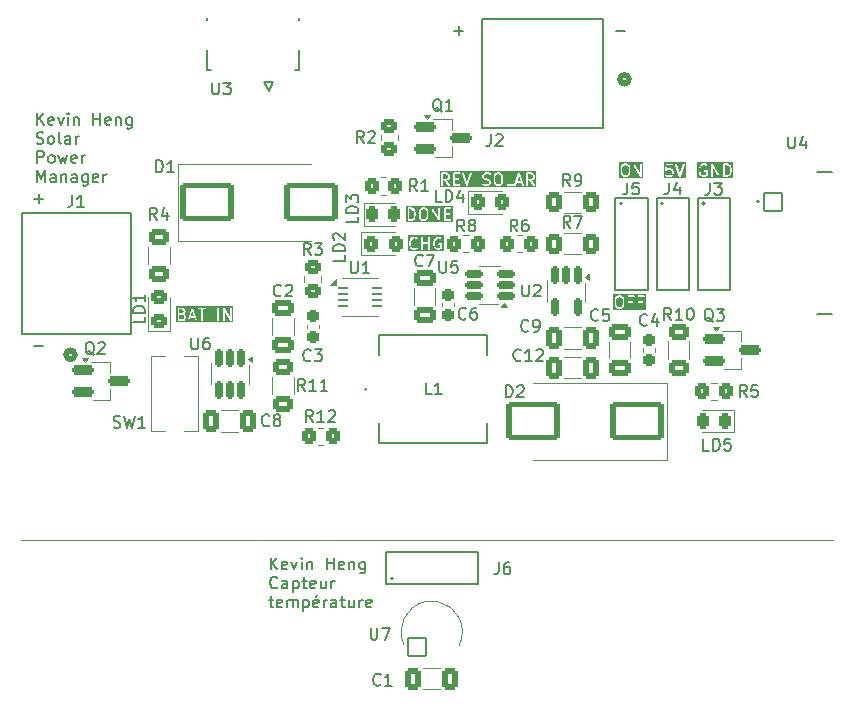
<source format=gto>
G04 #@! TF.GenerationSoftware,KiCad,Pcbnew,8.0.5*
G04 #@! TF.CreationDate,2025-03-03T19:21:05-05:00*
G04 #@! TF.ProjectId,solar_power_manager,736f6c61-725f-4706-9f77-65725f6d616e,rev?*
G04 #@! TF.SameCoordinates,Original*
G04 #@! TF.FileFunction,Legend,Top*
G04 #@! TF.FilePolarity,Positive*
%FSLAX46Y46*%
G04 Gerber Fmt 4.6, Leading zero omitted, Abs format (unit mm)*
G04 Created by KiCad (PCBNEW 8.0.5) date 2025-03-03 19:21:05*
%MOMM*%
%LPD*%
G01*
G04 APERTURE LIST*
G04 Aperture macros list*
%AMRoundRect*
0 Rectangle with rounded corners*
0 $1 Rounding radius*
0 $2 $3 $4 $5 $6 $7 $8 $9 X,Y pos of 4 corners*
0 Add a 4 corners polygon primitive as box body*
4,1,4,$2,$3,$4,$5,$6,$7,$8,$9,$2,$3,0*
0 Add four circle primitives for the rounded corners*
1,1,$1+$1,$2,$3*
1,1,$1+$1,$4,$5*
1,1,$1+$1,$6,$7*
1,1,$1+$1,$8,$9*
0 Add four rect primitives between the rounded corners*
20,1,$1+$1,$2,$3,$4,$5,0*
20,1,$1+$1,$4,$5,$6,$7,0*
20,1,$1+$1,$6,$7,$8,$9,0*
20,1,$1+$1,$8,$9,$2,$3,0*%
G04 Aperture macros list end*
%ADD10C,0.150000*%
%ADD11C,0.150114*%
%ADD12C,0.100000*%
%ADD13C,0.200000*%
%ADD14C,0.120000*%
%ADD15C,0.152400*%
%ADD16C,0.508000*%
%ADD17C,0.127000*%
%ADD18C,0.788500*%
%ADD19C,0.010000*%
%ADD20C,3.200000*%
%ADD21RoundRect,0.250000X-2.000000X1.400000X-2.000000X-1.400000X2.000000X-1.400000X2.000000X1.400000X0*%
%ADD22RoundRect,0.237500X-0.237500X0.300000X-0.237500X-0.300000X0.237500X-0.300000X0.237500X0.300000X0*%
%ADD23RoundRect,0.250000X0.350000X0.450000X-0.350000X0.450000X-0.350000X-0.450000X0.350000X-0.450000X0*%
%ADD24RoundRect,0.250000X-0.412500X-0.650000X0.412500X-0.650000X0.412500X0.650000X-0.412500X0.650000X0*%
%ADD25RoundRect,0.250000X-0.325000X-0.450000X0.325000X-0.450000X0.325000X0.450000X-0.325000X0.450000X0*%
%ADD26RoundRect,0.243750X0.243750X0.456250X-0.243750X0.456250X-0.243750X-0.456250X0.243750X-0.456250X0*%
%ADD27RoundRect,0.250000X-0.650000X0.412500X-0.650000X-0.412500X0.650000X-0.412500X0.650000X0.412500X0*%
%ADD28C,1.803400*%
%ADD29RoundRect,0.250000X0.625000X-0.400000X0.625000X0.400000X-0.625000X0.400000X-0.625000X-0.400000X0*%
%ADD30RoundRect,0.050000X-0.362500X-0.050000X0.362500X-0.050000X0.362500X0.050000X-0.362500X0.050000X0*%
%ADD31R,1.700000X2.400000*%
%ADD32RoundRect,0.250000X-0.450000X0.350000X-0.450000X-0.350000X0.450000X-0.350000X0.450000X0.350000X0*%
%ADD33C,1.854000*%
%ADD34RoundRect,0.250000X-0.400000X-0.625000X0.400000X-0.625000X0.400000X0.625000X-0.400000X0.625000X0*%
%ADD35RoundRect,0.250000X0.450000X-0.350000X0.450000X0.350000X-0.450000X0.350000X-0.450000X-0.350000X0*%
%ADD36RoundRect,0.162500X0.617500X0.162500X-0.617500X0.162500X-0.617500X-0.162500X0.617500X-0.162500X0*%
%ADD37RoundRect,0.200000X-0.750000X-0.200000X0.750000X-0.200000X0.750000X0.200000X-0.750000X0.200000X0*%
%ADD38RoundRect,0.250000X2.000000X-1.400000X2.000000X1.400000X-2.000000X1.400000X-2.000000X-1.400000X0*%
%ADD39RoundRect,0.237500X0.237500X-0.300000X0.237500X0.300000X-0.237500X0.300000X-0.237500X-0.300000X0*%
%ADD40RoundRect,0.250000X0.412500X0.650000X-0.412500X0.650000X-0.412500X-0.650000X0.412500X-0.650000X0*%
%ADD41RoundRect,0.243750X-0.243750X-0.456250X0.243750X-0.456250X0.243750X0.456250X-0.243750X0.456250X0*%
%ADD42R,2.794000X5.156200*%
%ADD43RoundRect,0.250000X0.450000X-0.325000X0.450000X0.325000X-0.450000X0.325000X-0.450000X-0.325000X0*%
%ADD44RoundRect,0.162500X-0.162500X0.617500X-0.162500X-0.617500X0.162500X-0.617500X0.162500X0.617500X0*%
%ADD45RoundRect,0.250000X0.650000X-0.412500X0.650000X0.412500X-0.650000X0.412500X-0.650000X-0.412500X0*%
%ADD46R,1.000000X1.250000*%
%ADD47RoundRect,0.250000X-0.350000X-0.450000X0.350000X-0.450000X0.350000X0.450000X-0.350000X0.450000X0*%
%ADD48RoundRect,0.250000X-0.625000X0.400000X-0.625000X-0.400000X0.625000X-0.400000X0.625000X0.400000X0*%
%ADD49RoundRect,0.102000X-0.749300X-0.749300X0.749300X-0.749300X0.749300X0.749300X-0.749300X0.749300X0*%
%ADD50C,1.702600*%
%ADD51C,1.000000*%
%ADD52RoundRect,0.102000X0.754000X-0.754000X0.754000X0.754000X-0.754000X0.754000X-0.754000X-0.754000X0*%
%ADD53C,1.712000*%
%ADD54O,3.220000X1.712000*%
%ADD55C,0.600000*%
G04 APERTURE END LIST*
D10*
G36*
X150660438Y-72884180D02*
G01*
X150686932Y-72910674D01*
X150721190Y-72979190D01*
X150721190Y-73086637D01*
X150686931Y-73155153D01*
X150656524Y-73185561D01*
X150588009Y-73219819D01*
X150299762Y-73219819D01*
X150299762Y-72846009D01*
X150545925Y-72846009D01*
X150660438Y-72884180D01*
G37*
G36*
X150608906Y-72404077D02*
G01*
X150639313Y-72434484D01*
X150673571Y-72503000D01*
X150673571Y-72562828D01*
X150639313Y-72631344D01*
X150608906Y-72661751D01*
X150540390Y-72696009D01*
X150299762Y-72696009D01*
X150299762Y-72369819D01*
X150540390Y-72369819D01*
X150608906Y-72404077D01*
G37*
G36*
X151549276Y-72934104D02*
G01*
X151281200Y-72934104D01*
X151415238Y-72531989D01*
X151549276Y-72934104D01*
G37*
G36*
X154839444Y-73480930D02*
G01*
X150038651Y-73480930D01*
X150038651Y-72294819D01*
X150149762Y-72294819D01*
X150149762Y-73294819D01*
X150151203Y-73309451D01*
X150162402Y-73336487D01*
X150183094Y-73357179D01*
X150210130Y-73368378D01*
X150224762Y-73369819D01*
X150605714Y-73369819D01*
X150620346Y-73368378D01*
X150622835Y-73367346D01*
X150625523Y-73367156D01*
X150639255Y-73361901D01*
X150734493Y-73314282D01*
X150740792Y-73310317D01*
X150742620Y-73309560D01*
X150744676Y-73307872D01*
X150746936Y-73306450D01*
X150748236Y-73304950D01*
X150753986Y-73300232D01*
X150768779Y-73285439D01*
X151007494Y-73285439D01*
X151009569Y-73314629D01*
X151022655Y-73340802D01*
X151044762Y-73359976D01*
X151072525Y-73369230D01*
X151101715Y-73367155D01*
X151127888Y-73354069D01*
X151147062Y-73331962D01*
X151153056Y-73318536D01*
X151231200Y-73084104D01*
X151599276Y-73084104D01*
X151677420Y-73318536D01*
X151683414Y-73331961D01*
X151702588Y-73354068D01*
X151728761Y-73367155D01*
X151757951Y-73369230D01*
X151785713Y-73359976D01*
X151807821Y-73340802D01*
X151820907Y-73314628D01*
X151822982Y-73285438D01*
X151819722Y-73271102D01*
X151489417Y-72280187D01*
X151865489Y-72280187D01*
X151865489Y-72309451D01*
X151876688Y-72336487D01*
X151897380Y-72357179D01*
X151924416Y-72368378D01*
X151939048Y-72369819D01*
X152149762Y-72369819D01*
X152149762Y-73294819D01*
X152151203Y-73309451D01*
X152162402Y-73336487D01*
X152183094Y-73357179D01*
X152210130Y-73368378D01*
X152239394Y-73368378D01*
X152266430Y-73357179D01*
X152287122Y-73336487D01*
X152298321Y-73309451D01*
X152299762Y-73294819D01*
X152299762Y-72369819D01*
X152510476Y-72369819D01*
X152525108Y-72368378D01*
X152552144Y-72357179D01*
X152572836Y-72336487D01*
X152584035Y-72309451D01*
X152584035Y-72294819D01*
X153530715Y-72294819D01*
X153530715Y-73294819D01*
X153532156Y-73309451D01*
X153543355Y-73336487D01*
X153564047Y-73357179D01*
X153591083Y-73368378D01*
X153620347Y-73368378D01*
X153647383Y-73357179D01*
X153668075Y-73336487D01*
X153679274Y-73309451D01*
X153680715Y-73294819D01*
X153680715Y-72294819D01*
X154006905Y-72294819D01*
X154006905Y-73294819D01*
X154008346Y-73309451D01*
X154019545Y-73336487D01*
X154040237Y-73357179D01*
X154067273Y-73368378D01*
X154096537Y-73368378D01*
X154123573Y-73357179D01*
X154144265Y-73336487D01*
X154155464Y-73309451D01*
X154156905Y-73294819D01*
X154156905Y-72577235D01*
X154588215Y-73332030D01*
X154590404Y-73335114D01*
X154590973Y-73336487D01*
X154592370Y-73337884D01*
X154596725Y-73344019D01*
X154604613Y-73350127D01*
X154611665Y-73357179D01*
X154616083Y-73359009D01*
X154619863Y-73361936D01*
X154629484Y-73364560D01*
X154638701Y-73368378D01*
X154643482Y-73368378D01*
X154648094Y-73369636D01*
X154657991Y-73368378D01*
X154667965Y-73368378D01*
X154672380Y-73366548D01*
X154677124Y-73365946D01*
X154685788Y-73360995D01*
X154695001Y-73357179D01*
X154698379Y-73353800D01*
X154702533Y-73351427D01*
X154708642Y-73343537D01*
X154715693Y-73336487D01*
X154717522Y-73332070D01*
X154720450Y-73328290D01*
X154723074Y-73318666D01*
X154726892Y-73309451D01*
X154727628Y-73301968D01*
X154728150Y-73300058D01*
X154727962Y-73298582D01*
X154728333Y-73294819D01*
X154728333Y-72294819D01*
X154726892Y-72280187D01*
X154715693Y-72253151D01*
X154695001Y-72232459D01*
X154667965Y-72221260D01*
X154638701Y-72221260D01*
X154611665Y-72232459D01*
X154590973Y-72253151D01*
X154579774Y-72280187D01*
X154578333Y-72294819D01*
X154578333Y-73012402D01*
X154147023Y-72257609D01*
X154144834Y-72254525D01*
X154144265Y-72253151D01*
X154142865Y-72251751D01*
X154138513Y-72245619D01*
X154130623Y-72239509D01*
X154123573Y-72232459D01*
X154119156Y-72230629D01*
X154115376Y-72227702D01*
X154105752Y-72225077D01*
X154096537Y-72221260D01*
X154091756Y-72221260D01*
X154087144Y-72220002D01*
X154077247Y-72221260D01*
X154067273Y-72221260D01*
X154062857Y-72223089D01*
X154058114Y-72223692D01*
X154049449Y-72228642D01*
X154040237Y-72232459D01*
X154036858Y-72235837D01*
X154032705Y-72238211D01*
X154026595Y-72246100D01*
X154019545Y-72253151D01*
X154017715Y-72257567D01*
X154014788Y-72261348D01*
X154012163Y-72270971D01*
X154008346Y-72280187D01*
X154007609Y-72287669D01*
X154007088Y-72289580D01*
X154007275Y-72291055D01*
X154006905Y-72294819D01*
X153680715Y-72294819D01*
X153679274Y-72280187D01*
X153668075Y-72253151D01*
X153647383Y-72232459D01*
X153620347Y-72221260D01*
X153591083Y-72221260D01*
X153564047Y-72232459D01*
X153543355Y-72253151D01*
X153532156Y-72280187D01*
X153530715Y-72294819D01*
X152584035Y-72294819D01*
X152584035Y-72280187D01*
X152572836Y-72253151D01*
X152552144Y-72232459D01*
X152525108Y-72221260D01*
X152510476Y-72219819D01*
X151939048Y-72219819D01*
X151924416Y-72221260D01*
X151897380Y-72232459D01*
X151876688Y-72253151D01*
X151865489Y-72280187D01*
X151489417Y-72280187D01*
X151486389Y-72271102D01*
X151480395Y-72257676D01*
X151476883Y-72253627D01*
X151474488Y-72248836D01*
X151467384Y-72242674D01*
X151461221Y-72235569D01*
X151456427Y-72233172D01*
X151452380Y-72229662D01*
X151443458Y-72226688D01*
X151435048Y-72222483D01*
X151429703Y-72222103D01*
X151424618Y-72220408D01*
X151415238Y-72221074D01*
X151405858Y-72220408D01*
X151400772Y-72222103D01*
X151395428Y-72222483D01*
X151387020Y-72226687D01*
X151378095Y-72229662D01*
X151374044Y-72233175D01*
X151369255Y-72235570D01*
X151363096Y-72242670D01*
X151355988Y-72248836D01*
X151353591Y-72253629D01*
X151350081Y-72257677D01*
X151344087Y-72271102D01*
X151010754Y-73271102D01*
X151007494Y-73285439D01*
X150768779Y-73285439D01*
X150801604Y-73252613D01*
X150806322Y-73246863D01*
X150807821Y-73245564D01*
X150809242Y-73243305D01*
X150810932Y-73241247D01*
X150811689Y-73239417D01*
X150815653Y-73233121D01*
X150863272Y-73137883D01*
X150868527Y-73124152D01*
X150868718Y-73121462D01*
X150869749Y-73118974D01*
X150871190Y-73104342D01*
X150871190Y-72961485D01*
X150869749Y-72946853D01*
X150868718Y-72944364D01*
X150868527Y-72941675D01*
X150863272Y-72927944D01*
X150815653Y-72832706D01*
X150811688Y-72826406D01*
X150810931Y-72824579D01*
X150809242Y-72822522D01*
X150807821Y-72820263D01*
X150806322Y-72818963D01*
X150801604Y-72813214D01*
X150753985Y-72765595D01*
X150742620Y-72756268D01*
X150740129Y-72755236D01*
X150738094Y-72753471D01*
X150732026Y-72750762D01*
X150753985Y-72728804D01*
X150758703Y-72723054D01*
X150760202Y-72721755D01*
X150761623Y-72719495D01*
X150763312Y-72717439D01*
X150764069Y-72715611D01*
X150768034Y-72709312D01*
X150815653Y-72614074D01*
X150820908Y-72600343D01*
X150821099Y-72597653D01*
X150822130Y-72595165D01*
X150823571Y-72580533D01*
X150823571Y-72485295D01*
X150822130Y-72470663D01*
X150821099Y-72468174D01*
X150820908Y-72465485D01*
X150815653Y-72451754D01*
X150768034Y-72356516D01*
X150764069Y-72350216D01*
X150763312Y-72348389D01*
X150761623Y-72346332D01*
X150760202Y-72344073D01*
X150758703Y-72342773D01*
X150753985Y-72337024D01*
X150706366Y-72289405D01*
X150700616Y-72284686D01*
X150699317Y-72283188D01*
X150697057Y-72281766D01*
X150695001Y-72280078D01*
X150693173Y-72279320D01*
X150686874Y-72275356D01*
X150591636Y-72227737D01*
X150577904Y-72222482D01*
X150575216Y-72222291D01*
X150572727Y-72221260D01*
X150558095Y-72219819D01*
X150224762Y-72219819D01*
X150210130Y-72221260D01*
X150183094Y-72232459D01*
X150162402Y-72253151D01*
X150151203Y-72280187D01*
X150149762Y-72294819D01*
X150038651Y-72294819D01*
X150038651Y-72108708D01*
X154839444Y-72108708D01*
X154839444Y-73480930D01*
G37*
G36*
X177460811Y-60954077D02*
G01*
X177532753Y-61026019D01*
X177573095Y-61187386D01*
X177573095Y-61502251D01*
X177532753Y-61663617D01*
X177460810Y-61735561D01*
X177392295Y-61769819D01*
X177237229Y-61769819D01*
X177168713Y-61735561D01*
X177096770Y-61663617D01*
X177056429Y-61502251D01*
X177056429Y-61187386D01*
X177096770Y-61026019D01*
X177168713Y-60954077D01*
X177237229Y-60919819D01*
X177392295Y-60919819D01*
X177460811Y-60954077D01*
G37*
G36*
X172984620Y-60954077D02*
G01*
X173015027Y-60984484D01*
X173049285Y-61053000D01*
X173049285Y-61160447D01*
X173015027Y-61228963D01*
X172984620Y-61259370D01*
X172916104Y-61293628D01*
X172627857Y-61293628D01*
X172627857Y-60919819D01*
X172916104Y-60919819D01*
X172984620Y-60954077D01*
G37*
G36*
X180175097Y-60954077D02*
G01*
X180205504Y-60984484D01*
X180239762Y-61053000D01*
X180239762Y-61160447D01*
X180205504Y-61228963D01*
X180175097Y-61259370D01*
X180106581Y-61293628D01*
X179818334Y-61293628D01*
X179818334Y-60919819D01*
X180106581Y-60919819D01*
X180175097Y-60954077D01*
G37*
G36*
X179210705Y-61484104D02*
G01*
X178942629Y-61484104D01*
X179076667Y-61081989D01*
X179210705Y-61484104D01*
G37*
G36*
X180500873Y-62030930D02*
G01*
X172366746Y-62030930D01*
X172366746Y-60844819D01*
X172477857Y-60844819D01*
X172477857Y-61844819D01*
X172479298Y-61859451D01*
X172490497Y-61886487D01*
X172511189Y-61907179D01*
X172538225Y-61918378D01*
X172567489Y-61918378D01*
X172594525Y-61907179D01*
X172615217Y-61886487D01*
X172626416Y-61859451D01*
X172627857Y-61844819D01*
X172627857Y-61443628D01*
X172751903Y-61443628D01*
X173062843Y-61887829D01*
X173072414Y-61898989D01*
X173097093Y-61914716D01*
X173125910Y-61919802D01*
X173154481Y-61913472D01*
X173178455Y-61896690D01*
X173194182Y-61872012D01*
X173199267Y-61843194D01*
X173192938Y-61814623D01*
X173185728Y-61801810D01*
X172934924Y-61443518D01*
X172948441Y-61442187D01*
X172950930Y-61441155D01*
X172953618Y-61440965D01*
X172967350Y-61435710D01*
X173062588Y-61388091D01*
X173068887Y-61384126D01*
X173070715Y-61383369D01*
X173072771Y-61381680D01*
X173075031Y-61380259D01*
X173076330Y-61378760D01*
X173082080Y-61374042D01*
X173129699Y-61326423D01*
X173134417Y-61320673D01*
X173135916Y-61319374D01*
X173137337Y-61317114D01*
X173139026Y-61315058D01*
X173139783Y-61313230D01*
X173143748Y-61306931D01*
X173191367Y-61211693D01*
X173196622Y-61197962D01*
X173196813Y-61195272D01*
X173197844Y-61192784D01*
X173199285Y-61178152D01*
X173199285Y-61035295D01*
X173197844Y-61020663D01*
X173196813Y-61018174D01*
X173196622Y-61015485D01*
X173191367Y-61001754D01*
X173143748Y-60906516D01*
X173139783Y-60900216D01*
X173139026Y-60898389D01*
X173137337Y-60896332D01*
X173135916Y-60894073D01*
X173134417Y-60892773D01*
X173129699Y-60887024D01*
X173087494Y-60844819D01*
X173477857Y-60844819D01*
X173477857Y-61844819D01*
X173479298Y-61859451D01*
X173490497Y-61886487D01*
X173511189Y-61907179D01*
X173538225Y-61918378D01*
X173552857Y-61919819D01*
X174029047Y-61919819D01*
X174043679Y-61918378D01*
X174070715Y-61907179D01*
X174091407Y-61886487D01*
X174102606Y-61859451D01*
X174102606Y-61830187D01*
X174091407Y-61803151D01*
X174070715Y-61782459D01*
X174043679Y-61771260D01*
X174029047Y-61769819D01*
X173627857Y-61769819D01*
X173627857Y-61396009D01*
X173886190Y-61396009D01*
X173900822Y-61394568D01*
X173927858Y-61383369D01*
X173948550Y-61362677D01*
X173959749Y-61335641D01*
X173959749Y-61306377D01*
X173948550Y-61279341D01*
X173927858Y-61258649D01*
X173900822Y-61247450D01*
X173886190Y-61246009D01*
X173627857Y-61246009D01*
X173627857Y-60919819D01*
X174029047Y-60919819D01*
X174043679Y-60918378D01*
X174070715Y-60907179D01*
X174091407Y-60886487D01*
X174102606Y-60859451D01*
X174102606Y-60854199D01*
X174240351Y-60854199D01*
X174243611Y-60868536D01*
X174576944Y-61868536D01*
X174582938Y-61881961D01*
X174586448Y-61886008D01*
X174588845Y-61890802D01*
X174595953Y-61896967D01*
X174602112Y-61904068D01*
X174606901Y-61906462D01*
X174610952Y-61909976D01*
X174619877Y-61912950D01*
X174628285Y-61917155D01*
X174633629Y-61917534D01*
X174638715Y-61919230D01*
X174648095Y-61918563D01*
X174657475Y-61919230D01*
X174662560Y-61917534D01*
X174667905Y-61917155D01*
X174676315Y-61912949D01*
X174685237Y-61909976D01*
X174689284Y-61906465D01*
X174694078Y-61904069D01*
X174700241Y-61896963D01*
X174707345Y-61890802D01*
X174709740Y-61886010D01*
X174713252Y-61881962D01*
X174719246Y-61868536D01*
X174996993Y-61035295D01*
X175954048Y-61035295D01*
X175954048Y-61130533D01*
X175955489Y-61145165D01*
X175956520Y-61147654D01*
X175956711Y-61150342D01*
X175961966Y-61164074D01*
X176009585Y-61259312D01*
X176013549Y-61265611D01*
X176014307Y-61267439D01*
X176015995Y-61269495D01*
X176017417Y-61271755D01*
X176018915Y-61273054D01*
X176023634Y-61278804D01*
X176071253Y-61326423D01*
X176077002Y-61331141D01*
X176078302Y-61332640D01*
X176080561Y-61334061D01*
X176082618Y-61335750D01*
X176084445Y-61336507D01*
X176090745Y-61340472D01*
X176185983Y-61388091D01*
X176187052Y-61388500D01*
X176187488Y-61388823D01*
X176193624Y-61391015D01*
X176199714Y-61393346D01*
X176200254Y-61393384D01*
X176201334Y-61393770D01*
X176383824Y-61439392D01*
X176460811Y-61477886D01*
X176491218Y-61508293D01*
X176525476Y-61576809D01*
X176525476Y-61636637D01*
X176491217Y-61705153D01*
X176460810Y-61735561D01*
X176392295Y-61769819D01*
X176184075Y-61769819D01*
X176052765Y-61726049D01*
X176038428Y-61722789D01*
X176009238Y-61724864D01*
X175983065Y-61737950D01*
X175963891Y-61760057D01*
X175954637Y-61787820D01*
X175956712Y-61817010D01*
X175969798Y-61843183D01*
X175991905Y-61862357D01*
X176005331Y-61868351D01*
X176148187Y-61915970D01*
X176155442Y-61917619D01*
X176157273Y-61918378D01*
X176159926Y-61918639D01*
X176162524Y-61919230D01*
X176164498Y-61919089D01*
X176171905Y-61919819D01*
X176410000Y-61919819D01*
X176424632Y-61918378D01*
X176427121Y-61917346D01*
X176429809Y-61917156D01*
X176443541Y-61911901D01*
X176538779Y-61864282D01*
X176545078Y-61860317D01*
X176546906Y-61859560D01*
X176548962Y-61857872D01*
X176551222Y-61856450D01*
X176552522Y-61854950D01*
X176558272Y-61850232D01*
X176605890Y-61802613D01*
X176610608Y-61796863D01*
X176612107Y-61795564D01*
X176613528Y-61793305D01*
X176615218Y-61791247D01*
X176615975Y-61789417D01*
X176619939Y-61783121D01*
X176667558Y-61687883D01*
X176672813Y-61674152D01*
X176673004Y-61671462D01*
X176674035Y-61668974D01*
X176675476Y-61654342D01*
X176675476Y-61559104D01*
X176674035Y-61544472D01*
X176673004Y-61541983D01*
X176672813Y-61539294D01*
X176667558Y-61525563D01*
X176619939Y-61430325D01*
X176615974Y-61424025D01*
X176615217Y-61422198D01*
X176613528Y-61420141D01*
X176612107Y-61417882D01*
X176610608Y-61416582D01*
X176605890Y-61410833D01*
X176558271Y-61363214D01*
X176552521Y-61358495D01*
X176551222Y-61356997D01*
X176548962Y-61355575D01*
X176546906Y-61353887D01*
X176545078Y-61353129D01*
X176538779Y-61349165D01*
X176443541Y-61301546D01*
X176442471Y-61301136D01*
X176442036Y-61300814D01*
X176435890Y-61298618D01*
X176429809Y-61296291D01*
X176429269Y-61296252D01*
X176428190Y-61295867D01*
X176245700Y-61250244D01*
X176168713Y-61211751D01*
X176138306Y-61181344D01*
X176136710Y-61178152D01*
X176906429Y-61178152D01*
X176906429Y-61511485D01*
X176906680Y-61514038D01*
X176906518Y-61515131D01*
X176907327Y-61520604D01*
X176907870Y-61526117D01*
X176908292Y-61527138D01*
X176908668Y-61529675D01*
X176956287Y-61720151D01*
X176961234Y-61733997D01*
X176964553Y-61738476D01*
X176966687Y-61743628D01*
X176976015Y-61754994D01*
X177071253Y-61850233D01*
X177077003Y-61854953D01*
X177078302Y-61856450D01*
X177080556Y-61857869D01*
X177082618Y-61859561D01*
X177084450Y-61860319D01*
X177090745Y-61864282D01*
X177185983Y-61911901D01*
X177199714Y-61917156D01*
X177202403Y-61917347D01*
X177204892Y-61918378D01*
X177219524Y-61919819D01*
X177410000Y-61919819D01*
X177424632Y-61918378D01*
X177427121Y-61917346D01*
X177429809Y-61917156D01*
X177443541Y-61911901D01*
X177538779Y-61864282D01*
X177545078Y-61860317D01*
X177546906Y-61859560D01*
X177548962Y-61857871D01*
X177551222Y-61856450D01*
X177552521Y-61854951D01*
X177558271Y-61850233D01*
X177653510Y-61754993D01*
X177662837Y-61743628D01*
X177664970Y-61738476D01*
X177668290Y-61733997D01*
X177673237Y-61720151D01*
X177720856Y-61529675D01*
X177721231Y-61527138D01*
X177721654Y-61526117D01*
X177722196Y-61520604D01*
X177723006Y-61515131D01*
X177722843Y-61514038D01*
X177723095Y-61511485D01*
X177723095Y-61178152D01*
X177722843Y-61175598D01*
X177723006Y-61174506D01*
X177722196Y-61169032D01*
X177721654Y-61163520D01*
X177721231Y-61162498D01*
X177720856Y-61159962D01*
X177673237Y-60969486D01*
X177668290Y-60955640D01*
X177664971Y-60951161D01*
X177662837Y-60946008D01*
X177653509Y-60934643D01*
X177563685Y-60844819D01*
X178001667Y-60844819D01*
X178001667Y-61844819D01*
X178003108Y-61859451D01*
X178014307Y-61886487D01*
X178034999Y-61907179D01*
X178062035Y-61918378D01*
X178076667Y-61919819D01*
X178552857Y-61919819D01*
X178567489Y-61918378D01*
X178594525Y-61907179D01*
X178615217Y-61886487D01*
X178626416Y-61859451D01*
X178626416Y-61835439D01*
X178668923Y-61835439D01*
X178670998Y-61864629D01*
X178684084Y-61890802D01*
X178706191Y-61909976D01*
X178733954Y-61919230D01*
X178763144Y-61917155D01*
X178789317Y-61904069D01*
X178808491Y-61881962D01*
X178814485Y-61868536D01*
X178892629Y-61634104D01*
X179260705Y-61634104D01*
X179338849Y-61868536D01*
X179344843Y-61881961D01*
X179364017Y-61904068D01*
X179390190Y-61917155D01*
X179419380Y-61919230D01*
X179447142Y-61909976D01*
X179469250Y-61890802D01*
X179482336Y-61864628D01*
X179484411Y-61835438D01*
X179481151Y-61821102D01*
X179155724Y-60844819D01*
X179668334Y-60844819D01*
X179668334Y-61844819D01*
X179669775Y-61859451D01*
X179680974Y-61886487D01*
X179701666Y-61907179D01*
X179728702Y-61918378D01*
X179757966Y-61918378D01*
X179785002Y-61907179D01*
X179805694Y-61886487D01*
X179816893Y-61859451D01*
X179818334Y-61844819D01*
X179818334Y-61443628D01*
X179942380Y-61443628D01*
X180253320Y-61887829D01*
X180262891Y-61898989D01*
X180287570Y-61914716D01*
X180316387Y-61919802D01*
X180344958Y-61913472D01*
X180368932Y-61896690D01*
X180384659Y-61872012D01*
X180389744Y-61843194D01*
X180383415Y-61814623D01*
X180376205Y-61801810D01*
X180125401Y-61443518D01*
X180138918Y-61442187D01*
X180141407Y-61441155D01*
X180144095Y-61440965D01*
X180157827Y-61435710D01*
X180253065Y-61388091D01*
X180259364Y-61384126D01*
X180261192Y-61383369D01*
X180263248Y-61381680D01*
X180265508Y-61380259D01*
X180266807Y-61378760D01*
X180272557Y-61374042D01*
X180320176Y-61326423D01*
X180324894Y-61320673D01*
X180326393Y-61319374D01*
X180327814Y-61317114D01*
X180329503Y-61315058D01*
X180330260Y-61313230D01*
X180334225Y-61306931D01*
X180381844Y-61211693D01*
X180387099Y-61197962D01*
X180387290Y-61195272D01*
X180388321Y-61192784D01*
X180389762Y-61178152D01*
X180389762Y-61035295D01*
X180388321Y-61020663D01*
X180387290Y-61018174D01*
X180387099Y-61015485D01*
X180381844Y-61001754D01*
X180334225Y-60906516D01*
X180330260Y-60900216D01*
X180329503Y-60898389D01*
X180327814Y-60896332D01*
X180326393Y-60894073D01*
X180324894Y-60892773D01*
X180320176Y-60887024D01*
X180272557Y-60839405D01*
X180266807Y-60834686D01*
X180265508Y-60833188D01*
X180263248Y-60831766D01*
X180261192Y-60830078D01*
X180259364Y-60829320D01*
X180253065Y-60825356D01*
X180157827Y-60777737D01*
X180144095Y-60772482D01*
X180141407Y-60772291D01*
X180138918Y-60771260D01*
X180124286Y-60769819D01*
X179743334Y-60769819D01*
X179728702Y-60771260D01*
X179701666Y-60782459D01*
X179680974Y-60803151D01*
X179669775Y-60830187D01*
X179668334Y-60844819D01*
X179155724Y-60844819D01*
X179147818Y-60821102D01*
X179141824Y-60807676D01*
X179138312Y-60803627D01*
X179135917Y-60798836D01*
X179128813Y-60792674D01*
X179122650Y-60785569D01*
X179117856Y-60783172D01*
X179113809Y-60779662D01*
X179104887Y-60776688D01*
X179096477Y-60772483D01*
X179091132Y-60772103D01*
X179086047Y-60770408D01*
X179076667Y-60771074D01*
X179067287Y-60770408D01*
X179062201Y-60772103D01*
X179056857Y-60772483D01*
X179048449Y-60776687D01*
X179039524Y-60779662D01*
X179035473Y-60783175D01*
X179030684Y-60785570D01*
X179024525Y-60792670D01*
X179017417Y-60798836D01*
X179015020Y-60803629D01*
X179011510Y-60807677D01*
X179005516Y-60821102D01*
X178672183Y-61821102D01*
X178668923Y-61835439D01*
X178626416Y-61835439D01*
X178626416Y-61830187D01*
X178615217Y-61803151D01*
X178594525Y-61782459D01*
X178567489Y-61771260D01*
X178552857Y-61769819D01*
X178151667Y-61769819D01*
X178151667Y-60844819D01*
X178150226Y-60830187D01*
X178139027Y-60803151D01*
X178118335Y-60782459D01*
X178091299Y-60771260D01*
X178062035Y-60771260D01*
X178034999Y-60782459D01*
X178014307Y-60803151D01*
X178003108Y-60830187D01*
X178001667Y-60844819D01*
X177563685Y-60844819D01*
X177558271Y-60839405D01*
X177552521Y-60834686D01*
X177551222Y-60833188D01*
X177548962Y-60831766D01*
X177546906Y-60830078D01*
X177545078Y-60829320D01*
X177538779Y-60825356D01*
X177443541Y-60777737D01*
X177429809Y-60772482D01*
X177427121Y-60772291D01*
X177424632Y-60771260D01*
X177410000Y-60769819D01*
X177219524Y-60769819D01*
X177204892Y-60771260D01*
X177202403Y-60772290D01*
X177199714Y-60772482D01*
X177185983Y-60777737D01*
X177090745Y-60825356D01*
X177084450Y-60829318D01*
X177082618Y-60830077D01*
X177080556Y-60831768D01*
X177078302Y-60833188D01*
X177077003Y-60834684D01*
X177071253Y-60839405D01*
X176976015Y-60934643D01*
X176966688Y-60946008D01*
X176964554Y-60951158D01*
X176961234Y-60955640D01*
X176956287Y-60969486D01*
X176908668Y-61159962D01*
X176908292Y-61162498D01*
X176907870Y-61163520D01*
X176907327Y-61169032D01*
X176906518Y-61174506D01*
X176906680Y-61175598D01*
X176906429Y-61178152D01*
X176136710Y-61178152D01*
X176104048Y-61112828D01*
X176104048Y-61053000D01*
X176138306Y-60984484D01*
X176168713Y-60954077D01*
X176237229Y-60919819D01*
X176445449Y-60919819D01*
X176576758Y-60963589D01*
X176591095Y-60966849D01*
X176620285Y-60964774D01*
X176646459Y-60951688D01*
X176665633Y-60929580D01*
X176674887Y-60901818D01*
X176672812Y-60872628D01*
X176659725Y-60846455D01*
X176637618Y-60827281D01*
X176624193Y-60821287D01*
X176481336Y-60773668D01*
X176474082Y-60772018D01*
X176472251Y-60771260D01*
X176469596Y-60770998D01*
X176466999Y-60770408D01*
X176465024Y-60770548D01*
X176457619Y-60769819D01*
X176219524Y-60769819D01*
X176204892Y-60771260D01*
X176202403Y-60772290D01*
X176199714Y-60772482D01*
X176185983Y-60777737D01*
X176090745Y-60825356D01*
X176084445Y-60829320D01*
X176082618Y-60830078D01*
X176080561Y-60831766D01*
X176078302Y-60833188D01*
X176077002Y-60834686D01*
X176071253Y-60839405D01*
X176023634Y-60887024D01*
X176018915Y-60892773D01*
X176017417Y-60894073D01*
X176015995Y-60896332D01*
X176014307Y-60898389D01*
X176013549Y-60900216D01*
X176009585Y-60906516D01*
X175961966Y-61001754D01*
X175956711Y-61015486D01*
X175956520Y-61018173D01*
X175955489Y-61020663D01*
X175954048Y-61035295D01*
X174996993Y-61035295D01*
X175052579Y-60868536D01*
X175055839Y-60854200D01*
X175053764Y-60825010D01*
X175040678Y-60798836D01*
X175018570Y-60779662D01*
X174990808Y-60770408D01*
X174961618Y-60772483D01*
X174935445Y-60785570D01*
X174916271Y-60807677D01*
X174910277Y-60821102D01*
X174648095Y-61607648D01*
X174385913Y-60821102D01*
X174379919Y-60807676D01*
X174360745Y-60785569D01*
X174334572Y-60772483D01*
X174305382Y-60770408D01*
X174277619Y-60779662D01*
X174255512Y-60798836D01*
X174242426Y-60825009D01*
X174240351Y-60854199D01*
X174102606Y-60854199D01*
X174102606Y-60830187D01*
X174091407Y-60803151D01*
X174070715Y-60782459D01*
X174043679Y-60771260D01*
X174029047Y-60769819D01*
X173552857Y-60769819D01*
X173538225Y-60771260D01*
X173511189Y-60782459D01*
X173490497Y-60803151D01*
X173479298Y-60830187D01*
X173477857Y-60844819D01*
X173087494Y-60844819D01*
X173082080Y-60839405D01*
X173076330Y-60834686D01*
X173075031Y-60833188D01*
X173072771Y-60831766D01*
X173070715Y-60830078D01*
X173068887Y-60829320D01*
X173062588Y-60825356D01*
X172967350Y-60777737D01*
X172953618Y-60772482D01*
X172950930Y-60772291D01*
X172948441Y-60771260D01*
X172933809Y-60769819D01*
X172552857Y-60769819D01*
X172538225Y-60771260D01*
X172511189Y-60782459D01*
X172490497Y-60803151D01*
X172479298Y-60830187D01*
X172477857Y-60844819D01*
X172366746Y-60844819D01*
X172366746Y-60658708D01*
X180500873Y-60658708D01*
X180500873Y-62030930D01*
G37*
D11*
X158026854Y-94389925D02*
X158026854Y-93389925D01*
X158598282Y-94389925D02*
X158169711Y-93818496D01*
X158598282Y-93389925D02*
X158026854Y-93961353D01*
X159407806Y-94342306D02*
X159312568Y-94389925D01*
X159312568Y-94389925D02*
X159122092Y-94389925D01*
X159122092Y-94389925D02*
X159026854Y-94342306D01*
X159026854Y-94342306D02*
X158979235Y-94247067D01*
X158979235Y-94247067D02*
X158979235Y-93866115D01*
X158979235Y-93866115D02*
X159026854Y-93770877D01*
X159026854Y-93770877D02*
X159122092Y-93723258D01*
X159122092Y-93723258D02*
X159312568Y-93723258D01*
X159312568Y-93723258D02*
X159407806Y-93770877D01*
X159407806Y-93770877D02*
X159455425Y-93866115D01*
X159455425Y-93866115D02*
X159455425Y-93961353D01*
X159455425Y-93961353D02*
X158979235Y-94056591D01*
X159788759Y-93723258D02*
X160026854Y-94389925D01*
X160026854Y-94389925D02*
X160264949Y-93723258D01*
X160645902Y-94389925D02*
X160645902Y-93723258D01*
X160645902Y-93389925D02*
X160598283Y-93437544D01*
X160598283Y-93437544D02*
X160645902Y-93485163D01*
X160645902Y-93485163D02*
X160693521Y-93437544D01*
X160693521Y-93437544D02*
X160645902Y-93389925D01*
X160645902Y-93389925D02*
X160645902Y-93485163D01*
X161122092Y-93723258D02*
X161122092Y-94389925D01*
X161122092Y-93818496D02*
X161169711Y-93770877D01*
X161169711Y-93770877D02*
X161264949Y-93723258D01*
X161264949Y-93723258D02*
X161407806Y-93723258D01*
X161407806Y-93723258D02*
X161503044Y-93770877D01*
X161503044Y-93770877D02*
X161550663Y-93866115D01*
X161550663Y-93866115D02*
X161550663Y-94389925D01*
X162788759Y-94389925D02*
X162788759Y-93389925D01*
X162788759Y-93866115D02*
X163360187Y-93866115D01*
X163360187Y-94389925D02*
X163360187Y-93389925D01*
X164217330Y-94342306D02*
X164122092Y-94389925D01*
X164122092Y-94389925D02*
X163931616Y-94389925D01*
X163931616Y-94389925D02*
X163836378Y-94342306D01*
X163836378Y-94342306D02*
X163788759Y-94247067D01*
X163788759Y-94247067D02*
X163788759Y-93866115D01*
X163788759Y-93866115D02*
X163836378Y-93770877D01*
X163836378Y-93770877D02*
X163931616Y-93723258D01*
X163931616Y-93723258D02*
X164122092Y-93723258D01*
X164122092Y-93723258D02*
X164217330Y-93770877D01*
X164217330Y-93770877D02*
X164264949Y-93866115D01*
X164264949Y-93866115D02*
X164264949Y-93961353D01*
X164264949Y-93961353D02*
X163788759Y-94056591D01*
X164693521Y-93723258D02*
X164693521Y-94389925D01*
X164693521Y-93818496D02*
X164741140Y-93770877D01*
X164741140Y-93770877D02*
X164836378Y-93723258D01*
X164836378Y-93723258D02*
X164979235Y-93723258D01*
X164979235Y-93723258D02*
X165074473Y-93770877D01*
X165074473Y-93770877D02*
X165122092Y-93866115D01*
X165122092Y-93866115D02*
X165122092Y-94389925D01*
X166026854Y-93723258D02*
X166026854Y-94532782D01*
X166026854Y-94532782D02*
X165979235Y-94628020D01*
X165979235Y-94628020D02*
X165931616Y-94675639D01*
X165931616Y-94675639D02*
X165836378Y-94723258D01*
X165836378Y-94723258D02*
X165693521Y-94723258D01*
X165693521Y-94723258D02*
X165598283Y-94675639D01*
X166026854Y-94342306D02*
X165931616Y-94389925D01*
X165931616Y-94389925D02*
X165741140Y-94389925D01*
X165741140Y-94389925D02*
X165645902Y-94342306D01*
X165645902Y-94342306D02*
X165598283Y-94294686D01*
X165598283Y-94294686D02*
X165550664Y-94199448D01*
X165550664Y-94199448D02*
X165550664Y-93913734D01*
X165550664Y-93913734D02*
X165598283Y-93818496D01*
X165598283Y-93818496D02*
X165645902Y-93770877D01*
X165645902Y-93770877D02*
X165741140Y-93723258D01*
X165741140Y-93723258D02*
X165931616Y-93723258D01*
X165931616Y-93723258D02*
X166026854Y-93770877D01*
X158598282Y-95904630D02*
X158550663Y-95952250D01*
X158550663Y-95952250D02*
X158407806Y-95999869D01*
X158407806Y-95999869D02*
X158312568Y-95999869D01*
X158312568Y-95999869D02*
X158169711Y-95952250D01*
X158169711Y-95952250D02*
X158074473Y-95857011D01*
X158074473Y-95857011D02*
X158026854Y-95761773D01*
X158026854Y-95761773D02*
X157979235Y-95571297D01*
X157979235Y-95571297D02*
X157979235Y-95428440D01*
X157979235Y-95428440D02*
X158026854Y-95237964D01*
X158026854Y-95237964D02*
X158074473Y-95142726D01*
X158074473Y-95142726D02*
X158169711Y-95047488D01*
X158169711Y-95047488D02*
X158312568Y-94999869D01*
X158312568Y-94999869D02*
X158407806Y-94999869D01*
X158407806Y-94999869D02*
X158550663Y-95047488D01*
X158550663Y-95047488D02*
X158598282Y-95095107D01*
X159455425Y-95999869D02*
X159455425Y-95476059D01*
X159455425Y-95476059D02*
X159407806Y-95380821D01*
X159407806Y-95380821D02*
X159312568Y-95333202D01*
X159312568Y-95333202D02*
X159122092Y-95333202D01*
X159122092Y-95333202D02*
X159026854Y-95380821D01*
X159455425Y-95952250D02*
X159360187Y-95999869D01*
X159360187Y-95999869D02*
X159122092Y-95999869D01*
X159122092Y-95999869D02*
X159026854Y-95952250D01*
X159026854Y-95952250D02*
X158979235Y-95857011D01*
X158979235Y-95857011D02*
X158979235Y-95761773D01*
X158979235Y-95761773D02*
X159026854Y-95666535D01*
X159026854Y-95666535D02*
X159122092Y-95618916D01*
X159122092Y-95618916D02*
X159360187Y-95618916D01*
X159360187Y-95618916D02*
X159455425Y-95571297D01*
X159931616Y-95333202D02*
X159931616Y-96333202D01*
X159931616Y-95380821D02*
X160026854Y-95333202D01*
X160026854Y-95333202D02*
X160217330Y-95333202D01*
X160217330Y-95333202D02*
X160312568Y-95380821D01*
X160312568Y-95380821D02*
X160360187Y-95428440D01*
X160360187Y-95428440D02*
X160407806Y-95523678D01*
X160407806Y-95523678D02*
X160407806Y-95809392D01*
X160407806Y-95809392D02*
X160360187Y-95904630D01*
X160360187Y-95904630D02*
X160312568Y-95952250D01*
X160312568Y-95952250D02*
X160217330Y-95999869D01*
X160217330Y-95999869D02*
X160026854Y-95999869D01*
X160026854Y-95999869D02*
X159931616Y-95952250D01*
X160693521Y-95333202D02*
X161074473Y-95333202D01*
X160836378Y-94999869D02*
X160836378Y-95857011D01*
X160836378Y-95857011D02*
X160883997Y-95952250D01*
X160883997Y-95952250D02*
X160979235Y-95999869D01*
X160979235Y-95999869D02*
X161074473Y-95999869D01*
X161788759Y-95952250D02*
X161693521Y-95999869D01*
X161693521Y-95999869D02*
X161503045Y-95999869D01*
X161503045Y-95999869D02*
X161407807Y-95952250D01*
X161407807Y-95952250D02*
X161360188Y-95857011D01*
X161360188Y-95857011D02*
X161360188Y-95476059D01*
X161360188Y-95476059D02*
X161407807Y-95380821D01*
X161407807Y-95380821D02*
X161503045Y-95333202D01*
X161503045Y-95333202D02*
X161693521Y-95333202D01*
X161693521Y-95333202D02*
X161788759Y-95380821D01*
X161788759Y-95380821D02*
X161836378Y-95476059D01*
X161836378Y-95476059D02*
X161836378Y-95571297D01*
X161836378Y-95571297D02*
X161360188Y-95666535D01*
X162693521Y-95333202D02*
X162693521Y-95999869D01*
X162264950Y-95333202D02*
X162264950Y-95857011D01*
X162264950Y-95857011D02*
X162312569Y-95952250D01*
X162312569Y-95952250D02*
X162407807Y-95999869D01*
X162407807Y-95999869D02*
X162550664Y-95999869D01*
X162550664Y-95999869D02*
X162645902Y-95952250D01*
X162645902Y-95952250D02*
X162693521Y-95904630D01*
X163169712Y-95999869D02*
X163169712Y-95333202D01*
X163169712Y-95523678D02*
X163217331Y-95428440D01*
X163217331Y-95428440D02*
X163264950Y-95380821D01*
X163264950Y-95380821D02*
X163360188Y-95333202D01*
X163360188Y-95333202D02*
X163455426Y-95333202D01*
X157883997Y-96943146D02*
X158264949Y-96943146D01*
X158026854Y-96609813D02*
X158026854Y-97466955D01*
X158026854Y-97466955D02*
X158074473Y-97562194D01*
X158074473Y-97562194D02*
X158169711Y-97609813D01*
X158169711Y-97609813D02*
X158264949Y-97609813D01*
X158979235Y-97562194D02*
X158883997Y-97609813D01*
X158883997Y-97609813D02*
X158693521Y-97609813D01*
X158693521Y-97609813D02*
X158598283Y-97562194D01*
X158598283Y-97562194D02*
X158550664Y-97466955D01*
X158550664Y-97466955D02*
X158550664Y-97086003D01*
X158550664Y-97086003D02*
X158598283Y-96990765D01*
X158598283Y-96990765D02*
X158693521Y-96943146D01*
X158693521Y-96943146D02*
X158883997Y-96943146D01*
X158883997Y-96943146D02*
X158979235Y-96990765D01*
X158979235Y-96990765D02*
X159026854Y-97086003D01*
X159026854Y-97086003D02*
X159026854Y-97181241D01*
X159026854Y-97181241D02*
X158550664Y-97276479D01*
X159455426Y-97609813D02*
X159455426Y-96943146D01*
X159455426Y-97038384D02*
X159503045Y-96990765D01*
X159503045Y-96990765D02*
X159598283Y-96943146D01*
X159598283Y-96943146D02*
X159741140Y-96943146D01*
X159741140Y-96943146D02*
X159836378Y-96990765D01*
X159836378Y-96990765D02*
X159883997Y-97086003D01*
X159883997Y-97086003D02*
X159883997Y-97609813D01*
X159883997Y-97086003D02*
X159931616Y-96990765D01*
X159931616Y-96990765D02*
X160026854Y-96943146D01*
X160026854Y-96943146D02*
X160169711Y-96943146D01*
X160169711Y-96943146D02*
X160264950Y-96990765D01*
X160264950Y-96990765D02*
X160312569Y-97086003D01*
X160312569Y-97086003D02*
X160312569Y-97609813D01*
X160788759Y-96943146D02*
X160788759Y-97943146D01*
X160788759Y-96990765D02*
X160883997Y-96943146D01*
X160883997Y-96943146D02*
X161074473Y-96943146D01*
X161074473Y-96943146D02*
X161169711Y-96990765D01*
X161169711Y-96990765D02*
X161217330Y-97038384D01*
X161217330Y-97038384D02*
X161264949Y-97133622D01*
X161264949Y-97133622D02*
X161264949Y-97419336D01*
X161264949Y-97419336D02*
X161217330Y-97514574D01*
X161217330Y-97514574D02*
X161169711Y-97562194D01*
X161169711Y-97562194D02*
X161074473Y-97609813D01*
X161074473Y-97609813D02*
X160883997Y-97609813D01*
X160883997Y-97609813D02*
X160788759Y-97562194D01*
X162074473Y-97562194D02*
X161979235Y-97609813D01*
X161979235Y-97609813D02*
X161788759Y-97609813D01*
X161788759Y-97609813D02*
X161693521Y-97562194D01*
X161693521Y-97562194D02*
X161645902Y-97466955D01*
X161645902Y-97466955D02*
X161645902Y-97086003D01*
X161645902Y-97086003D02*
X161693521Y-96990765D01*
X161693521Y-96990765D02*
X161788759Y-96943146D01*
X161788759Y-96943146D02*
X161979235Y-96943146D01*
X161979235Y-96943146D02*
X162074473Y-96990765D01*
X162074473Y-96990765D02*
X162122092Y-97086003D01*
X162122092Y-97086003D02*
X162122092Y-97181241D01*
X162122092Y-97181241D02*
X161645902Y-97276479D01*
X161979235Y-96562194D02*
X161836378Y-96705051D01*
X162550664Y-97609813D02*
X162550664Y-96943146D01*
X162550664Y-97133622D02*
X162598283Y-97038384D01*
X162598283Y-97038384D02*
X162645902Y-96990765D01*
X162645902Y-96990765D02*
X162741140Y-96943146D01*
X162741140Y-96943146D02*
X162836378Y-96943146D01*
X163598283Y-97609813D02*
X163598283Y-97086003D01*
X163598283Y-97086003D02*
X163550664Y-96990765D01*
X163550664Y-96990765D02*
X163455426Y-96943146D01*
X163455426Y-96943146D02*
X163264950Y-96943146D01*
X163264950Y-96943146D02*
X163169712Y-96990765D01*
X163598283Y-97562194D02*
X163503045Y-97609813D01*
X163503045Y-97609813D02*
X163264950Y-97609813D01*
X163264950Y-97609813D02*
X163169712Y-97562194D01*
X163169712Y-97562194D02*
X163122093Y-97466955D01*
X163122093Y-97466955D02*
X163122093Y-97371717D01*
X163122093Y-97371717D02*
X163169712Y-97276479D01*
X163169712Y-97276479D02*
X163264950Y-97228860D01*
X163264950Y-97228860D02*
X163503045Y-97228860D01*
X163503045Y-97228860D02*
X163598283Y-97181241D01*
X163931617Y-96943146D02*
X164312569Y-96943146D01*
X164074474Y-96609813D02*
X164074474Y-97466955D01*
X164074474Y-97466955D02*
X164122093Y-97562194D01*
X164122093Y-97562194D02*
X164217331Y-97609813D01*
X164217331Y-97609813D02*
X164312569Y-97609813D01*
X165074474Y-96943146D02*
X165074474Y-97609813D01*
X164645903Y-96943146D02*
X164645903Y-97466955D01*
X164645903Y-97466955D02*
X164693522Y-97562194D01*
X164693522Y-97562194D02*
X164788760Y-97609813D01*
X164788760Y-97609813D02*
X164931617Y-97609813D01*
X164931617Y-97609813D02*
X165026855Y-97562194D01*
X165026855Y-97562194D02*
X165074474Y-97514574D01*
X165550665Y-97609813D02*
X165550665Y-96943146D01*
X165550665Y-97133622D02*
X165598284Y-97038384D01*
X165598284Y-97038384D02*
X165645903Y-96990765D01*
X165645903Y-96990765D02*
X165741141Y-96943146D01*
X165741141Y-96943146D02*
X165836379Y-96943146D01*
X166550665Y-97562194D02*
X166455427Y-97609813D01*
X166455427Y-97609813D02*
X166264951Y-97609813D01*
X166264951Y-97609813D02*
X166169713Y-97562194D01*
X166169713Y-97562194D02*
X166122094Y-97466955D01*
X166122094Y-97466955D02*
X166122094Y-97086003D01*
X166122094Y-97086003D02*
X166169713Y-96990765D01*
X166169713Y-96990765D02*
X166264951Y-96943146D01*
X166264951Y-96943146D02*
X166455427Y-96943146D01*
X166455427Y-96943146D02*
X166550665Y-96990765D01*
X166550665Y-96990765D02*
X166598284Y-97086003D01*
X166598284Y-97086003D02*
X166598284Y-97181241D01*
X166598284Y-97181241D02*
X166122094Y-97276479D01*
D10*
G36*
X172669444Y-67460930D02*
G01*
X169630556Y-67460930D01*
X169630556Y-66703390D01*
X169741667Y-66703390D01*
X169741667Y-66846247D01*
X169741918Y-66848800D01*
X169741756Y-66849893D01*
X169742565Y-66855366D01*
X169743108Y-66860879D01*
X169743530Y-66861900D01*
X169743906Y-66864437D01*
X169791525Y-67054913D01*
X169791910Y-67055992D01*
X169791949Y-67056532D01*
X169794276Y-67062613D01*
X169796472Y-67068759D01*
X169796794Y-67069194D01*
X169797204Y-67070264D01*
X169844823Y-67165502D01*
X169848786Y-67171798D01*
X169849544Y-67173628D01*
X169851233Y-67175686D01*
X169852655Y-67177945D01*
X169854153Y-67179244D01*
X169858872Y-67184994D01*
X169954110Y-67280233D01*
X169965475Y-67289561D01*
X169967965Y-67290592D01*
X169970000Y-67292357D01*
X169983426Y-67298351D01*
X170126282Y-67345970D01*
X170133537Y-67347619D01*
X170135368Y-67348378D01*
X170138021Y-67348639D01*
X170140619Y-67349230D01*
X170142593Y-67349089D01*
X170150000Y-67349819D01*
X170245238Y-67349819D01*
X170252643Y-67349089D01*
X170254618Y-67349230D01*
X170257215Y-67348639D01*
X170259870Y-67348378D01*
X170261701Y-67347619D01*
X170268955Y-67345970D01*
X170411812Y-67298351D01*
X170425237Y-67292357D01*
X170427272Y-67290591D01*
X170429763Y-67289560D01*
X170441129Y-67280232D01*
X170488747Y-67232613D01*
X170498075Y-67221247D01*
X170509273Y-67194211D01*
X170509273Y-67164948D01*
X170498074Y-67137912D01*
X170477381Y-67117219D01*
X170450345Y-67106021D01*
X170421082Y-67106021D01*
X170394046Y-67117220D01*
X170382680Y-67126548D01*
X170347581Y-67161647D01*
X170233068Y-67199819D01*
X170162170Y-67199819D01*
X170047657Y-67161648D01*
X169973544Y-67087534D01*
X169935050Y-67010547D01*
X169891667Y-66837013D01*
X169891667Y-66712624D01*
X169935050Y-66539090D01*
X169973544Y-66462103D01*
X170047657Y-66387990D01*
X170162170Y-66349819D01*
X170233068Y-66349819D01*
X170347581Y-66387990D01*
X170382681Y-66423090D01*
X170394046Y-66432417D01*
X170421082Y-66443616D01*
X170450345Y-66443616D01*
X170477381Y-66432417D01*
X170498074Y-66411724D01*
X170509273Y-66384688D01*
X170509273Y-66355425D01*
X170498074Y-66328389D01*
X170488747Y-66317024D01*
X170446542Y-66274819D01*
X170789286Y-66274819D01*
X170789286Y-67274819D01*
X170790727Y-67289451D01*
X170801926Y-67316487D01*
X170822618Y-67337179D01*
X170849654Y-67348378D01*
X170878918Y-67348378D01*
X170905954Y-67337179D01*
X170926646Y-67316487D01*
X170937845Y-67289451D01*
X170939286Y-67274819D01*
X170939286Y-66826009D01*
X171360714Y-66826009D01*
X171360714Y-67274819D01*
X171362155Y-67289451D01*
X171373354Y-67316487D01*
X171394046Y-67337179D01*
X171421082Y-67348378D01*
X171450346Y-67348378D01*
X171477382Y-67337179D01*
X171498074Y-67316487D01*
X171509273Y-67289451D01*
X171510714Y-67274819D01*
X171510714Y-66703390D01*
X171789286Y-66703390D01*
X171789286Y-66846247D01*
X171789537Y-66848800D01*
X171789375Y-66849893D01*
X171790184Y-66855366D01*
X171790727Y-66860879D01*
X171791149Y-66861900D01*
X171791525Y-66864437D01*
X171839144Y-67054913D01*
X171839529Y-67055992D01*
X171839568Y-67056532D01*
X171841895Y-67062613D01*
X171844091Y-67068759D01*
X171844413Y-67069194D01*
X171844823Y-67070264D01*
X171892442Y-67165502D01*
X171896405Y-67171798D01*
X171897163Y-67173628D01*
X171898852Y-67175686D01*
X171900274Y-67177945D01*
X171901772Y-67179244D01*
X171906491Y-67184994D01*
X172001729Y-67280233D01*
X172013094Y-67289561D01*
X172015584Y-67290592D01*
X172017619Y-67292357D01*
X172031045Y-67298351D01*
X172173901Y-67345970D01*
X172181156Y-67347619D01*
X172182987Y-67348378D01*
X172185640Y-67348639D01*
X172188238Y-67349230D01*
X172190212Y-67349089D01*
X172197619Y-67349819D01*
X172292857Y-67349819D01*
X172300262Y-67349089D01*
X172302237Y-67349230D01*
X172304834Y-67348639D01*
X172307489Y-67348378D01*
X172309320Y-67347619D01*
X172316574Y-67345970D01*
X172459431Y-67298351D01*
X172472856Y-67292357D01*
X172474891Y-67290591D01*
X172477382Y-67289560D01*
X172488748Y-67280232D01*
X172536366Y-67232613D01*
X172545694Y-67221247D01*
X172552975Y-67203668D01*
X172556892Y-67194212D01*
X172558333Y-67179580D01*
X172558333Y-66846247D01*
X172556892Y-66831615D01*
X172545693Y-66804579D01*
X172525001Y-66783887D01*
X172497965Y-66772688D01*
X172483333Y-66771247D01*
X172292857Y-66771247D01*
X172278225Y-66772688D01*
X172251189Y-66783887D01*
X172230497Y-66804579D01*
X172219298Y-66831615D01*
X172219298Y-66860879D01*
X172230497Y-66887915D01*
X172251189Y-66908607D01*
X172278225Y-66919806D01*
X172292857Y-66921247D01*
X172408333Y-66921247D01*
X172408333Y-67148514D01*
X172395200Y-67161647D01*
X172280687Y-67199819D01*
X172209789Y-67199819D01*
X172095276Y-67161648D01*
X172021163Y-67087534D01*
X171982669Y-67010547D01*
X171939286Y-66837013D01*
X171939286Y-66712624D01*
X171982669Y-66539090D01*
X172021163Y-66462103D01*
X172095276Y-66387990D01*
X172209789Y-66349819D01*
X172322771Y-66349819D01*
X172402173Y-66389520D01*
X172415904Y-66394775D01*
X172445094Y-66396849D01*
X172472856Y-66387595D01*
X172494963Y-66368422D01*
X172508051Y-66342247D01*
X172510125Y-66313057D01*
X172500871Y-66285296D01*
X172481698Y-66263188D01*
X172469255Y-66255356D01*
X172374017Y-66207737D01*
X172360285Y-66202482D01*
X172357597Y-66202291D01*
X172355108Y-66201260D01*
X172340476Y-66199819D01*
X172197619Y-66199819D01*
X172190212Y-66200548D01*
X172188238Y-66200408D01*
X172185640Y-66200998D01*
X172182987Y-66201260D01*
X172181156Y-66202018D01*
X172173901Y-66203668D01*
X172031045Y-66251287D01*
X172017619Y-66257281D01*
X172015584Y-66259045D01*
X172013094Y-66260077D01*
X172001729Y-66269405D01*
X171906491Y-66364643D01*
X171901772Y-66370392D01*
X171900274Y-66371692D01*
X171898852Y-66373951D01*
X171897164Y-66376008D01*
X171896406Y-66377835D01*
X171892442Y-66384135D01*
X171844823Y-66479373D01*
X171844413Y-66480442D01*
X171844091Y-66480878D01*
X171841895Y-66487023D01*
X171839568Y-66493105D01*
X171839529Y-66493644D01*
X171839144Y-66494724D01*
X171791525Y-66685200D01*
X171791149Y-66687736D01*
X171790727Y-66688758D01*
X171790184Y-66694270D01*
X171789375Y-66699744D01*
X171789537Y-66700836D01*
X171789286Y-66703390D01*
X171510714Y-66703390D01*
X171510714Y-66274819D01*
X171509273Y-66260187D01*
X171498074Y-66233151D01*
X171477382Y-66212459D01*
X171450346Y-66201260D01*
X171421082Y-66201260D01*
X171394046Y-66212459D01*
X171373354Y-66233151D01*
X171362155Y-66260187D01*
X171360714Y-66274819D01*
X171360714Y-66676009D01*
X170939286Y-66676009D01*
X170939286Y-66274819D01*
X170937845Y-66260187D01*
X170926646Y-66233151D01*
X170905954Y-66212459D01*
X170878918Y-66201260D01*
X170849654Y-66201260D01*
X170822618Y-66212459D01*
X170801926Y-66233151D01*
X170790727Y-66260187D01*
X170789286Y-66274819D01*
X170446542Y-66274819D01*
X170441128Y-66269405D01*
X170429763Y-66260078D01*
X170427272Y-66259046D01*
X170425237Y-66257281D01*
X170411812Y-66251287D01*
X170268955Y-66203668D01*
X170261701Y-66202018D01*
X170259870Y-66201260D01*
X170257215Y-66200998D01*
X170254618Y-66200408D01*
X170252643Y-66200548D01*
X170245238Y-66199819D01*
X170150000Y-66199819D01*
X170142593Y-66200548D01*
X170140619Y-66200408D01*
X170138021Y-66200998D01*
X170135368Y-66201260D01*
X170133537Y-66202018D01*
X170126282Y-66203668D01*
X169983426Y-66251287D01*
X169970000Y-66257281D01*
X169967965Y-66259045D01*
X169965475Y-66260077D01*
X169954110Y-66269405D01*
X169858872Y-66364643D01*
X169854153Y-66370392D01*
X169852655Y-66371692D01*
X169851233Y-66373951D01*
X169849545Y-66376008D01*
X169848787Y-66377835D01*
X169844823Y-66384135D01*
X169797204Y-66479373D01*
X169796794Y-66480442D01*
X169796472Y-66480878D01*
X169794276Y-66487023D01*
X169791949Y-66493105D01*
X169791910Y-66493644D01*
X169791525Y-66494724D01*
X169743906Y-66685200D01*
X169743530Y-66687736D01*
X169743108Y-66688758D01*
X169742565Y-66694270D01*
X169741756Y-66699744D01*
X169741918Y-66700836D01*
X169741667Y-66703390D01*
X169630556Y-66703390D01*
X169630556Y-66088708D01*
X172669444Y-66088708D01*
X172669444Y-67460930D01*
G37*
G36*
X170038533Y-63927990D02*
G01*
X170112646Y-64002103D01*
X170151139Y-64079090D01*
X170194523Y-64252624D01*
X170194523Y-64377013D01*
X170151139Y-64550547D01*
X170112645Y-64627534D01*
X170038533Y-64701647D01*
X169924020Y-64739819D01*
X169773095Y-64739819D01*
X169773095Y-63889819D01*
X169924020Y-63889819D01*
X170038533Y-63927990D01*
G37*
G36*
X171129858Y-63924077D02*
G01*
X171201800Y-63996019D01*
X171242142Y-64157386D01*
X171242142Y-64472251D01*
X171201800Y-64633617D01*
X171129857Y-64705561D01*
X171061342Y-64739819D01*
X170906276Y-64739819D01*
X170837760Y-64705561D01*
X170765817Y-64633617D01*
X170725476Y-64472251D01*
X170725476Y-64157386D01*
X170765817Y-63996019D01*
X170837760Y-63924077D01*
X170906276Y-63889819D01*
X171061342Y-63889819D01*
X171129858Y-63924077D01*
G37*
G36*
X173454193Y-65000930D02*
G01*
X169511984Y-65000930D01*
X169511984Y-63814819D01*
X169623095Y-63814819D01*
X169623095Y-64814819D01*
X169624536Y-64829451D01*
X169635735Y-64856487D01*
X169656427Y-64877179D01*
X169683463Y-64888378D01*
X169698095Y-64889819D01*
X169936190Y-64889819D01*
X169943595Y-64889089D01*
X169945570Y-64889230D01*
X169948167Y-64888639D01*
X169950822Y-64888378D01*
X169952653Y-64887619D01*
X169959907Y-64885970D01*
X170102764Y-64838351D01*
X170116189Y-64832357D01*
X170118224Y-64830591D01*
X170120715Y-64829560D01*
X170132080Y-64820233D01*
X170227319Y-64724993D01*
X170232036Y-64719244D01*
X170233535Y-64717945D01*
X170234956Y-64715686D01*
X170236646Y-64713628D01*
X170237403Y-64711798D01*
X170241367Y-64705502D01*
X170288986Y-64610264D01*
X170289395Y-64609194D01*
X170289718Y-64608759D01*
X170291910Y-64602622D01*
X170294241Y-64596533D01*
X170294279Y-64595992D01*
X170294665Y-64594913D01*
X170342284Y-64404437D01*
X170342659Y-64401900D01*
X170343082Y-64400879D01*
X170343624Y-64395366D01*
X170344434Y-64389893D01*
X170344271Y-64388800D01*
X170344523Y-64386247D01*
X170344523Y-64243390D01*
X170344271Y-64240836D01*
X170344434Y-64239744D01*
X170343624Y-64234270D01*
X170343082Y-64228758D01*
X170342659Y-64227736D01*
X170342284Y-64225200D01*
X170323022Y-64148152D01*
X170575476Y-64148152D01*
X170575476Y-64481485D01*
X170575727Y-64484038D01*
X170575565Y-64485131D01*
X170576374Y-64490604D01*
X170576917Y-64496117D01*
X170577339Y-64497138D01*
X170577715Y-64499675D01*
X170625334Y-64690151D01*
X170630281Y-64703997D01*
X170633600Y-64708476D01*
X170635734Y-64713628D01*
X170645062Y-64724994D01*
X170740300Y-64820233D01*
X170746050Y-64824953D01*
X170747349Y-64826450D01*
X170749603Y-64827869D01*
X170751665Y-64829561D01*
X170753497Y-64830319D01*
X170759792Y-64834282D01*
X170855030Y-64881901D01*
X170868761Y-64887156D01*
X170871450Y-64887347D01*
X170873939Y-64888378D01*
X170888571Y-64889819D01*
X171079047Y-64889819D01*
X171093679Y-64888378D01*
X171096168Y-64887346D01*
X171098856Y-64887156D01*
X171112588Y-64881901D01*
X171207826Y-64834282D01*
X171214125Y-64830317D01*
X171215953Y-64829560D01*
X171218009Y-64827871D01*
X171220269Y-64826450D01*
X171221568Y-64824951D01*
X171227318Y-64820233D01*
X171322557Y-64724993D01*
X171331884Y-64713628D01*
X171334017Y-64708476D01*
X171337337Y-64703997D01*
X171342284Y-64690151D01*
X171389903Y-64499675D01*
X171390278Y-64497138D01*
X171390701Y-64496117D01*
X171391243Y-64490604D01*
X171392053Y-64485131D01*
X171391890Y-64484038D01*
X171392142Y-64481485D01*
X171392142Y-64148152D01*
X171391890Y-64145598D01*
X171392053Y-64144506D01*
X171391243Y-64139032D01*
X171390701Y-64133520D01*
X171390278Y-64132498D01*
X171389903Y-64129962D01*
X171342284Y-63939486D01*
X171337337Y-63925640D01*
X171334018Y-63921161D01*
X171331884Y-63916008D01*
X171322556Y-63904643D01*
X171232732Y-63814819D01*
X171670714Y-63814819D01*
X171670714Y-64814819D01*
X171672155Y-64829451D01*
X171683354Y-64856487D01*
X171704046Y-64877179D01*
X171731082Y-64888378D01*
X171760346Y-64888378D01*
X171787382Y-64877179D01*
X171808074Y-64856487D01*
X171819273Y-64829451D01*
X171820714Y-64814819D01*
X171820714Y-64097235D01*
X172252024Y-64852030D01*
X172254213Y-64855114D01*
X172254782Y-64856487D01*
X172256179Y-64857884D01*
X172260534Y-64864019D01*
X172268422Y-64870127D01*
X172275474Y-64877179D01*
X172279892Y-64879009D01*
X172283672Y-64881936D01*
X172293293Y-64884560D01*
X172302510Y-64888378D01*
X172307291Y-64888378D01*
X172311903Y-64889636D01*
X172321800Y-64888378D01*
X172331774Y-64888378D01*
X172336189Y-64886548D01*
X172340933Y-64885946D01*
X172349597Y-64880995D01*
X172358810Y-64877179D01*
X172362188Y-64873800D01*
X172366342Y-64871427D01*
X172372451Y-64863537D01*
X172379502Y-64856487D01*
X172381331Y-64852070D01*
X172384259Y-64848290D01*
X172386883Y-64838666D01*
X172390701Y-64829451D01*
X172391437Y-64821968D01*
X172391959Y-64820058D01*
X172391771Y-64818582D01*
X172392142Y-64814819D01*
X172392142Y-63814819D01*
X172718333Y-63814819D01*
X172718333Y-64814819D01*
X172719774Y-64829451D01*
X172730973Y-64856487D01*
X172751665Y-64877179D01*
X172778701Y-64888378D01*
X172793333Y-64889819D01*
X173269523Y-64889819D01*
X173284155Y-64888378D01*
X173311191Y-64877179D01*
X173331883Y-64856487D01*
X173343082Y-64829451D01*
X173343082Y-64800187D01*
X173331883Y-64773151D01*
X173311191Y-64752459D01*
X173284155Y-64741260D01*
X173269523Y-64739819D01*
X172868333Y-64739819D01*
X172868333Y-64366009D01*
X173126666Y-64366009D01*
X173141298Y-64364568D01*
X173168334Y-64353369D01*
X173189026Y-64332677D01*
X173200225Y-64305641D01*
X173200225Y-64276377D01*
X173189026Y-64249341D01*
X173168334Y-64228649D01*
X173141298Y-64217450D01*
X173126666Y-64216009D01*
X172868333Y-64216009D01*
X172868333Y-63889819D01*
X173269523Y-63889819D01*
X173284155Y-63888378D01*
X173311191Y-63877179D01*
X173331883Y-63856487D01*
X173343082Y-63829451D01*
X173343082Y-63800187D01*
X173331883Y-63773151D01*
X173311191Y-63752459D01*
X173284155Y-63741260D01*
X173269523Y-63739819D01*
X172793333Y-63739819D01*
X172778701Y-63741260D01*
X172751665Y-63752459D01*
X172730973Y-63773151D01*
X172719774Y-63800187D01*
X172718333Y-63814819D01*
X172392142Y-63814819D01*
X172390701Y-63800187D01*
X172379502Y-63773151D01*
X172358810Y-63752459D01*
X172331774Y-63741260D01*
X172302510Y-63741260D01*
X172275474Y-63752459D01*
X172254782Y-63773151D01*
X172243583Y-63800187D01*
X172242142Y-63814819D01*
X172242142Y-64532402D01*
X171810832Y-63777609D01*
X171808643Y-63774525D01*
X171808074Y-63773151D01*
X171806674Y-63771751D01*
X171802322Y-63765619D01*
X171794432Y-63759509D01*
X171787382Y-63752459D01*
X171782965Y-63750629D01*
X171779185Y-63747702D01*
X171769561Y-63745077D01*
X171760346Y-63741260D01*
X171755565Y-63741260D01*
X171750953Y-63740002D01*
X171741056Y-63741260D01*
X171731082Y-63741260D01*
X171726666Y-63743089D01*
X171721923Y-63743692D01*
X171713258Y-63748642D01*
X171704046Y-63752459D01*
X171700667Y-63755837D01*
X171696514Y-63758211D01*
X171690404Y-63766100D01*
X171683354Y-63773151D01*
X171681524Y-63777567D01*
X171678597Y-63781348D01*
X171675972Y-63790971D01*
X171672155Y-63800187D01*
X171671418Y-63807669D01*
X171670897Y-63809580D01*
X171671084Y-63811055D01*
X171670714Y-63814819D01*
X171232732Y-63814819D01*
X171227318Y-63809405D01*
X171221568Y-63804686D01*
X171220269Y-63803188D01*
X171218009Y-63801766D01*
X171215953Y-63800078D01*
X171214125Y-63799320D01*
X171207826Y-63795356D01*
X171112588Y-63747737D01*
X171098856Y-63742482D01*
X171096168Y-63742291D01*
X171093679Y-63741260D01*
X171079047Y-63739819D01*
X170888571Y-63739819D01*
X170873939Y-63741260D01*
X170871450Y-63742290D01*
X170868761Y-63742482D01*
X170855030Y-63747737D01*
X170759792Y-63795356D01*
X170753497Y-63799318D01*
X170751665Y-63800077D01*
X170749603Y-63801768D01*
X170747349Y-63803188D01*
X170746050Y-63804684D01*
X170740300Y-63809405D01*
X170645062Y-63904643D01*
X170635735Y-63916008D01*
X170633601Y-63921158D01*
X170630281Y-63925640D01*
X170625334Y-63939486D01*
X170577715Y-64129962D01*
X170577339Y-64132498D01*
X170576917Y-64133520D01*
X170576374Y-64139032D01*
X170575565Y-64144506D01*
X170575727Y-64145598D01*
X170575476Y-64148152D01*
X170323022Y-64148152D01*
X170294665Y-64034724D01*
X170294279Y-64033644D01*
X170294241Y-64033104D01*
X170291910Y-64027014D01*
X170289718Y-64020878D01*
X170289395Y-64020442D01*
X170288986Y-64019373D01*
X170241367Y-63924135D01*
X170237404Y-63917840D01*
X170236646Y-63916008D01*
X170234954Y-63913946D01*
X170233535Y-63911692D01*
X170232038Y-63910393D01*
X170227318Y-63904643D01*
X170132080Y-63809405D01*
X170120715Y-63800078D01*
X170118224Y-63799046D01*
X170116189Y-63797281D01*
X170102764Y-63791287D01*
X169959907Y-63743668D01*
X169952653Y-63742018D01*
X169950822Y-63741260D01*
X169948167Y-63740998D01*
X169945570Y-63740408D01*
X169943595Y-63740548D01*
X169936190Y-63739819D01*
X169698095Y-63739819D01*
X169683463Y-63741260D01*
X169656427Y-63752459D01*
X169635735Y-63773151D01*
X169624536Y-63800187D01*
X169623095Y-63814819D01*
X169511984Y-63814819D01*
X169511984Y-63628708D01*
X173454193Y-63628708D01*
X173454193Y-65000930D01*
G37*
D12*
X136890000Y-91920000D02*
X205650000Y-91880000D01*
D13*
X138037673Y-62986266D02*
X138799578Y-62986266D01*
X138418625Y-63367219D02*
X138418625Y-62605314D01*
D10*
G36*
X187712542Y-71369077D02*
G01*
X187784484Y-71441019D01*
X187824826Y-71602386D01*
X187824826Y-71917251D01*
X187784484Y-72078617D01*
X187712541Y-72150561D01*
X187644026Y-72184819D01*
X187488960Y-72184819D01*
X187420444Y-72150561D01*
X187348501Y-72078617D01*
X187308160Y-71917251D01*
X187308160Y-71602386D01*
X187348501Y-71441019D01*
X187420444Y-71369077D01*
X187488960Y-71334819D01*
X187644026Y-71334819D01*
X187712542Y-71369077D01*
G37*
G36*
X189846401Y-72445930D02*
G01*
X187047049Y-72445930D01*
X187047049Y-71593152D01*
X187158160Y-71593152D01*
X187158160Y-71926485D01*
X187158411Y-71929038D01*
X187158249Y-71930131D01*
X187159058Y-71935604D01*
X187159601Y-71941117D01*
X187160023Y-71942138D01*
X187160399Y-71944675D01*
X187208018Y-72135151D01*
X187212965Y-72148997D01*
X187216284Y-72153476D01*
X187218418Y-72158628D01*
X187227746Y-72169994D01*
X187322984Y-72265233D01*
X187328734Y-72269953D01*
X187330033Y-72271450D01*
X187332287Y-72272869D01*
X187334349Y-72274561D01*
X187336181Y-72275319D01*
X187342476Y-72279282D01*
X187437714Y-72326901D01*
X187451445Y-72332156D01*
X187454134Y-72332347D01*
X187456623Y-72333378D01*
X187471255Y-72334819D01*
X187661731Y-72334819D01*
X187676363Y-72333378D01*
X187678852Y-72332346D01*
X187681540Y-72332156D01*
X187695272Y-72326901D01*
X187790510Y-72279282D01*
X187796809Y-72275317D01*
X187798637Y-72274560D01*
X187800693Y-72272871D01*
X187802953Y-72271450D01*
X187804252Y-72269951D01*
X187810002Y-72265233D01*
X187905241Y-72169993D01*
X187914568Y-72158628D01*
X187916701Y-72153476D01*
X187920021Y-72148997D01*
X187924968Y-72135151D01*
X187972587Y-71944675D01*
X187972962Y-71942138D01*
X187973385Y-71941117D01*
X187973927Y-71935604D01*
X187974737Y-71930131D01*
X187974574Y-71929038D01*
X187974826Y-71926485D01*
X187974826Y-71593152D01*
X187974574Y-71590598D01*
X187974737Y-71589506D01*
X187973927Y-71584032D01*
X187973385Y-71578520D01*
X187972962Y-71577498D01*
X187972587Y-71574962D01*
X187924968Y-71384486D01*
X187920021Y-71370640D01*
X187916702Y-71366161D01*
X187914568Y-71361008D01*
X187905240Y-71349643D01*
X187815416Y-71259819D01*
X188253398Y-71259819D01*
X188253398Y-72259819D01*
X188254839Y-72274451D01*
X188266038Y-72301487D01*
X188286730Y-72322179D01*
X188313766Y-72333378D01*
X188343030Y-72333378D01*
X188370066Y-72322179D01*
X188390758Y-72301487D01*
X188401957Y-72274451D01*
X188403398Y-72259819D01*
X188403398Y-71811009D01*
X188661731Y-71811009D01*
X188676363Y-71809568D01*
X188703399Y-71798369D01*
X188724091Y-71777677D01*
X188735290Y-71750641D01*
X188735290Y-71721377D01*
X188724091Y-71694341D01*
X188703399Y-71673649D01*
X188676363Y-71662450D01*
X188661731Y-71661009D01*
X188403398Y-71661009D01*
X188403398Y-71334819D01*
X188804588Y-71334819D01*
X188819220Y-71333378D01*
X188846256Y-71322179D01*
X188866948Y-71301487D01*
X188878147Y-71274451D01*
X188878147Y-71259819D01*
X189110541Y-71259819D01*
X189110541Y-72259819D01*
X189111982Y-72274451D01*
X189123181Y-72301487D01*
X189143873Y-72322179D01*
X189170909Y-72333378D01*
X189200173Y-72333378D01*
X189227209Y-72322179D01*
X189247901Y-72301487D01*
X189259100Y-72274451D01*
X189260541Y-72259819D01*
X189260541Y-71811009D01*
X189518874Y-71811009D01*
X189533506Y-71809568D01*
X189560542Y-71798369D01*
X189581234Y-71777677D01*
X189592433Y-71750641D01*
X189592433Y-71721377D01*
X189581234Y-71694341D01*
X189560542Y-71673649D01*
X189533506Y-71662450D01*
X189518874Y-71661009D01*
X189260541Y-71661009D01*
X189260541Y-71334819D01*
X189661731Y-71334819D01*
X189676363Y-71333378D01*
X189703399Y-71322179D01*
X189724091Y-71301487D01*
X189735290Y-71274451D01*
X189735290Y-71245187D01*
X189724091Y-71218151D01*
X189703399Y-71197459D01*
X189676363Y-71186260D01*
X189661731Y-71184819D01*
X189185541Y-71184819D01*
X189170909Y-71186260D01*
X189143873Y-71197459D01*
X189123181Y-71218151D01*
X189111982Y-71245187D01*
X189110541Y-71259819D01*
X188878147Y-71259819D01*
X188878147Y-71245187D01*
X188866948Y-71218151D01*
X188846256Y-71197459D01*
X188819220Y-71186260D01*
X188804588Y-71184819D01*
X188328398Y-71184819D01*
X188313766Y-71186260D01*
X188286730Y-71197459D01*
X188266038Y-71218151D01*
X188254839Y-71245187D01*
X188253398Y-71259819D01*
X187815416Y-71259819D01*
X187810002Y-71254405D01*
X187804252Y-71249686D01*
X187802953Y-71248188D01*
X187800693Y-71246766D01*
X187798637Y-71245078D01*
X187796809Y-71244320D01*
X187790510Y-71240356D01*
X187695272Y-71192737D01*
X187681540Y-71187482D01*
X187678852Y-71187291D01*
X187676363Y-71186260D01*
X187661731Y-71184819D01*
X187471255Y-71184819D01*
X187456623Y-71186260D01*
X187454134Y-71187290D01*
X187451445Y-71187482D01*
X187437714Y-71192737D01*
X187342476Y-71240356D01*
X187336181Y-71244318D01*
X187334349Y-71245077D01*
X187332287Y-71246768D01*
X187330033Y-71248188D01*
X187328734Y-71249684D01*
X187322984Y-71254405D01*
X187227746Y-71349643D01*
X187218419Y-71361008D01*
X187216285Y-71366158D01*
X187212965Y-71370640D01*
X187208018Y-71384486D01*
X187160399Y-71574962D01*
X187160023Y-71577498D01*
X187159601Y-71578520D01*
X187159058Y-71584032D01*
X187158249Y-71589506D01*
X187158411Y-71590598D01*
X187158160Y-71593152D01*
X187047049Y-71593152D01*
X187047049Y-71073708D01*
X189846401Y-71073708D01*
X189846401Y-72445930D01*
G37*
D13*
X173597673Y-48762266D02*
X174359578Y-48762266D01*
X173978625Y-49143219D02*
X173978625Y-48381314D01*
X187313673Y-48762266D02*
X188075578Y-48762266D01*
D10*
G36*
X193208491Y-61285930D02*
G01*
X191313399Y-61285930D01*
X191313399Y-60583249D01*
X191424510Y-60583249D01*
X191425601Y-60586864D01*
X191425601Y-60590640D01*
X191429795Y-60600765D01*
X191432963Y-60611265D01*
X191435354Y-60614188D01*
X191436800Y-60617677D01*
X191444553Y-60625430D01*
X191451494Y-60633913D01*
X191454820Y-60635697D01*
X191457492Y-60638369D01*
X191467619Y-60642564D01*
X191477281Y-60647747D01*
X191481040Y-60648122D01*
X191484529Y-60649568D01*
X191495490Y-60649568D01*
X191506400Y-60650659D01*
X191510016Y-60649568D01*
X191513791Y-60649568D01*
X191523916Y-60645373D01*
X191534416Y-60642206D01*
X191537339Y-60639814D01*
X191540828Y-60638369D01*
X191552193Y-60629042D01*
X191591206Y-60590029D01*
X191659722Y-60555771D01*
X191862407Y-60555771D01*
X191930923Y-60590029D01*
X191961330Y-60620436D01*
X191995588Y-60688952D01*
X191995588Y-60891637D01*
X191961329Y-60960153D01*
X191930922Y-60990561D01*
X191862407Y-61024819D01*
X191659722Y-61024819D01*
X191591206Y-60990561D01*
X191552194Y-60951548D01*
X191540828Y-60942220D01*
X191513792Y-60931021D01*
X191484529Y-60931021D01*
X191457493Y-60942219D01*
X191436800Y-60962912D01*
X191425601Y-60989948D01*
X191425601Y-61019211D01*
X191436799Y-61046247D01*
X191446126Y-61057612D01*
X191493745Y-61105232D01*
X191499494Y-61109950D01*
X191500795Y-61111450D01*
X191503054Y-61112872D01*
X191505111Y-61114560D01*
X191506938Y-61115317D01*
X191513238Y-61119282D01*
X191608476Y-61166901D01*
X191622207Y-61172156D01*
X191624896Y-61172347D01*
X191627385Y-61173378D01*
X191642017Y-61174819D01*
X191880112Y-61174819D01*
X191894744Y-61173378D01*
X191897233Y-61172346D01*
X191899921Y-61172156D01*
X191913653Y-61166901D01*
X192008891Y-61119282D01*
X192015190Y-61115317D01*
X192017018Y-61114560D01*
X192019074Y-61112872D01*
X192021334Y-61111450D01*
X192022634Y-61109950D01*
X192028384Y-61105232D01*
X192076002Y-61057613D01*
X192080720Y-61051863D01*
X192082219Y-61050564D01*
X192083640Y-61048305D01*
X192085330Y-61046247D01*
X192086087Y-61044417D01*
X192090051Y-61038121D01*
X192137670Y-60942883D01*
X192142925Y-60929152D01*
X192143116Y-60926462D01*
X192144147Y-60923974D01*
X192145588Y-60909342D01*
X192145588Y-60671247D01*
X192144147Y-60656615D01*
X192143116Y-60654126D01*
X192142925Y-60651437D01*
X192137670Y-60637706D01*
X192090051Y-60542468D01*
X192086086Y-60536168D01*
X192085329Y-60534341D01*
X192083640Y-60532284D01*
X192082219Y-60530025D01*
X192080720Y-60528725D01*
X192076002Y-60522976D01*
X192028383Y-60475357D01*
X192022633Y-60470638D01*
X192021334Y-60469140D01*
X192019074Y-60467718D01*
X192017018Y-60466030D01*
X192015190Y-60465272D01*
X192008891Y-60461308D01*
X191913653Y-60413689D01*
X191899921Y-60408434D01*
X191897233Y-60408243D01*
X191894744Y-60407212D01*
X191880112Y-60405771D01*
X191642017Y-60405771D01*
X191627385Y-60407212D01*
X191624896Y-60408242D01*
X191622207Y-60408434D01*
X191608476Y-60413689D01*
X191589834Y-60423009D01*
X191614653Y-60174819D01*
X192022969Y-60174819D01*
X192037601Y-60173378D01*
X192064637Y-60162179D01*
X192085329Y-60141487D01*
X192096528Y-60114451D01*
X192096528Y-60109199D01*
X192281892Y-60109199D01*
X192285152Y-60123536D01*
X192618485Y-61123536D01*
X192624479Y-61136961D01*
X192627989Y-61141008D01*
X192630386Y-61145802D01*
X192637494Y-61151967D01*
X192643653Y-61159068D01*
X192648442Y-61161462D01*
X192652493Y-61164976D01*
X192661418Y-61167950D01*
X192669826Y-61172155D01*
X192675170Y-61172534D01*
X192680256Y-61174230D01*
X192689636Y-61173563D01*
X192699016Y-61174230D01*
X192704101Y-61172534D01*
X192709446Y-61172155D01*
X192717856Y-61167949D01*
X192726778Y-61164976D01*
X192730825Y-61161465D01*
X192735619Y-61159069D01*
X192741782Y-61151963D01*
X192748886Y-61145802D01*
X192751281Y-61141010D01*
X192754793Y-61136962D01*
X192760787Y-61123536D01*
X193094120Y-60123536D01*
X193097380Y-60109200D01*
X193095305Y-60080010D01*
X193082219Y-60053836D01*
X193060111Y-60034662D01*
X193032349Y-60025408D01*
X193003159Y-60027483D01*
X192976986Y-60040570D01*
X192957812Y-60062677D01*
X192951818Y-60076102D01*
X192689636Y-60862648D01*
X192427454Y-60076102D01*
X192421460Y-60062676D01*
X192402286Y-60040569D01*
X192376113Y-60027483D01*
X192346923Y-60025408D01*
X192319160Y-60034662D01*
X192297053Y-60053836D01*
X192283967Y-60080009D01*
X192281892Y-60109199D01*
X192096528Y-60109199D01*
X192096528Y-60085187D01*
X192085329Y-60058151D01*
X192064637Y-60037459D01*
X192037601Y-60026260D01*
X192022969Y-60024819D01*
X191546779Y-60024819D01*
X191541367Y-60025351D01*
X191539539Y-60025169D01*
X191537752Y-60025707D01*
X191532147Y-60026260D01*
X191522020Y-60030454D01*
X191511523Y-60033622D01*
X191508599Y-60036013D01*
X191505111Y-60037459D01*
X191497357Y-60045212D01*
X191488875Y-60052153D01*
X191487090Y-60055479D01*
X191484419Y-60058151D01*
X191480223Y-60068280D01*
X191475041Y-60077940D01*
X191473933Y-60083464D01*
X191473220Y-60085187D01*
X191473220Y-60087023D01*
X191472151Y-60092356D01*
X191424532Y-60568546D01*
X191424510Y-60583249D01*
X191313399Y-60583249D01*
X191313399Y-59913708D01*
X193208491Y-59913708D01*
X193208491Y-61285930D01*
G37*
G36*
X196774836Y-60192990D02*
G01*
X196848949Y-60267103D01*
X196887442Y-60344090D01*
X196930826Y-60517624D01*
X196930826Y-60642013D01*
X196887442Y-60815547D01*
X196848948Y-60892534D01*
X196774836Y-60966647D01*
X196660323Y-61004819D01*
X196509398Y-61004819D01*
X196509398Y-60154819D01*
X196660323Y-60154819D01*
X196774836Y-60192990D01*
G37*
G36*
X197191937Y-61265930D02*
G01*
X194153049Y-61265930D01*
X194153049Y-60508390D01*
X194264160Y-60508390D01*
X194264160Y-60651247D01*
X194264411Y-60653800D01*
X194264249Y-60654893D01*
X194265058Y-60660366D01*
X194265601Y-60665879D01*
X194266023Y-60666900D01*
X194266399Y-60669437D01*
X194314018Y-60859913D01*
X194314403Y-60860992D01*
X194314442Y-60861532D01*
X194316769Y-60867613D01*
X194318965Y-60873759D01*
X194319287Y-60874194D01*
X194319697Y-60875264D01*
X194367316Y-60970502D01*
X194371279Y-60976798D01*
X194372037Y-60978628D01*
X194373726Y-60980686D01*
X194375148Y-60982945D01*
X194376646Y-60984244D01*
X194381365Y-60989994D01*
X194476603Y-61085233D01*
X194487968Y-61094561D01*
X194490458Y-61095592D01*
X194492493Y-61097357D01*
X194505919Y-61103351D01*
X194648775Y-61150970D01*
X194656030Y-61152619D01*
X194657861Y-61153378D01*
X194660514Y-61153639D01*
X194663112Y-61154230D01*
X194665086Y-61154089D01*
X194672493Y-61154819D01*
X194767731Y-61154819D01*
X194775136Y-61154089D01*
X194777111Y-61154230D01*
X194779708Y-61153639D01*
X194782363Y-61153378D01*
X194784194Y-61152619D01*
X194791448Y-61150970D01*
X194934305Y-61103351D01*
X194947730Y-61097357D01*
X194949765Y-61095591D01*
X194952256Y-61094560D01*
X194963622Y-61085232D01*
X195011240Y-61037613D01*
X195020568Y-61026247D01*
X195027849Y-61008668D01*
X195031766Y-60999212D01*
X195033207Y-60984580D01*
X195033207Y-60651247D01*
X195031766Y-60636615D01*
X195020567Y-60609579D01*
X194999875Y-60588887D01*
X194972839Y-60577688D01*
X194958207Y-60576247D01*
X194767731Y-60576247D01*
X194753099Y-60577688D01*
X194726063Y-60588887D01*
X194705371Y-60609579D01*
X194694172Y-60636615D01*
X194694172Y-60665879D01*
X194705371Y-60692915D01*
X194726063Y-60713607D01*
X194753099Y-60724806D01*
X194767731Y-60726247D01*
X194883207Y-60726247D01*
X194883207Y-60953514D01*
X194870074Y-60966647D01*
X194755561Y-61004819D01*
X194684663Y-61004819D01*
X194570150Y-60966648D01*
X194496037Y-60892534D01*
X194457543Y-60815547D01*
X194414160Y-60642013D01*
X194414160Y-60517624D01*
X194457543Y-60344090D01*
X194496037Y-60267103D01*
X194570150Y-60192990D01*
X194684663Y-60154819D01*
X194797645Y-60154819D01*
X194877047Y-60194520D01*
X194890778Y-60199775D01*
X194919968Y-60201849D01*
X194947730Y-60192595D01*
X194969837Y-60173422D01*
X194982925Y-60147247D01*
X194984999Y-60118057D01*
X194975745Y-60090296D01*
X194966659Y-60079819D01*
X195311779Y-60079819D01*
X195311779Y-61079819D01*
X195313220Y-61094451D01*
X195324419Y-61121487D01*
X195345111Y-61142179D01*
X195372147Y-61153378D01*
X195401411Y-61153378D01*
X195428447Y-61142179D01*
X195449139Y-61121487D01*
X195460338Y-61094451D01*
X195461779Y-61079819D01*
X195461779Y-60362235D01*
X195893089Y-61117030D01*
X195895278Y-61120114D01*
X195895847Y-61121487D01*
X195897244Y-61122884D01*
X195901599Y-61129019D01*
X195909487Y-61135127D01*
X195916539Y-61142179D01*
X195920957Y-61144009D01*
X195924737Y-61146936D01*
X195934358Y-61149560D01*
X195943575Y-61153378D01*
X195948356Y-61153378D01*
X195952968Y-61154636D01*
X195962865Y-61153378D01*
X195972839Y-61153378D01*
X195977254Y-61151548D01*
X195981998Y-61150946D01*
X195990662Y-61145995D01*
X195999875Y-61142179D01*
X196003253Y-61138800D01*
X196007407Y-61136427D01*
X196013516Y-61128537D01*
X196020567Y-61121487D01*
X196022396Y-61117070D01*
X196025324Y-61113290D01*
X196027948Y-61103666D01*
X196031766Y-61094451D01*
X196032502Y-61086968D01*
X196033024Y-61085058D01*
X196032836Y-61083582D01*
X196033207Y-61079819D01*
X196033207Y-60079819D01*
X196359398Y-60079819D01*
X196359398Y-61079819D01*
X196360839Y-61094451D01*
X196372038Y-61121487D01*
X196392730Y-61142179D01*
X196419766Y-61153378D01*
X196434398Y-61154819D01*
X196672493Y-61154819D01*
X196679898Y-61154089D01*
X196681873Y-61154230D01*
X196684470Y-61153639D01*
X196687125Y-61153378D01*
X196688956Y-61152619D01*
X196696210Y-61150970D01*
X196839067Y-61103351D01*
X196852492Y-61097357D01*
X196854527Y-61095591D01*
X196857018Y-61094560D01*
X196868383Y-61085233D01*
X196963622Y-60989993D01*
X196968339Y-60984244D01*
X196969838Y-60982945D01*
X196971259Y-60980686D01*
X196972949Y-60978628D01*
X196973706Y-60976798D01*
X196977670Y-60970502D01*
X197025289Y-60875264D01*
X197025698Y-60874194D01*
X197026021Y-60873759D01*
X197028213Y-60867622D01*
X197030544Y-60861533D01*
X197030582Y-60860992D01*
X197030968Y-60859913D01*
X197078587Y-60669437D01*
X197078962Y-60666900D01*
X197079385Y-60665879D01*
X197079927Y-60660366D01*
X197080737Y-60654893D01*
X197080574Y-60653800D01*
X197080826Y-60651247D01*
X197080826Y-60508390D01*
X197080574Y-60505836D01*
X197080737Y-60504744D01*
X197079927Y-60499270D01*
X197079385Y-60493758D01*
X197078962Y-60492736D01*
X197078587Y-60490200D01*
X197030968Y-60299724D01*
X197030582Y-60298644D01*
X197030544Y-60298104D01*
X197028213Y-60292014D01*
X197026021Y-60285878D01*
X197025698Y-60285442D01*
X197025289Y-60284373D01*
X196977670Y-60189135D01*
X196973707Y-60182840D01*
X196972949Y-60181008D01*
X196971257Y-60178946D01*
X196969838Y-60176692D01*
X196968341Y-60175393D01*
X196963621Y-60169643D01*
X196868383Y-60074405D01*
X196857018Y-60065078D01*
X196854527Y-60064046D01*
X196852492Y-60062281D01*
X196839067Y-60056287D01*
X196696210Y-60008668D01*
X196688956Y-60007018D01*
X196687125Y-60006260D01*
X196684470Y-60005998D01*
X196681873Y-60005408D01*
X196679898Y-60005548D01*
X196672493Y-60004819D01*
X196434398Y-60004819D01*
X196419766Y-60006260D01*
X196392730Y-60017459D01*
X196372038Y-60038151D01*
X196360839Y-60065187D01*
X196359398Y-60079819D01*
X196033207Y-60079819D01*
X196031766Y-60065187D01*
X196020567Y-60038151D01*
X195999875Y-60017459D01*
X195972839Y-60006260D01*
X195943575Y-60006260D01*
X195916539Y-60017459D01*
X195895847Y-60038151D01*
X195884648Y-60065187D01*
X195883207Y-60079819D01*
X195883207Y-60797402D01*
X195451897Y-60042609D01*
X195449708Y-60039525D01*
X195449139Y-60038151D01*
X195447739Y-60036751D01*
X195443387Y-60030619D01*
X195435497Y-60024509D01*
X195428447Y-60017459D01*
X195424030Y-60015629D01*
X195420250Y-60012702D01*
X195410626Y-60010077D01*
X195401411Y-60006260D01*
X195396630Y-60006260D01*
X195392018Y-60005002D01*
X195382121Y-60006260D01*
X195372147Y-60006260D01*
X195367731Y-60008089D01*
X195362988Y-60008692D01*
X195354323Y-60013642D01*
X195345111Y-60017459D01*
X195341732Y-60020837D01*
X195337579Y-60023211D01*
X195331469Y-60031100D01*
X195324419Y-60038151D01*
X195322589Y-60042567D01*
X195319662Y-60046348D01*
X195317037Y-60055971D01*
X195313220Y-60065187D01*
X195312483Y-60072669D01*
X195311962Y-60074580D01*
X195312149Y-60076055D01*
X195311779Y-60079819D01*
X194966659Y-60079819D01*
X194956572Y-60068188D01*
X194944129Y-60060356D01*
X194848891Y-60012737D01*
X194835159Y-60007482D01*
X194832471Y-60007291D01*
X194829982Y-60006260D01*
X194815350Y-60004819D01*
X194672493Y-60004819D01*
X194665086Y-60005548D01*
X194663112Y-60005408D01*
X194660514Y-60005998D01*
X194657861Y-60006260D01*
X194656030Y-60007018D01*
X194648775Y-60008668D01*
X194505919Y-60056287D01*
X194492493Y-60062281D01*
X194490458Y-60064045D01*
X194487968Y-60065077D01*
X194476603Y-60074405D01*
X194381365Y-60169643D01*
X194376646Y-60175392D01*
X194375148Y-60176692D01*
X194373726Y-60178951D01*
X194372038Y-60181008D01*
X194371280Y-60182835D01*
X194367316Y-60189135D01*
X194319697Y-60284373D01*
X194319287Y-60285442D01*
X194318965Y-60285878D01*
X194316769Y-60292023D01*
X194314442Y-60298105D01*
X194314403Y-60298644D01*
X194314018Y-60299724D01*
X194266399Y-60490200D01*
X194266023Y-60492736D01*
X194265601Y-60493758D01*
X194265058Y-60499270D01*
X194264249Y-60504744D01*
X194264411Y-60505836D01*
X194264160Y-60508390D01*
X194153049Y-60508390D01*
X194153049Y-59893708D01*
X197191937Y-59893708D01*
X197191937Y-61265930D01*
G37*
G36*
X188220542Y-60193077D02*
G01*
X188292484Y-60265019D01*
X188332826Y-60426386D01*
X188332826Y-60741251D01*
X188292484Y-60902617D01*
X188220541Y-60974561D01*
X188152026Y-61008819D01*
X187996960Y-61008819D01*
X187928444Y-60974561D01*
X187856501Y-60902617D01*
X187816160Y-60741251D01*
X187816160Y-60426386D01*
X187856501Y-60265019D01*
X187928444Y-60193077D01*
X187996960Y-60158819D01*
X188152026Y-60158819D01*
X188220542Y-60193077D01*
G37*
G36*
X189593937Y-61269930D02*
G01*
X187555049Y-61269930D01*
X187555049Y-60417152D01*
X187666160Y-60417152D01*
X187666160Y-60750485D01*
X187666411Y-60753038D01*
X187666249Y-60754131D01*
X187667058Y-60759604D01*
X187667601Y-60765117D01*
X187668023Y-60766138D01*
X187668399Y-60768675D01*
X187716018Y-60959151D01*
X187720965Y-60972997D01*
X187724284Y-60977476D01*
X187726418Y-60982628D01*
X187735746Y-60993994D01*
X187830984Y-61089233D01*
X187836734Y-61093953D01*
X187838033Y-61095450D01*
X187840287Y-61096869D01*
X187842349Y-61098561D01*
X187844181Y-61099319D01*
X187850476Y-61103282D01*
X187945714Y-61150901D01*
X187959445Y-61156156D01*
X187962134Y-61156347D01*
X187964623Y-61157378D01*
X187979255Y-61158819D01*
X188169731Y-61158819D01*
X188184363Y-61157378D01*
X188186852Y-61156346D01*
X188189540Y-61156156D01*
X188203272Y-61150901D01*
X188298510Y-61103282D01*
X188304809Y-61099317D01*
X188306637Y-61098560D01*
X188308693Y-61096871D01*
X188310953Y-61095450D01*
X188312252Y-61093951D01*
X188318002Y-61089233D01*
X188413241Y-60993993D01*
X188422568Y-60982628D01*
X188424701Y-60977476D01*
X188428021Y-60972997D01*
X188432968Y-60959151D01*
X188480587Y-60768675D01*
X188480962Y-60766138D01*
X188481385Y-60765117D01*
X188481927Y-60759604D01*
X188482737Y-60754131D01*
X188482574Y-60753038D01*
X188482826Y-60750485D01*
X188482826Y-60417152D01*
X188482574Y-60414598D01*
X188482737Y-60413506D01*
X188481927Y-60408032D01*
X188481385Y-60402520D01*
X188480962Y-60401498D01*
X188480587Y-60398962D01*
X188432968Y-60208486D01*
X188428021Y-60194640D01*
X188424702Y-60190161D01*
X188422568Y-60185008D01*
X188413240Y-60173643D01*
X188323416Y-60083819D01*
X188761398Y-60083819D01*
X188761398Y-61083819D01*
X188762839Y-61098451D01*
X188774038Y-61125487D01*
X188794730Y-61146179D01*
X188821766Y-61157378D01*
X188851030Y-61157378D01*
X188878066Y-61146179D01*
X188898758Y-61125487D01*
X188909957Y-61098451D01*
X188911398Y-61083819D01*
X188911398Y-60366235D01*
X189342708Y-61121030D01*
X189344897Y-61124114D01*
X189345466Y-61125487D01*
X189346863Y-61126884D01*
X189351218Y-61133019D01*
X189359106Y-61139127D01*
X189366158Y-61146179D01*
X189370576Y-61148009D01*
X189374356Y-61150936D01*
X189383977Y-61153560D01*
X189393194Y-61157378D01*
X189397975Y-61157378D01*
X189402587Y-61158636D01*
X189412484Y-61157378D01*
X189422458Y-61157378D01*
X189426873Y-61155548D01*
X189431617Y-61154946D01*
X189440281Y-61149995D01*
X189449494Y-61146179D01*
X189452872Y-61142800D01*
X189457026Y-61140427D01*
X189463135Y-61132537D01*
X189470186Y-61125487D01*
X189472015Y-61121070D01*
X189474943Y-61117290D01*
X189477567Y-61107666D01*
X189481385Y-61098451D01*
X189482121Y-61090968D01*
X189482643Y-61089058D01*
X189482455Y-61087582D01*
X189482826Y-61083819D01*
X189482826Y-60083819D01*
X189481385Y-60069187D01*
X189470186Y-60042151D01*
X189449494Y-60021459D01*
X189422458Y-60010260D01*
X189393194Y-60010260D01*
X189366158Y-60021459D01*
X189345466Y-60042151D01*
X189334267Y-60069187D01*
X189332826Y-60083819D01*
X189332826Y-60801402D01*
X188901516Y-60046609D01*
X188899327Y-60043525D01*
X188898758Y-60042151D01*
X188897358Y-60040751D01*
X188893006Y-60034619D01*
X188885116Y-60028509D01*
X188878066Y-60021459D01*
X188873649Y-60019629D01*
X188869869Y-60016702D01*
X188860245Y-60014077D01*
X188851030Y-60010260D01*
X188846249Y-60010260D01*
X188841637Y-60009002D01*
X188831740Y-60010260D01*
X188821766Y-60010260D01*
X188817350Y-60012089D01*
X188812607Y-60012692D01*
X188803942Y-60017642D01*
X188794730Y-60021459D01*
X188791351Y-60024837D01*
X188787198Y-60027211D01*
X188781088Y-60035100D01*
X188774038Y-60042151D01*
X188772208Y-60046567D01*
X188769281Y-60050348D01*
X188766656Y-60059971D01*
X188762839Y-60069187D01*
X188762102Y-60076669D01*
X188761581Y-60078580D01*
X188761768Y-60080055D01*
X188761398Y-60083819D01*
X188323416Y-60083819D01*
X188318002Y-60078405D01*
X188312252Y-60073686D01*
X188310953Y-60072188D01*
X188308693Y-60070766D01*
X188306637Y-60069078D01*
X188304809Y-60068320D01*
X188298510Y-60064356D01*
X188203272Y-60016737D01*
X188189540Y-60011482D01*
X188186852Y-60011291D01*
X188184363Y-60010260D01*
X188169731Y-60008819D01*
X187979255Y-60008819D01*
X187964623Y-60010260D01*
X187962134Y-60011290D01*
X187959445Y-60011482D01*
X187945714Y-60016737D01*
X187850476Y-60064356D01*
X187844181Y-60068318D01*
X187842349Y-60069077D01*
X187840287Y-60070768D01*
X187838033Y-60072188D01*
X187836734Y-60073684D01*
X187830984Y-60078405D01*
X187735746Y-60173643D01*
X187726419Y-60185008D01*
X187724285Y-60190158D01*
X187720965Y-60194640D01*
X187716018Y-60208486D01*
X187668399Y-60398962D01*
X187668023Y-60401498D01*
X187667601Y-60402520D01*
X187667058Y-60408032D01*
X187666249Y-60413506D01*
X187666411Y-60414598D01*
X187666160Y-60417152D01*
X187555049Y-60417152D01*
X187555049Y-59897708D01*
X189593937Y-59897708D01*
X189593937Y-61269930D01*
G37*
D13*
X138037673Y-75432266D02*
X138799578Y-75432266D01*
D11*
X138258854Y-56761981D02*
X138258854Y-55761981D01*
X138830282Y-56761981D02*
X138401711Y-56190552D01*
X138830282Y-55761981D02*
X138258854Y-56333409D01*
X139639806Y-56714362D02*
X139544568Y-56761981D01*
X139544568Y-56761981D02*
X139354092Y-56761981D01*
X139354092Y-56761981D02*
X139258854Y-56714362D01*
X139258854Y-56714362D02*
X139211235Y-56619123D01*
X139211235Y-56619123D02*
X139211235Y-56238171D01*
X139211235Y-56238171D02*
X139258854Y-56142933D01*
X139258854Y-56142933D02*
X139354092Y-56095314D01*
X139354092Y-56095314D02*
X139544568Y-56095314D01*
X139544568Y-56095314D02*
X139639806Y-56142933D01*
X139639806Y-56142933D02*
X139687425Y-56238171D01*
X139687425Y-56238171D02*
X139687425Y-56333409D01*
X139687425Y-56333409D02*
X139211235Y-56428647D01*
X140020759Y-56095314D02*
X140258854Y-56761981D01*
X140258854Y-56761981D02*
X140496949Y-56095314D01*
X140877902Y-56761981D02*
X140877902Y-56095314D01*
X140877902Y-55761981D02*
X140830283Y-55809600D01*
X140830283Y-55809600D02*
X140877902Y-55857219D01*
X140877902Y-55857219D02*
X140925521Y-55809600D01*
X140925521Y-55809600D02*
X140877902Y-55761981D01*
X140877902Y-55761981D02*
X140877902Y-55857219D01*
X141354092Y-56095314D02*
X141354092Y-56761981D01*
X141354092Y-56190552D02*
X141401711Y-56142933D01*
X141401711Y-56142933D02*
X141496949Y-56095314D01*
X141496949Y-56095314D02*
X141639806Y-56095314D01*
X141639806Y-56095314D02*
X141735044Y-56142933D01*
X141735044Y-56142933D02*
X141782663Y-56238171D01*
X141782663Y-56238171D02*
X141782663Y-56761981D01*
X143020759Y-56761981D02*
X143020759Y-55761981D01*
X143020759Y-56238171D02*
X143592187Y-56238171D01*
X143592187Y-56761981D02*
X143592187Y-55761981D01*
X144449330Y-56714362D02*
X144354092Y-56761981D01*
X144354092Y-56761981D02*
X144163616Y-56761981D01*
X144163616Y-56761981D02*
X144068378Y-56714362D01*
X144068378Y-56714362D02*
X144020759Y-56619123D01*
X144020759Y-56619123D02*
X144020759Y-56238171D01*
X144020759Y-56238171D02*
X144068378Y-56142933D01*
X144068378Y-56142933D02*
X144163616Y-56095314D01*
X144163616Y-56095314D02*
X144354092Y-56095314D01*
X144354092Y-56095314D02*
X144449330Y-56142933D01*
X144449330Y-56142933D02*
X144496949Y-56238171D01*
X144496949Y-56238171D02*
X144496949Y-56333409D01*
X144496949Y-56333409D02*
X144020759Y-56428647D01*
X144925521Y-56095314D02*
X144925521Y-56761981D01*
X144925521Y-56190552D02*
X144973140Y-56142933D01*
X144973140Y-56142933D02*
X145068378Y-56095314D01*
X145068378Y-56095314D02*
X145211235Y-56095314D01*
X145211235Y-56095314D02*
X145306473Y-56142933D01*
X145306473Y-56142933D02*
X145354092Y-56238171D01*
X145354092Y-56238171D02*
X145354092Y-56761981D01*
X146258854Y-56095314D02*
X146258854Y-56904838D01*
X146258854Y-56904838D02*
X146211235Y-57000076D01*
X146211235Y-57000076D02*
X146163616Y-57047695D01*
X146163616Y-57047695D02*
X146068378Y-57095314D01*
X146068378Y-57095314D02*
X145925521Y-57095314D01*
X145925521Y-57095314D02*
X145830283Y-57047695D01*
X146258854Y-56714362D02*
X146163616Y-56761981D01*
X146163616Y-56761981D02*
X145973140Y-56761981D01*
X145973140Y-56761981D02*
X145877902Y-56714362D01*
X145877902Y-56714362D02*
X145830283Y-56666742D01*
X145830283Y-56666742D02*
X145782664Y-56571504D01*
X145782664Y-56571504D02*
X145782664Y-56285790D01*
X145782664Y-56285790D02*
X145830283Y-56190552D01*
X145830283Y-56190552D02*
X145877902Y-56142933D01*
X145877902Y-56142933D02*
X145973140Y-56095314D01*
X145973140Y-56095314D02*
X146163616Y-56095314D01*
X146163616Y-56095314D02*
X146258854Y-56142933D01*
X138211235Y-58324306D02*
X138354092Y-58371925D01*
X138354092Y-58371925D02*
X138592187Y-58371925D01*
X138592187Y-58371925D02*
X138687425Y-58324306D01*
X138687425Y-58324306D02*
X138735044Y-58276686D01*
X138735044Y-58276686D02*
X138782663Y-58181448D01*
X138782663Y-58181448D02*
X138782663Y-58086210D01*
X138782663Y-58086210D02*
X138735044Y-57990972D01*
X138735044Y-57990972D02*
X138687425Y-57943353D01*
X138687425Y-57943353D02*
X138592187Y-57895734D01*
X138592187Y-57895734D02*
X138401711Y-57848115D01*
X138401711Y-57848115D02*
X138306473Y-57800496D01*
X138306473Y-57800496D02*
X138258854Y-57752877D01*
X138258854Y-57752877D02*
X138211235Y-57657639D01*
X138211235Y-57657639D02*
X138211235Y-57562401D01*
X138211235Y-57562401D02*
X138258854Y-57467163D01*
X138258854Y-57467163D02*
X138306473Y-57419544D01*
X138306473Y-57419544D02*
X138401711Y-57371925D01*
X138401711Y-57371925D02*
X138639806Y-57371925D01*
X138639806Y-57371925D02*
X138782663Y-57419544D01*
X139354092Y-58371925D02*
X139258854Y-58324306D01*
X139258854Y-58324306D02*
X139211235Y-58276686D01*
X139211235Y-58276686D02*
X139163616Y-58181448D01*
X139163616Y-58181448D02*
X139163616Y-57895734D01*
X139163616Y-57895734D02*
X139211235Y-57800496D01*
X139211235Y-57800496D02*
X139258854Y-57752877D01*
X139258854Y-57752877D02*
X139354092Y-57705258D01*
X139354092Y-57705258D02*
X139496949Y-57705258D01*
X139496949Y-57705258D02*
X139592187Y-57752877D01*
X139592187Y-57752877D02*
X139639806Y-57800496D01*
X139639806Y-57800496D02*
X139687425Y-57895734D01*
X139687425Y-57895734D02*
X139687425Y-58181448D01*
X139687425Y-58181448D02*
X139639806Y-58276686D01*
X139639806Y-58276686D02*
X139592187Y-58324306D01*
X139592187Y-58324306D02*
X139496949Y-58371925D01*
X139496949Y-58371925D02*
X139354092Y-58371925D01*
X140258854Y-58371925D02*
X140163616Y-58324306D01*
X140163616Y-58324306D02*
X140115997Y-58229067D01*
X140115997Y-58229067D02*
X140115997Y-57371925D01*
X141068378Y-58371925D02*
X141068378Y-57848115D01*
X141068378Y-57848115D02*
X141020759Y-57752877D01*
X141020759Y-57752877D02*
X140925521Y-57705258D01*
X140925521Y-57705258D02*
X140735045Y-57705258D01*
X140735045Y-57705258D02*
X140639807Y-57752877D01*
X141068378Y-58324306D02*
X140973140Y-58371925D01*
X140973140Y-58371925D02*
X140735045Y-58371925D01*
X140735045Y-58371925D02*
X140639807Y-58324306D01*
X140639807Y-58324306D02*
X140592188Y-58229067D01*
X140592188Y-58229067D02*
X140592188Y-58133829D01*
X140592188Y-58133829D02*
X140639807Y-58038591D01*
X140639807Y-58038591D02*
X140735045Y-57990972D01*
X140735045Y-57990972D02*
X140973140Y-57990972D01*
X140973140Y-57990972D02*
X141068378Y-57943353D01*
X141544569Y-58371925D02*
X141544569Y-57705258D01*
X141544569Y-57895734D02*
X141592188Y-57800496D01*
X141592188Y-57800496D02*
X141639807Y-57752877D01*
X141639807Y-57752877D02*
X141735045Y-57705258D01*
X141735045Y-57705258D02*
X141830283Y-57705258D01*
X138258854Y-59981869D02*
X138258854Y-58981869D01*
X138258854Y-58981869D02*
X138639806Y-58981869D01*
X138639806Y-58981869D02*
X138735044Y-59029488D01*
X138735044Y-59029488D02*
X138782663Y-59077107D01*
X138782663Y-59077107D02*
X138830282Y-59172345D01*
X138830282Y-59172345D02*
X138830282Y-59315202D01*
X138830282Y-59315202D02*
X138782663Y-59410440D01*
X138782663Y-59410440D02*
X138735044Y-59458059D01*
X138735044Y-59458059D02*
X138639806Y-59505678D01*
X138639806Y-59505678D02*
X138258854Y-59505678D01*
X139401711Y-59981869D02*
X139306473Y-59934250D01*
X139306473Y-59934250D02*
X139258854Y-59886630D01*
X139258854Y-59886630D02*
X139211235Y-59791392D01*
X139211235Y-59791392D02*
X139211235Y-59505678D01*
X139211235Y-59505678D02*
X139258854Y-59410440D01*
X139258854Y-59410440D02*
X139306473Y-59362821D01*
X139306473Y-59362821D02*
X139401711Y-59315202D01*
X139401711Y-59315202D02*
X139544568Y-59315202D01*
X139544568Y-59315202D02*
X139639806Y-59362821D01*
X139639806Y-59362821D02*
X139687425Y-59410440D01*
X139687425Y-59410440D02*
X139735044Y-59505678D01*
X139735044Y-59505678D02*
X139735044Y-59791392D01*
X139735044Y-59791392D02*
X139687425Y-59886630D01*
X139687425Y-59886630D02*
X139639806Y-59934250D01*
X139639806Y-59934250D02*
X139544568Y-59981869D01*
X139544568Y-59981869D02*
X139401711Y-59981869D01*
X140068378Y-59315202D02*
X140258854Y-59981869D01*
X140258854Y-59981869D02*
X140449330Y-59505678D01*
X140449330Y-59505678D02*
X140639806Y-59981869D01*
X140639806Y-59981869D02*
X140830282Y-59315202D01*
X141592187Y-59934250D02*
X141496949Y-59981869D01*
X141496949Y-59981869D02*
X141306473Y-59981869D01*
X141306473Y-59981869D02*
X141211235Y-59934250D01*
X141211235Y-59934250D02*
X141163616Y-59839011D01*
X141163616Y-59839011D02*
X141163616Y-59458059D01*
X141163616Y-59458059D02*
X141211235Y-59362821D01*
X141211235Y-59362821D02*
X141306473Y-59315202D01*
X141306473Y-59315202D02*
X141496949Y-59315202D01*
X141496949Y-59315202D02*
X141592187Y-59362821D01*
X141592187Y-59362821D02*
X141639806Y-59458059D01*
X141639806Y-59458059D02*
X141639806Y-59553297D01*
X141639806Y-59553297D02*
X141163616Y-59648535D01*
X142068378Y-59981869D02*
X142068378Y-59315202D01*
X142068378Y-59505678D02*
X142115997Y-59410440D01*
X142115997Y-59410440D02*
X142163616Y-59362821D01*
X142163616Y-59362821D02*
X142258854Y-59315202D01*
X142258854Y-59315202D02*
X142354092Y-59315202D01*
X138258854Y-61591813D02*
X138258854Y-60591813D01*
X138258854Y-60591813D02*
X138592187Y-61306098D01*
X138592187Y-61306098D02*
X138925520Y-60591813D01*
X138925520Y-60591813D02*
X138925520Y-61591813D01*
X139830282Y-61591813D02*
X139830282Y-61068003D01*
X139830282Y-61068003D02*
X139782663Y-60972765D01*
X139782663Y-60972765D02*
X139687425Y-60925146D01*
X139687425Y-60925146D02*
X139496949Y-60925146D01*
X139496949Y-60925146D02*
X139401711Y-60972765D01*
X139830282Y-61544194D02*
X139735044Y-61591813D01*
X139735044Y-61591813D02*
X139496949Y-61591813D01*
X139496949Y-61591813D02*
X139401711Y-61544194D01*
X139401711Y-61544194D02*
X139354092Y-61448955D01*
X139354092Y-61448955D02*
X139354092Y-61353717D01*
X139354092Y-61353717D02*
X139401711Y-61258479D01*
X139401711Y-61258479D02*
X139496949Y-61210860D01*
X139496949Y-61210860D02*
X139735044Y-61210860D01*
X139735044Y-61210860D02*
X139830282Y-61163241D01*
X140306473Y-60925146D02*
X140306473Y-61591813D01*
X140306473Y-61020384D02*
X140354092Y-60972765D01*
X140354092Y-60972765D02*
X140449330Y-60925146D01*
X140449330Y-60925146D02*
X140592187Y-60925146D01*
X140592187Y-60925146D02*
X140687425Y-60972765D01*
X140687425Y-60972765D02*
X140735044Y-61068003D01*
X140735044Y-61068003D02*
X140735044Y-61591813D01*
X141639806Y-61591813D02*
X141639806Y-61068003D01*
X141639806Y-61068003D02*
X141592187Y-60972765D01*
X141592187Y-60972765D02*
X141496949Y-60925146D01*
X141496949Y-60925146D02*
X141306473Y-60925146D01*
X141306473Y-60925146D02*
X141211235Y-60972765D01*
X141639806Y-61544194D02*
X141544568Y-61591813D01*
X141544568Y-61591813D02*
X141306473Y-61591813D01*
X141306473Y-61591813D02*
X141211235Y-61544194D01*
X141211235Y-61544194D02*
X141163616Y-61448955D01*
X141163616Y-61448955D02*
X141163616Y-61353717D01*
X141163616Y-61353717D02*
X141211235Y-61258479D01*
X141211235Y-61258479D02*
X141306473Y-61210860D01*
X141306473Y-61210860D02*
X141544568Y-61210860D01*
X141544568Y-61210860D02*
X141639806Y-61163241D01*
X142544568Y-60925146D02*
X142544568Y-61734670D01*
X142544568Y-61734670D02*
X142496949Y-61829908D01*
X142496949Y-61829908D02*
X142449330Y-61877527D01*
X142449330Y-61877527D02*
X142354092Y-61925146D01*
X142354092Y-61925146D02*
X142211235Y-61925146D01*
X142211235Y-61925146D02*
X142115997Y-61877527D01*
X142544568Y-61544194D02*
X142449330Y-61591813D01*
X142449330Y-61591813D02*
X142258854Y-61591813D01*
X142258854Y-61591813D02*
X142163616Y-61544194D01*
X142163616Y-61544194D02*
X142115997Y-61496574D01*
X142115997Y-61496574D02*
X142068378Y-61401336D01*
X142068378Y-61401336D02*
X142068378Y-61115622D01*
X142068378Y-61115622D02*
X142115997Y-61020384D01*
X142115997Y-61020384D02*
X142163616Y-60972765D01*
X142163616Y-60972765D02*
X142258854Y-60925146D01*
X142258854Y-60925146D02*
X142449330Y-60925146D01*
X142449330Y-60925146D02*
X142544568Y-60972765D01*
X143401711Y-61544194D02*
X143306473Y-61591813D01*
X143306473Y-61591813D02*
X143115997Y-61591813D01*
X143115997Y-61591813D02*
X143020759Y-61544194D01*
X143020759Y-61544194D02*
X142973140Y-61448955D01*
X142973140Y-61448955D02*
X142973140Y-61068003D01*
X142973140Y-61068003D02*
X143020759Y-60972765D01*
X143020759Y-60972765D02*
X143115997Y-60925146D01*
X143115997Y-60925146D02*
X143306473Y-60925146D01*
X143306473Y-60925146D02*
X143401711Y-60972765D01*
X143401711Y-60972765D02*
X143449330Y-61068003D01*
X143449330Y-61068003D02*
X143449330Y-61163241D01*
X143449330Y-61163241D02*
X142973140Y-61258479D01*
X143877902Y-61591813D02*
X143877902Y-60925146D01*
X143877902Y-61115622D02*
X143925521Y-61020384D01*
X143925521Y-61020384D02*
X143973140Y-60972765D01*
X143973140Y-60972765D02*
X144068378Y-60925146D01*
X144068378Y-60925146D02*
X144163616Y-60925146D01*
D10*
X177939405Y-79814819D02*
X177939405Y-78814819D01*
X177939405Y-78814819D02*
X178177500Y-78814819D01*
X178177500Y-78814819D02*
X178320357Y-78862438D01*
X178320357Y-78862438D02*
X178415595Y-78957676D01*
X178415595Y-78957676D02*
X178463214Y-79052914D01*
X178463214Y-79052914D02*
X178510833Y-79243390D01*
X178510833Y-79243390D02*
X178510833Y-79386247D01*
X178510833Y-79386247D02*
X178463214Y-79576723D01*
X178463214Y-79576723D02*
X178415595Y-79671961D01*
X178415595Y-79671961D02*
X178320357Y-79767200D01*
X178320357Y-79767200D02*
X178177500Y-79814819D01*
X178177500Y-79814819D02*
X177939405Y-79814819D01*
X178891786Y-78910057D02*
X178939405Y-78862438D01*
X178939405Y-78862438D02*
X179034643Y-78814819D01*
X179034643Y-78814819D02*
X179272738Y-78814819D01*
X179272738Y-78814819D02*
X179367976Y-78862438D01*
X179367976Y-78862438D02*
X179415595Y-78910057D01*
X179415595Y-78910057D02*
X179463214Y-79005295D01*
X179463214Y-79005295D02*
X179463214Y-79100533D01*
X179463214Y-79100533D02*
X179415595Y-79243390D01*
X179415595Y-79243390D02*
X178844167Y-79814819D01*
X178844167Y-79814819D02*
X179463214Y-79814819D01*
X189913333Y-73669580D02*
X189865714Y-73717200D01*
X189865714Y-73717200D02*
X189722857Y-73764819D01*
X189722857Y-73764819D02*
X189627619Y-73764819D01*
X189627619Y-73764819D02*
X189484762Y-73717200D01*
X189484762Y-73717200D02*
X189389524Y-73621961D01*
X189389524Y-73621961D02*
X189341905Y-73526723D01*
X189341905Y-73526723D02*
X189294286Y-73336247D01*
X189294286Y-73336247D02*
X189294286Y-73193390D01*
X189294286Y-73193390D02*
X189341905Y-73002914D01*
X189341905Y-73002914D02*
X189389524Y-72907676D01*
X189389524Y-72907676D02*
X189484762Y-72812438D01*
X189484762Y-72812438D02*
X189627619Y-72764819D01*
X189627619Y-72764819D02*
X189722857Y-72764819D01*
X189722857Y-72764819D02*
X189865714Y-72812438D01*
X189865714Y-72812438D02*
X189913333Y-72860057D01*
X190770476Y-73098152D02*
X190770476Y-73764819D01*
X190532381Y-72717200D02*
X190294286Y-73431485D01*
X190294286Y-73431485D02*
X190913333Y-73431485D01*
X174413333Y-65764819D02*
X174080000Y-65288628D01*
X173841905Y-65764819D02*
X173841905Y-64764819D01*
X173841905Y-64764819D02*
X174222857Y-64764819D01*
X174222857Y-64764819D02*
X174318095Y-64812438D01*
X174318095Y-64812438D02*
X174365714Y-64860057D01*
X174365714Y-64860057D02*
X174413333Y-64955295D01*
X174413333Y-64955295D02*
X174413333Y-65098152D01*
X174413333Y-65098152D02*
X174365714Y-65193390D01*
X174365714Y-65193390D02*
X174318095Y-65241009D01*
X174318095Y-65241009D02*
X174222857Y-65288628D01*
X174222857Y-65288628D02*
X173841905Y-65288628D01*
X174984762Y-65193390D02*
X174889524Y-65145771D01*
X174889524Y-65145771D02*
X174841905Y-65098152D01*
X174841905Y-65098152D02*
X174794286Y-65002914D01*
X174794286Y-65002914D02*
X174794286Y-64955295D01*
X174794286Y-64955295D02*
X174841905Y-64860057D01*
X174841905Y-64860057D02*
X174889524Y-64812438D01*
X174889524Y-64812438D02*
X174984762Y-64764819D01*
X174984762Y-64764819D02*
X175175238Y-64764819D01*
X175175238Y-64764819D02*
X175270476Y-64812438D01*
X175270476Y-64812438D02*
X175318095Y-64860057D01*
X175318095Y-64860057D02*
X175365714Y-64955295D01*
X175365714Y-64955295D02*
X175365714Y-65002914D01*
X175365714Y-65002914D02*
X175318095Y-65098152D01*
X175318095Y-65098152D02*
X175270476Y-65145771D01*
X175270476Y-65145771D02*
X175175238Y-65193390D01*
X175175238Y-65193390D02*
X174984762Y-65193390D01*
X174984762Y-65193390D02*
X174889524Y-65241009D01*
X174889524Y-65241009D02*
X174841905Y-65288628D01*
X174841905Y-65288628D02*
X174794286Y-65383866D01*
X174794286Y-65383866D02*
X174794286Y-65574342D01*
X174794286Y-65574342D02*
X174841905Y-65669580D01*
X174841905Y-65669580D02*
X174889524Y-65717200D01*
X174889524Y-65717200D02*
X174984762Y-65764819D01*
X174984762Y-65764819D02*
X175175238Y-65764819D01*
X175175238Y-65764819D02*
X175270476Y-65717200D01*
X175270476Y-65717200D02*
X175318095Y-65669580D01*
X175318095Y-65669580D02*
X175365714Y-65574342D01*
X175365714Y-65574342D02*
X175365714Y-65383866D01*
X175365714Y-65383866D02*
X175318095Y-65288628D01*
X175318095Y-65288628D02*
X175270476Y-65241009D01*
X175270476Y-65241009D02*
X175175238Y-65193390D01*
X198343333Y-79784819D02*
X198010000Y-79308628D01*
X197771905Y-79784819D02*
X197771905Y-78784819D01*
X197771905Y-78784819D02*
X198152857Y-78784819D01*
X198152857Y-78784819D02*
X198248095Y-78832438D01*
X198248095Y-78832438D02*
X198295714Y-78880057D01*
X198295714Y-78880057D02*
X198343333Y-78975295D01*
X198343333Y-78975295D02*
X198343333Y-79118152D01*
X198343333Y-79118152D02*
X198295714Y-79213390D01*
X198295714Y-79213390D02*
X198248095Y-79261009D01*
X198248095Y-79261009D02*
X198152857Y-79308628D01*
X198152857Y-79308628D02*
X197771905Y-79308628D01*
X199248095Y-78784819D02*
X198771905Y-78784819D01*
X198771905Y-78784819D02*
X198724286Y-79261009D01*
X198724286Y-79261009D02*
X198771905Y-79213390D01*
X198771905Y-79213390D02*
X198867143Y-79165771D01*
X198867143Y-79165771D02*
X199105238Y-79165771D01*
X199105238Y-79165771D02*
X199200476Y-79213390D01*
X199200476Y-79213390D02*
X199248095Y-79261009D01*
X199248095Y-79261009D02*
X199295714Y-79356247D01*
X199295714Y-79356247D02*
X199295714Y-79594342D01*
X199295714Y-79594342D02*
X199248095Y-79689580D01*
X199248095Y-79689580D02*
X199200476Y-79737200D01*
X199200476Y-79737200D02*
X199105238Y-79784819D01*
X199105238Y-79784819D02*
X198867143Y-79784819D01*
X198867143Y-79784819D02*
X198771905Y-79737200D01*
X198771905Y-79737200D02*
X198724286Y-79689580D01*
X179853333Y-74159580D02*
X179805714Y-74207200D01*
X179805714Y-74207200D02*
X179662857Y-74254819D01*
X179662857Y-74254819D02*
X179567619Y-74254819D01*
X179567619Y-74254819D02*
X179424762Y-74207200D01*
X179424762Y-74207200D02*
X179329524Y-74111961D01*
X179329524Y-74111961D02*
X179281905Y-74016723D01*
X179281905Y-74016723D02*
X179234286Y-73826247D01*
X179234286Y-73826247D02*
X179234286Y-73683390D01*
X179234286Y-73683390D02*
X179281905Y-73492914D01*
X179281905Y-73492914D02*
X179329524Y-73397676D01*
X179329524Y-73397676D02*
X179424762Y-73302438D01*
X179424762Y-73302438D02*
X179567619Y-73254819D01*
X179567619Y-73254819D02*
X179662857Y-73254819D01*
X179662857Y-73254819D02*
X179805714Y-73302438D01*
X179805714Y-73302438D02*
X179853333Y-73350057D01*
X180329524Y-74254819D02*
X180520000Y-74254819D01*
X180520000Y-74254819D02*
X180615238Y-74207200D01*
X180615238Y-74207200D02*
X180662857Y-74159580D01*
X180662857Y-74159580D02*
X180758095Y-74016723D01*
X180758095Y-74016723D02*
X180805714Y-73826247D01*
X180805714Y-73826247D02*
X180805714Y-73445295D01*
X180805714Y-73445295D02*
X180758095Y-73350057D01*
X180758095Y-73350057D02*
X180710476Y-73302438D01*
X180710476Y-73302438D02*
X180615238Y-73254819D01*
X180615238Y-73254819D02*
X180424762Y-73254819D01*
X180424762Y-73254819D02*
X180329524Y-73302438D01*
X180329524Y-73302438D02*
X180281905Y-73350057D01*
X180281905Y-73350057D02*
X180234286Y-73445295D01*
X180234286Y-73445295D02*
X180234286Y-73683390D01*
X180234286Y-73683390D02*
X180281905Y-73778628D01*
X180281905Y-73778628D02*
X180329524Y-73826247D01*
X180329524Y-73826247D02*
X180424762Y-73873866D01*
X180424762Y-73873866D02*
X180615238Y-73873866D01*
X180615238Y-73873866D02*
X180710476Y-73826247D01*
X180710476Y-73826247D02*
X180758095Y-73778628D01*
X180758095Y-73778628D02*
X180805714Y-73683390D01*
X172523333Y-63274819D02*
X172047143Y-63274819D01*
X172047143Y-63274819D02*
X172047143Y-62274819D01*
X172856667Y-63274819D02*
X172856667Y-62274819D01*
X172856667Y-62274819D02*
X173094762Y-62274819D01*
X173094762Y-62274819D02*
X173237619Y-62322438D01*
X173237619Y-62322438D02*
X173332857Y-62417676D01*
X173332857Y-62417676D02*
X173380476Y-62512914D01*
X173380476Y-62512914D02*
X173428095Y-62703390D01*
X173428095Y-62703390D02*
X173428095Y-62846247D01*
X173428095Y-62846247D02*
X173380476Y-63036723D01*
X173380476Y-63036723D02*
X173332857Y-63131961D01*
X173332857Y-63131961D02*
X173237619Y-63227200D01*
X173237619Y-63227200D02*
X173094762Y-63274819D01*
X173094762Y-63274819D02*
X172856667Y-63274819D01*
X174285238Y-62608152D02*
X174285238Y-63274819D01*
X174047143Y-62227200D02*
X173809048Y-62941485D01*
X173809048Y-62941485D02*
X174428095Y-62941485D01*
X195153333Y-84324819D02*
X194677143Y-84324819D01*
X194677143Y-84324819D02*
X194677143Y-83324819D01*
X195486667Y-84324819D02*
X195486667Y-83324819D01*
X195486667Y-83324819D02*
X195724762Y-83324819D01*
X195724762Y-83324819D02*
X195867619Y-83372438D01*
X195867619Y-83372438D02*
X195962857Y-83467676D01*
X195962857Y-83467676D02*
X196010476Y-83562914D01*
X196010476Y-83562914D02*
X196058095Y-83753390D01*
X196058095Y-83753390D02*
X196058095Y-83896247D01*
X196058095Y-83896247D02*
X196010476Y-84086723D01*
X196010476Y-84086723D02*
X195962857Y-84181961D01*
X195962857Y-84181961D02*
X195867619Y-84277200D01*
X195867619Y-84277200D02*
X195724762Y-84324819D01*
X195724762Y-84324819D02*
X195486667Y-84324819D01*
X196962857Y-83324819D02*
X196486667Y-83324819D01*
X196486667Y-83324819D02*
X196439048Y-83801009D01*
X196439048Y-83801009D02*
X196486667Y-83753390D01*
X196486667Y-83753390D02*
X196581905Y-83705771D01*
X196581905Y-83705771D02*
X196820000Y-83705771D01*
X196820000Y-83705771D02*
X196915238Y-83753390D01*
X196915238Y-83753390D02*
X196962857Y-83801009D01*
X196962857Y-83801009D02*
X197010476Y-83896247D01*
X197010476Y-83896247D02*
X197010476Y-84134342D01*
X197010476Y-84134342D02*
X196962857Y-84229580D01*
X196962857Y-84229580D02*
X196915238Y-84277200D01*
X196915238Y-84277200D02*
X196820000Y-84324819D01*
X196820000Y-84324819D02*
X196581905Y-84324819D01*
X196581905Y-84324819D02*
X196486667Y-84277200D01*
X196486667Y-84277200D02*
X196439048Y-84229580D01*
X170903333Y-68639580D02*
X170855714Y-68687200D01*
X170855714Y-68687200D02*
X170712857Y-68734819D01*
X170712857Y-68734819D02*
X170617619Y-68734819D01*
X170617619Y-68734819D02*
X170474762Y-68687200D01*
X170474762Y-68687200D02*
X170379524Y-68591961D01*
X170379524Y-68591961D02*
X170331905Y-68496723D01*
X170331905Y-68496723D02*
X170284286Y-68306247D01*
X170284286Y-68306247D02*
X170284286Y-68163390D01*
X170284286Y-68163390D02*
X170331905Y-67972914D01*
X170331905Y-67972914D02*
X170379524Y-67877676D01*
X170379524Y-67877676D02*
X170474762Y-67782438D01*
X170474762Y-67782438D02*
X170617619Y-67734819D01*
X170617619Y-67734819D02*
X170712857Y-67734819D01*
X170712857Y-67734819D02*
X170855714Y-67782438D01*
X170855714Y-67782438D02*
X170903333Y-67830057D01*
X171236667Y-67734819D02*
X171903333Y-67734819D01*
X171903333Y-67734819D02*
X171474762Y-68734819D01*
X141226666Y-62704819D02*
X141226666Y-63419104D01*
X141226666Y-63419104D02*
X141179047Y-63561961D01*
X141179047Y-63561961D02*
X141083809Y-63657200D01*
X141083809Y-63657200D02*
X140940952Y-63704819D01*
X140940952Y-63704819D02*
X140845714Y-63704819D01*
X142226666Y-63704819D02*
X141655238Y-63704819D01*
X141940952Y-63704819D02*
X141940952Y-62704819D01*
X141940952Y-62704819D02*
X141845714Y-62847676D01*
X141845714Y-62847676D02*
X141750476Y-62942914D01*
X141750476Y-62942914D02*
X141655238Y-62990533D01*
X148413333Y-64764819D02*
X148080000Y-64288628D01*
X147841905Y-64764819D02*
X147841905Y-63764819D01*
X147841905Y-63764819D02*
X148222857Y-63764819D01*
X148222857Y-63764819D02*
X148318095Y-63812438D01*
X148318095Y-63812438D02*
X148365714Y-63860057D01*
X148365714Y-63860057D02*
X148413333Y-63955295D01*
X148413333Y-63955295D02*
X148413333Y-64098152D01*
X148413333Y-64098152D02*
X148365714Y-64193390D01*
X148365714Y-64193390D02*
X148318095Y-64241009D01*
X148318095Y-64241009D02*
X148222857Y-64288628D01*
X148222857Y-64288628D02*
X147841905Y-64288628D01*
X149270476Y-64098152D02*
X149270476Y-64764819D01*
X149032381Y-63717200D02*
X148794286Y-64431485D01*
X148794286Y-64431485D02*
X149413333Y-64431485D01*
X164818095Y-68314819D02*
X164818095Y-69124342D01*
X164818095Y-69124342D02*
X164865714Y-69219580D01*
X164865714Y-69219580D02*
X164913333Y-69267200D01*
X164913333Y-69267200D02*
X165008571Y-69314819D01*
X165008571Y-69314819D02*
X165199047Y-69314819D01*
X165199047Y-69314819D02*
X165294285Y-69267200D01*
X165294285Y-69267200D02*
X165341904Y-69219580D01*
X165341904Y-69219580D02*
X165389523Y-69124342D01*
X165389523Y-69124342D02*
X165389523Y-68314819D01*
X166389523Y-69314819D02*
X165818095Y-69314819D01*
X166103809Y-69314819D02*
X166103809Y-68314819D01*
X166103809Y-68314819D02*
X166008571Y-68457676D01*
X166008571Y-68457676D02*
X165913333Y-68552914D01*
X165913333Y-68552914D02*
X165818095Y-68600533D01*
X161413333Y-67764819D02*
X161080000Y-67288628D01*
X160841905Y-67764819D02*
X160841905Y-66764819D01*
X160841905Y-66764819D02*
X161222857Y-66764819D01*
X161222857Y-66764819D02*
X161318095Y-66812438D01*
X161318095Y-66812438D02*
X161365714Y-66860057D01*
X161365714Y-66860057D02*
X161413333Y-66955295D01*
X161413333Y-66955295D02*
X161413333Y-67098152D01*
X161413333Y-67098152D02*
X161365714Y-67193390D01*
X161365714Y-67193390D02*
X161318095Y-67241009D01*
X161318095Y-67241009D02*
X161222857Y-67288628D01*
X161222857Y-67288628D02*
X160841905Y-67288628D01*
X161746667Y-66764819D02*
X162365714Y-66764819D01*
X162365714Y-66764819D02*
X162032381Y-67145771D01*
X162032381Y-67145771D02*
X162175238Y-67145771D01*
X162175238Y-67145771D02*
X162270476Y-67193390D01*
X162270476Y-67193390D02*
X162318095Y-67241009D01*
X162318095Y-67241009D02*
X162365714Y-67336247D01*
X162365714Y-67336247D02*
X162365714Y-67574342D01*
X162365714Y-67574342D02*
X162318095Y-67669580D01*
X162318095Y-67669580D02*
X162270476Y-67717200D01*
X162270476Y-67717200D02*
X162175238Y-67764819D01*
X162175238Y-67764819D02*
X161889524Y-67764819D01*
X161889524Y-67764819D02*
X161794286Y-67717200D01*
X161794286Y-67717200D02*
X161746667Y-67669580D01*
X191746666Y-61634819D02*
X191746666Y-62349104D01*
X191746666Y-62349104D02*
X191699047Y-62491961D01*
X191699047Y-62491961D02*
X191603809Y-62587200D01*
X191603809Y-62587200D02*
X191460952Y-62634819D01*
X191460952Y-62634819D02*
X191365714Y-62634819D01*
X192651428Y-61968152D02*
X192651428Y-62634819D01*
X192413333Y-61587200D02*
X192175238Y-62301485D01*
X192175238Y-62301485D02*
X192794285Y-62301485D01*
X179207142Y-76659580D02*
X179159523Y-76707200D01*
X179159523Y-76707200D02*
X179016666Y-76754819D01*
X179016666Y-76754819D02*
X178921428Y-76754819D01*
X178921428Y-76754819D02*
X178778571Y-76707200D01*
X178778571Y-76707200D02*
X178683333Y-76611961D01*
X178683333Y-76611961D02*
X178635714Y-76516723D01*
X178635714Y-76516723D02*
X178588095Y-76326247D01*
X178588095Y-76326247D02*
X178588095Y-76183390D01*
X178588095Y-76183390D02*
X178635714Y-75992914D01*
X178635714Y-75992914D02*
X178683333Y-75897676D01*
X178683333Y-75897676D02*
X178778571Y-75802438D01*
X178778571Y-75802438D02*
X178921428Y-75754819D01*
X178921428Y-75754819D02*
X179016666Y-75754819D01*
X179016666Y-75754819D02*
X179159523Y-75802438D01*
X179159523Y-75802438D02*
X179207142Y-75850057D01*
X180159523Y-76754819D02*
X179588095Y-76754819D01*
X179873809Y-76754819D02*
X179873809Y-75754819D01*
X179873809Y-75754819D02*
X179778571Y-75897676D01*
X179778571Y-75897676D02*
X179683333Y-75992914D01*
X179683333Y-75992914D02*
X179588095Y-76040533D01*
X180540476Y-75850057D02*
X180588095Y-75802438D01*
X180588095Y-75802438D02*
X180683333Y-75754819D01*
X180683333Y-75754819D02*
X180921428Y-75754819D01*
X180921428Y-75754819D02*
X181016666Y-75802438D01*
X181016666Y-75802438D02*
X181064285Y-75850057D01*
X181064285Y-75850057D02*
X181111904Y-75945295D01*
X181111904Y-75945295D02*
X181111904Y-76040533D01*
X181111904Y-76040533D02*
X181064285Y-76183390D01*
X181064285Y-76183390D02*
X180492857Y-76754819D01*
X180492857Y-76754819D02*
X181111904Y-76754819D01*
X183383333Y-61904819D02*
X183050000Y-61428628D01*
X182811905Y-61904819D02*
X182811905Y-60904819D01*
X182811905Y-60904819D02*
X183192857Y-60904819D01*
X183192857Y-60904819D02*
X183288095Y-60952438D01*
X183288095Y-60952438D02*
X183335714Y-61000057D01*
X183335714Y-61000057D02*
X183383333Y-61095295D01*
X183383333Y-61095295D02*
X183383333Y-61238152D01*
X183383333Y-61238152D02*
X183335714Y-61333390D01*
X183335714Y-61333390D02*
X183288095Y-61381009D01*
X183288095Y-61381009D02*
X183192857Y-61428628D01*
X183192857Y-61428628D02*
X182811905Y-61428628D01*
X183859524Y-61904819D02*
X184050000Y-61904819D01*
X184050000Y-61904819D02*
X184145238Y-61857200D01*
X184145238Y-61857200D02*
X184192857Y-61809580D01*
X184192857Y-61809580D02*
X184288095Y-61666723D01*
X184288095Y-61666723D02*
X184335714Y-61476247D01*
X184335714Y-61476247D02*
X184335714Y-61095295D01*
X184335714Y-61095295D02*
X184288095Y-61000057D01*
X184288095Y-61000057D02*
X184240476Y-60952438D01*
X184240476Y-60952438D02*
X184145238Y-60904819D01*
X184145238Y-60904819D02*
X183954762Y-60904819D01*
X183954762Y-60904819D02*
X183859524Y-60952438D01*
X183859524Y-60952438D02*
X183811905Y-61000057D01*
X183811905Y-61000057D02*
X183764286Y-61095295D01*
X183764286Y-61095295D02*
X183764286Y-61333390D01*
X183764286Y-61333390D02*
X183811905Y-61428628D01*
X183811905Y-61428628D02*
X183859524Y-61476247D01*
X183859524Y-61476247D02*
X183954762Y-61523866D01*
X183954762Y-61523866D02*
X184145238Y-61523866D01*
X184145238Y-61523866D02*
X184240476Y-61476247D01*
X184240476Y-61476247D02*
X184288095Y-61428628D01*
X184288095Y-61428628D02*
X184335714Y-61333390D01*
X165913333Y-58264819D02*
X165580000Y-57788628D01*
X165341905Y-58264819D02*
X165341905Y-57264819D01*
X165341905Y-57264819D02*
X165722857Y-57264819D01*
X165722857Y-57264819D02*
X165818095Y-57312438D01*
X165818095Y-57312438D02*
X165865714Y-57360057D01*
X165865714Y-57360057D02*
X165913333Y-57455295D01*
X165913333Y-57455295D02*
X165913333Y-57598152D01*
X165913333Y-57598152D02*
X165865714Y-57693390D01*
X165865714Y-57693390D02*
X165818095Y-57741009D01*
X165818095Y-57741009D02*
X165722857Y-57788628D01*
X165722857Y-57788628D02*
X165341905Y-57788628D01*
X166294286Y-57360057D02*
X166341905Y-57312438D01*
X166341905Y-57312438D02*
X166437143Y-57264819D01*
X166437143Y-57264819D02*
X166675238Y-57264819D01*
X166675238Y-57264819D02*
X166770476Y-57312438D01*
X166770476Y-57312438D02*
X166818095Y-57360057D01*
X166818095Y-57360057D02*
X166865714Y-57455295D01*
X166865714Y-57455295D02*
X166865714Y-57550533D01*
X166865714Y-57550533D02*
X166818095Y-57693390D01*
X166818095Y-57693390D02*
X166246667Y-58264819D01*
X166246667Y-58264819D02*
X166865714Y-58264819D01*
X160937142Y-79264819D02*
X160603809Y-78788628D01*
X160365714Y-79264819D02*
X160365714Y-78264819D01*
X160365714Y-78264819D02*
X160746666Y-78264819D01*
X160746666Y-78264819D02*
X160841904Y-78312438D01*
X160841904Y-78312438D02*
X160889523Y-78360057D01*
X160889523Y-78360057D02*
X160937142Y-78455295D01*
X160937142Y-78455295D02*
X160937142Y-78598152D01*
X160937142Y-78598152D02*
X160889523Y-78693390D01*
X160889523Y-78693390D02*
X160841904Y-78741009D01*
X160841904Y-78741009D02*
X160746666Y-78788628D01*
X160746666Y-78788628D02*
X160365714Y-78788628D01*
X161889523Y-79264819D02*
X161318095Y-79264819D01*
X161603809Y-79264819D02*
X161603809Y-78264819D01*
X161603809Y-78264819D02*
X161508571Y-78407676D01*
X161508571Y-78407676D02*
X161413333Y-78502914D01*
X161413333Y-78502914D02*
X161318095Y-78550533D01*
X162841904Y-79264819D02*
X162270476Y-79264819D01*
X162556190Y-79264819D02*
X162556190Y-78264819D01*
X162556190Y-78264819D02*
X162460952Y-78407676D01*
X162460952Y-78407676D02*
X162365714Y-78502914D01*
X162365714Y-78502914D02*
X162270476Y-78550533D01*
X161607142Y-81894819D02*
X161273809Y-81418628D01*
X161035714Y-81894819D02*
X161035714Y-80894819D01*
X161035714Y-80894819D02*
X161416666Y-80894819D01*
X161416666Y-80894819D02*
X161511904Y-80942438D01*
X161511904Y-80942438D02*
X161559523Y-80990057D01*
X161559523Y-80990057D02*
X161607142Y-81085295D01*
X161607142Y-81085295D02*
X161607142Y-81228152D01*
X161607142Y-81228152D02*
X161559523Y-81323390D01*
X161559523Y-81323390D02*
X161511904Y-81371009D01*
X161511904Y-81371009D02*
X161416666Y-81418628D01*
X161416666Y-81418628D02*
X161035714Y-81418628D01*
X162559523Y-81894819D02*
X161988095Y-81894819D01*
X162273809Y-81894819D02*
X162273809Y-80894819D01*
X162273809Y-80894819D02*
X162178571Y-81037676D01*
X162178571Y-81037676D02*
X162083333Y-81132914D01*
X162083333Y-81132914D02*
X161988095Y-81180533D01*
X162940476Y-80990057D02*
X162988095Y-80942438D01*
X162988095Y-80942438D02*
X163083333Y-80894819D01*
X163083333Y-80894819D02*
X163321428Y-80894819D01*
X163321428Y-80894819D02*
X163416666Y-80942438D01*
X163416666Y-80942438D02*
X163464285Y-80990057D01*
X163464285Y-80990057D02*
X163511904Y-81085295D01*
X163511904Y-81085295D02*
X163511904Y-81180533D01*
X163511904Y-81180533D02*
X163464285Y-81323390D01*
X163464285Y-81323390D02*
X162892857Y-81894819D01*
X162892857Y-81894819D02*
X163511904Y-81894819D01*
X164314819Y-67756666D02*
X164314819Y-68232856D01*
X164314819Y-68232856D02*
X163314819Y-68232856D01*
X164314819Y-67423332D02*
X163314819Y-67423332D01*
X163314819Y-67423332D02*
X163314819Y-67185237D01*
X163314819Y-67185237D02*
X163362438Y-67042380D01*
X163362438Y-67042380D02*
X163457676Y-66947142D01*
X163457676Y-66947142D02*
X163552914Y-66899523D01*
X163552914Y-66899523D02*
X163743390Y-66851904D01*
X163743390Y-66851904D02*
X163886247Y-66851904D01*
X163886247Y-66851904D02*
X164076723Y-66899523D01*
X164076723Y-66899523D02*
X164171961Y-66947142D01*
X164171961Y-66947142D02*
X164267200Y-67042380D01*
X164267200Y-67042380D02*
X164314819Y-67185237D01*
X164314819Y-67185237D02*
X164314819Y-67423332D01*
X163410057Y-66470951D02*
X163362438Y-66423332D01*
X163362438Y-66423332D02*
X163314819Y-66328094D01*
X163314819Y-66328094D02*
X163314819Y-66089999D01*
X163314819Y-66089999D02*
X163362438Y-65994761D01*
X163362438Y-65994761D02*
X163410057Y-65947142D01*
X163410057Y-65947142D02*
X163505295Y-65899523D01*
X163505295Y-65899523D02*
X163600533Y-65899523D01*
X163600533Y-65899523D02*
X163743390Y-65947142D01*
X163743390Y-65947142D02*
X164314819Y-66518570D01*
X164314819Y-66518570D02*
X164314819Y-65899523D01*
X176676666Y-57544819D02*
X176676666Y-58259104D01*
X176676666Y-58259104D02*
X176629047Y-58401961D01*
X176629047Y-58401961D02*
X176533809Y-58497200D01*
X176533809Y-58497200D02*
X176390952Y-58544819D01*
X176390952Y-58544819D02*
X176295714Y-58544819D01*
X177105238Y-57640057D02*
X177152857Y-57592438D01*
X177152857Y-57592438D02*
X177248095Y-57544819D01*
X177248095Y-57544819D02*
X177486190Y-57544819D01*
X177486190Y-57544819D02*
X177581428Y-57592438D01*
X177581428Y-57592438D02*
X177629047Y-57640057D01*
X177629047Y-57640057D02*
X177676666Y-57735295D01*
X177676666Y-57735295D02*
X177676666Y-57830533D01*
X177676666Y-57830533D02*
X177629047Y-57973390D01*
X177629047Y-57973390D02*
X177057619Y-58544819D01*
X177057619Y-58544819D02*
X177676666Y-58544819D01*
X195226666Y-61644819D02*
X195226666Y-62359104D01*
X195226666Y-62359104D02*
X195179047Y-62501961D01*
X195179047Y-62501961D02*
X195083809Y-62597200D01*
X195083809Y-62597200D02*
X194940952Y-62644819D01*
X194940952Y-62644819D02*
X194845714Y-62644819D01*
X195607619Y-61644819D02*
X196226666Y-61644819D01*
X196226666Y-61644819D02*
X195893333Y-62025771D01*
X195893333Y-62025771D02*
X196036190Y-62025771D01*
X196036190Y-62025771D02*
X196131428Y-62073390D01*
X196131428Y-62073390D02*
X196179047Y-62121009D01*
X196179047Y-62121009D02*
X196226666Y-62216247D01*
X196226666Y-62216247D02*
X196226666Y-62454342D01*
X196226666Y-62454342D02*
X196179047Y-62549580D01*
X196179047Y-62549580D02*
X196131428Y-62597200D01*
X196131428Y-62597200D02*
X196036190Y-62644819D01*
X196036190Y-62644819D02*
X195750476Y-62644819D01*
X195750476Y-62644819D02*
X195655238Y-62597200D01*
X195655238Y-62597200D02*
X195607619Y-62549580D01*
X172318095Y-68264819D02*
X172318095Y-69074342D01*
X172318095Y-69074342D02*
X172365714Y-69169580D01*
X172365714Y-69169580D02*
X172413333Y-69217200D01*
X172413333Y-69217200D02*
X172508571Y-69264819D01*
X172508571Y-69264819D02*
X172699047Y-69264819D01*
X172699047Y-69264819D02*
X172794285Y-69217200D01*
X172794285Y-69217200D02*
X172841904Y-69169580D01*
X172841904Y-69169580D02*
X172889523Y-69074342D01*
X172889523Y-69074342D02*
X172889523Y-68264819D01*
X173841904Y-68264819D02*
X173365714Y-68264819D01*
X173365714Y-68264819D02*
X173318095Y-68741009D01*
X173318095Y-68741009D02*
X173365714Y-68693390D01*
X173365714Y-68693390D02*
X173460952Y-68645771D01*
X173460952Y-68645771D02*
X173699047Y-68645771D01*
X173699047Y-68645771D02*
X173794285Y-68693390D01*
X173794285Y-68693390D02*
X173841904Y-68741009D01*
X173841904Y-68741009D02*
X173889523Y-68836247D01*
X173889523Y-68836247D02*
X173889523Y-69074342D01*
X173889523Y-69074342D02*
X173841904Y-69169580D01*
X173841904Y-69169580D02*
X173794285Y-69217200D01*
X173794285Y-69217200D02*
X173699047Y-69264819D01*
X173699047Y-69264819D02*
X173460952Y-69264819D01*
X173460952Y-69264819D02*
X173365714Y-69217200D01*
X173365714Y-69217200D02*
X173318095Y-69169580D01*
X172514761Y-55650057D02*
X172419523Y-55602438D01*
X172419523Y-55602438D02*
X172324285Y-55507200D01*
X172324285Y-55507200D02*
X172181428Y-55364342D01*
X172181428Y-55364342D02*
X172086190Y-55316723D01*
X172086190Y-55316723D02*
X171990952Y-55316723D01*
X172038571Y-55554819D02*
X171943333Y-55507200D01*
X171943333Y-55507200D02*
X171848095Y-55411961D01*
X171848095Y-55411961D02*
X171800476Y-55221485D01*
X171800476Y-55221485D02*
X171800476Y-54888152D01*
X171800476Y-54888152D02*
X171848095Y-54697676D01*
X171848095Y-54697676D02*
X171943333Y-54602438D01*
X171943333Y-54602438D02*
X172038571Y-54554819D01*
X172038571Y-54554819D02*
X172229047Y-54554819D01*
X172229047Y-54554819D02*
X172324285Y-54602438D01*
X172324285Y-54602438D02*
X172419523Y-54697676D01*
X172419523Y-54697676D02*
X172467142Y-54888152D01*
X172467142Y-54888152D02*
X172467142Y-55221485D01*
X172467142Y-55221485D02*
X172419523Y-55411961D01*
X172419523Y-55411961D02*
X172324285Y-55507200D01*
X172324285Y-55507200D02*
X172229047Y-55554819D01*
X172229047Y-55554819D02*
X172038571Y-55554819D01*
X173419523Y-55554819D02*
X172848095Y-55554819D01*
X173133809Y-55554819D02*
X173133809Y-54554819D01*
X173133809Y-54554819D02*
X173038571Y-54697676D01*
X173038571Y-54697676D02*
X172943333Y-54792914D01*
X172943333Y-54792914D02*
X172848095Y-54840533D01*
X195504761Y-73420057D02*
X195409523Y-73372438D01*
X195409523Y-73372438D02*
X195314285Y-73277200D01*
X195314285Y-73277200D02*
X195171428Y-73134342D01*
X195171428Y-73134342D02*
X195076190Y-73086723D01*
X195076190Y-73086723D02*
X194980952Y-73086723D01*
X195028571Y-73324819D02*
X194933333Y-73277200D01*
X194933333Y-73277200D02*
X194838095Y-73181961D01*
X194838095Y-73181961D02*
X194790476Y-72991485D01*
X194790476Y-72991485D02*
X194790476Y-72658152D01*
X194790476Y-72658152D02*
X194838095Y-72467676D01*
X194838095Y-72467676D02*
X194933333Y-72372438D01*
X194933333Y-72372438D02*
X195028571Y-72324819D01*
X195028571Y-72324819D02*
X195219047Y-72324819D01*
X195219047Y-72324819D02*
X195314285Y-72372438D01*
X195314285Y-72372438D02*
X195409523Y-72467676D01*
X195409523Y-72467676D02*
X195457142Y-72658152D01*
X195457142Y-72658152D02*
X195457142Y-72991485D01*
X195457142Y-72991485D02*
X195409523Y-73181961D01*
X195409523Y-73181961D02*
X195314285Y-73277200D01*
X195314285Y-73277200D02*
X195219047Y-73324819D01*
X195219047Y-73324819D02*
X195028571Y-73324819D01*
X195790476Y-72324819D02*
X196409523Y-72324819D01*
X196409523Y-72324819D02*
X196076190Y-72705771D01*
X196076190Y-72705771D02*
X196219047Y-72705771D01*
X196219047Y-72705771D02*
X196314285Y-72753390D01*
X196314285Y-72753390D02*
X196361904Y-72801009D01*
X196361904Y-72801009D02*
X196409523Y-72896247D01*
X196409523Y-72896247D02*
X196409523Y-73134342D01*
X196409523Y-73134342D02*
X196361904Y-73229580D01*
X196361904Y-73229580D02*
X196314285Y-73277200D01*
X196314285Y-73277200D02*
X196219047Y-73324819D01*
X196219047Y-73324819D02*
X195933333Y-73324819D01*
X195933333Y-73324819D02*
X195838095Y-73277200D01*
X195838095Y-73277200D02*
X195790476Y-73229580D01*
X167343333Y-104129580D02*
X167295714Y-104177200D01*
X167295714Y-104177200D02*
X167152857Y-104224819D01*
X167152857Y-104224819D02*
X167057619Y-104224819D01*
X167057619Y-104224819D02*
X166914762Y-104177200D01*
X166914762Y-104177200D02*
X166819524Y-104081961D01*
X166819524Y-104081961D02*
X166771905Y-103986723D01*
X166771905Y-103986723D02*
X166724286Y-103796247D01*
X166724286Y-103796247D02*
X166724286Y-103653390D01*
X166724286Y-103653390D02*
X166771905Y-103462914D01*
X166771905Y-103462914D02*
X166819524Y-103367676D01*
X166819524Y-103367676D02*
X166914762Y-103272438D01*
X166914762Y-103272438D02*
X167057619Y-103224819D01*
X167057619Y-103224819D02*
X167152857Y-103224819D01*
X167152857Y-103224819D02*
X167295714Y-103272438D01*
X167295714Y-103272438D02*
X167343333Y-103320057D01*
X168295714Y-104224819D02*
X167724286Y-104224819D01*
X168010000Y-104224819D02*
X168010000Y-103224819D01*
X168010000Y-103224819D02*
X167914762Y-103367676D01*
X167914762Y-103367676D02*
X167819524Y-103462914D01*
X167819524Y-103462914D02*
X167724286Y-103510533D01*
X148341905Y-60764819D02*
X148341905Y-59764819D01*
X148341905Y-59764819D02*
X148580000Y-59764819D01*
X148580000Y-59764819D02*
X148722857Y-59812438D01*
X148722857Y-59812438D02*
X148818095Y-59907676D01*
X148818095Y-59907676D02*
X148865714Y-60002914D01*
X148865714Y-60002914D02*
X148913333Y-60193390D01*
X148913333Y-60193390D02*
X148913333Y-60336247D01*
X148913333Y-60336247D02*
X148865714Y-60526723D01*
X148865714Y-60526723D02*
X148818095Y-60621961D01*
X148818095Y-60621961D02*
X148722857Y-60717200D01*
X148722857Y-60717200D02*
X148580000Y-60764819D01*
X148580000Y-60764819D02*
X148341905Y-60764819D01*
X149865714Y-60764819D02*
X149294286Y-60764819D01*
X149580000Y-60764819D02*
X149580000Y-59764819D01*
X149580000Y-59764819D02*
X149484762Y-59907676D01*
X149484762Y-59907676D02*
X149389524Y-60002914D01*
X149389524Y-60002914D02*
X149294286Y-60050533D01*
X183413333Y-65444819D02*
X183080000Y-64968628D01*
X182841905Y-65444819D02*
X182841905Y-64444819D01*
X182841905Y-64444819D02*
X183222857Y-64444819D01*
X183222857Y-64444819D02*
X183318095Y-64492438D01*
X183318095Y-64492438D02*
X183365714Y-64540057D01*
X183365714Y-64540057D02*
X183413333Y-64635295D01*
X183413333Y-64635295D02*
X183413333Y-64778152D01*
X183413333Y-64778152D02*
X183365714Y-64873390D01*
X183365714Y-64873390D02*
X183318095Y-64921009D01*
X183318095Y-64921009D02*
X183222857Y-64968628D01*
X183222857Y-64968628D02*
X182841905Y-64968628D01*
X183746667Y-64444819D02*
X184413333Y-64444819D01*
X184413333Y-64444819D02*
X183984762Y-65444819D01*
X161413333Y-76669580D02*
X161365714Y-76717200D01*
X161365714Y-76717200D02*
X161222857Y-76764819D01*
X161222857Y-76764819D02*
X161127619Y-76764819D01*
X161127619Y-76764819D02*
X160984762Y-76717200D01*
X160984762Y-76717200D02*
X160889524Y-76621961D01*
X160889524Y-76621961D02*
X160841905Y-76526723D01*
X160841905Y-76526723D02*
X160794286Y-76336247D01*
X160794286Y-76336247D02*
X160794286Y-76193390D01*
X160794286Y-76193390D02*
X160841905Y-76002914D01*
X160841905Y-76002914D02*
X160889524Y-75907676D01*
X160889524Y-75907676D02*
X160984762Y-75812438D01*
X160984762Y-75812438D02*
X161127619Y-75764819D01*
X161127619Y-75764819D02*
X161222857Y-75764819D01*
X161222857Y-75764819D02*
X161365714Y-75812438D01*
X161365714Y-75812438D02*
X161413333Y-75860057D01*
X161746667Y-75764819D02*
X162365714Y-75764819D01*
X162365714Y-75764819D02*
X162032381Y-76145771D01*
X162032381Y-76145771D02*
X162175238Y-76145771D01*
X162175238Y-76145771D02*
X162270476Y-76193390D01*
X162270476Y-76193390D02*
X162318095Y-76241009D01*
X162318095Y-76241009D02*
X162365714Y-76336247D01*
X162365714Y-76336247D02*
X162365714Y-76574342D01*
X162365714Y-76574342D02*
X162318095Y-76669580D01*
X162318095Y-76669580D02*
X162270476Y-76717200D01*
X162270476Y-76717200D02*
X162175238Y-76764819D01*
X162175238Y-76764819D02*
X161889524Y-76764819D01*
X161889524Y-76764819D02*
X161794286Y-76717200D01*
X161794286Y-76717200D02*
X161746667Y-76669580D01*
X157913333Y-82169580D02*
X157865714Y-82217200D01*
X157865714Y-82217200D02*
X157722857Y-82264819D01*
X157722857Y-82264819D02*
X157627619Y-82264819D01*
X157627619Y-82264819D02*
X157484762Y-82217200D01*
X157484762Y-82217200D02*
X157389524Y-82121961D01*
X157389524Y-82121961D02*
X157341905Y-82026723D01*
X157341905Y-82026723D02*
X157294286Y-81836247D01*
X157294286Y-81836247D02*
X157294286Y-81693390D01*
X157294286Y-81693390D02*
X157341905Y-81502914D01*
X157341905Y-81502914D02*
X157389524Y-81407676D01*
X157389524Y-81407676D02*
X157484762Y-81312438D01*
X157484762Y-81312438D02*
X157627619Y-81264819D01*
X157627619Y-81264819D02*
X157722857Y-81264819D01*
X157722857Y-81264819D02*
X157865714Y-81312438D01*
X157865714Y-81312438D02*
X157913333Y-81360057D01*
X158484762Y-81693390D02*
X158389524Y-81645771D01*
X158389524Y-81645771D02*
X158341905Y-81598152D01*
X158341905Y-81598152D02*
X158294286Y-81502914D01*
X158294286Y-81502914D02*
X158294286Y-81455295D01*
X158294286Y-81455295D02*
X158341905Y-81360057D01*
X158341905Y-81360057D02*
X158389524Y-81312438D01*
X158389524Y-81312438D02*
X158484762Y-81264819D01*
X158484762Y-81264819D02*
X158675238Y-81264819D01*
X158675238Y-81264819D02*
X158770476Y-81312438D01*
X158770476Y-81312438D02*
X158818095Y-81360057D01*
X158818095Y-81360057D02*
X158865714Y-81455295D01*
X158865714Y-81455295D02*
X158865714Y-81502914D01*
X158865714Y-81502914D02*
X158818095Y-81598152D01*
X158818095Y-81598152D02*
X158770476Y-81645771D01*
X158770476Y-81645771D02*
X158675238Y-81693390D01*
X158675238Y-81693390D02*
X158484762Y-81693390D01*
X158484762Y-81693390D02*
X158389524Y-81741009D01*
X158389524Y-81741009D02*
X158341905Y-81788628D01*
X158341905Y-81788628D02*
X158294286Y-81883866D01*
X158294286Y-81883866D02*
X158294286Y-82074342D01*
X158294286Y-82074342D02*
X158341905Y-82169580D01*
X158341905Y-82169580D02*
X158389524Y-82217200D01*
X158389524Y-82217200D02*
X158484762Y-82264819D01*
X158484762Y-82264819D02*
X158675238Y-82264819D01*
X158675238Y-82264819D02*
X158770476Y-82217200D01*
X158770476Y-82217200D02*
X158818095Y-82169580D01*
X158818095Y-82169580D02*
X158865714Y-82074342D01*
X158865714Y-82074342D02*
X158865714Y-81883866D01*
X158865714Y-81883866D02*
X158818095Y-81788628D01*
X158818095Y-81788628D02*
X158770476Y-81741009D01*
X158770476Y-81741009D02*
X158675238Y-81693390D01*
X178913333Y-65764819D02*
X178580000Y-65288628D01*
X178341905Y-65764819D02*
X178341905Y-64764819D01*
X178341905Y-64764819D02*
X178722857Y-64764819D01*
X178722857Y-64764819D02*
X178818095Y-64812438D01*
X178818095Y-64812438D02*
X178865714Y-64860057D01*
X178865714Y-64860057D02*
X178913333Y-64955295D01*
X178913333Y-64955295D02*
X178913333Y-65098152D01*
X178913333Y-65098152D02*
X178865714Y-65193390D01*
X178865714Y-65193390D02*
X178818095Y-65241009D01*
X178818095Y-65241009D02*
X178722857Y-65288628D01*
X178722857Y-65288628D02*
X178341905Y-65288628D01*
X179770476Y-64764819D02*
X179580000Y-64764819D01*
X179580000Y-64764819D02*
X179484762Y-64812438D01*
X179484762Y-64812438D02*
X179437143Y-64860057D01*
X179437143Y-64860057D02*
X179341905Y-65002914D01*
X179341905Y-65002914D02*
X179294286Y-65193390D01*
X179294286Y-65193390D02*
X179294286Y-65574342D01*
X179294286Y-65574342D02*
X179341905Y-65669580D01*
X179341905Y-65669580D02*
X179389524Y-65717200D01*
X179389524Y-65717200D02*
X179484762Y-65764819D01*
X179484762Y-65764819D02*
X179675238Y-65764819D01*
X179675238Y-65764819D02*
X179770476Y-65717200D01*
X179770476Y-65717200D02*
X179818095Y-65669580D01*
X179818095Y-65669580D02*
X179865714Y-65574342D01*
X179865714Y-65574342D02*
X179865714Y-65336247D01*
X179865714Y-65336247D02*
X179818095Y-65241009D01*
X179818095Y-65241009D02*
X179770476Y-65193390D01*
X179770476Y-65193390D02*
X179675238Y-65145771D01*
X179675238Y-65145771D02*
X179484762Y-65145771D01*
X179484762Y-65145771D02*
X179389524Y-65193390D01*
X179389524Y-65193390D02*
X179341905Y-65241009D01*
X179341905Y-65241009D02*
X179294286Y-65336247D01*
X165434819Y-64526666D02*
X165434819Y-65002856D01*
X165434819Y-65002856D02*
X164434819Y-65002856D01*
X165434819Y-64193332D02*
X164434819Y-64193332D01*
X164434819Y-64193332D02*
X164434819Y-63955237D01*
X164434819Y-63955237D02*
X164482438Y-63812380D01*
X164482438Y-63812380D02*
X164577676Y-63717142D01*
X164577676Y-63717142D02*
X164672914Y-63669523D01*
X164672914Y-63669523D02*
X164863390Y-63621904D01*
X164863390Y-63621904D02*
X165006247Y-63621904D01*
X165006247Y-63621904D02*
X165196723Y-63669523D01*
X165196723Y-63669523D02*
X165291961Y-63717142D01*
X165291961Y-63717142D02*
X165387200Y-63812380D01*
X165387200Y-63812380D02*
X165434819Y-63955237D01*
X165434819Y-63955237D02*
X165434819Y-64193332D01*
X164434819Y-63288570D02*
X164434819Y-62669523D01*
X164434819Y-62669523D02*
X164815771Y-63002856D01*
X164815771Y-63002856D02*
X164815771Y-62859999D01*
X164815771Y-62859999D02*
X164863390Y-62764761D01*
X164863390Y-62764761D02*
X164911009Y-62717142D01*
X164911009Y-62717142D02*
X165006247Y-62669523D01*
X165006247Y-62669523D02*
X165244342Y-62669523D01*
X165244342Y-62669523D02*
X165339580Y-62717142D01*
X165339580Y-62717142D02*
X165387200Y-62764761D01*
X165387200Y-62764761D02*
X165434819Y-62859999D01*
X165434819Y-62859999D02*
X165434819Y-63145713D01*
X165434819Y-63145713D02*
X165387200Y-63240951D01*
X165387200Y-63240951D02*
X165339580Y-63288570D01*
X171653333Y-79574819D02*
X171177143Y-79574819D01*
X171177143Y-79574819D02*
X171177143Y-78574819D01*
X172510476Y-79574819D02*
X171939048Y-79574819D01*
X172224762Y-79574819D02*
X172224762Y-78574819D01*
X172224762Y-78574819D02*
X172129524Y-78717676D01*
X172129524Y-78717676D02*
X172034286Y-78812914D01*
X172034286Y-78812914D02*
X171939048Y-78860533D01*
X188226666Y-61634819D02*
X188226666Y-62349104D01*
X188226666Y-62349104D02*
X188179047Y-62491961D01*
X188179047Y-62491961D02*
X188083809Y-62587200D01*
X188083809Y-62587200D02*
X187940952Y-62634819D01*
X187940952Y-62634819D02*
X187845714Y-62634819D01*
X189179047Y-61634819D02*
X188702857Y-61634819D01*
X188702857Y-61634819D02*
X188655238Y-62111009D01*
X188655238Y-62111009D02*
X188702857Y-62063390D01*
X188702857Y-62063390D02*
X188798095Y-62015771D01*
X188798095Y-62015771D02*
X189036190Y-62015771D01*
X189036190Y-62015771D02*
X189131428Y-62063390D01*
X189131428Y-62063390D02*
X189179047Y-62111009D01*
X189179047Y-62111009D02*
X189226666Y-62206247D01*
X189226666Y-62206247D02*
X189226666Y-62444342D01*
X189226666Y-62444342D02*
X189179047Y-62539580D01*
X189179047Y-62539580D02*
X189131428Y-62587200D01*
X189131428Y-62587200D02*
X189036190Y-62634819D01*
X189036190Y-62634819D02*
X188798095Y-62634819D01*
X188798095Y-62634819D02*
X188702857Y-62587200D01*
X188702857Y-62587200D02*
X188655238Y-62539580D01*
X147384819Y-72976666D02*
X147384819Y-73452856D01*
X147384819Y-73452856D02*
X146384819Y-73452856D01*
X147384819Y-72643332D02*
X146384819Y-72643332D01*
X146384819Y-72643332D02*
X146384819Y-72405237D01*
X146384819Y-72405237D02*
X146432438Y-72262380D01*
X146432438Y-72262380D02*
X146527676Y-72167142D01*
X146527676Y-72167142D02*
X146622914Y-72119523D01*
X146622914Y-72119523D02*
X146813390Y-72071904D01*
X146813390Y-72071904D02*
X146956247Y-72071904D01*
X146956247Y-72071904D02*
X147146723Y-72119523D01*
X147146723Y-72119523D02*
X147241961Y-72167142D01*
X147241961Y-72167142D02*
X147337200Y-72262380D01*
X147337200Y-72262380D02*
X147384819Y-72405237D01*
X147384819Y-72405237D02*
X147384819Y-72643332D01*
X147384819Y-71119523D02*
X147384819Y-71690951D01*
X147384819Y-71405237D02*
X146384819Y-71405237D01*
X146384819Y-71405237D02*
X146527676Y-71500475D01*
X146527676Y-71500475D02*
X146622914Y-71595713D01*
X146622914Y-71595713D02*
X146670533Y-71690951D01*
X177336666Y-93794819D02*
X177336666Y-94509104D01*
X177336666Y-94509104D02*
X177289047Y-94651961D01*
X177289047Y-94651961D02*
X177193809Y-94747200D01*
X177193809Y-94747200D02*
X177050952Y-94794819D01*
X177050952Y-94794819D02*
X176955714Y-94794819D01*
X178241428Y-93794819D02*
X178050952Y-93794819D01*
X178050952Y-93794819D02*
X177955714Y-93842438D01*
X177955714Y-93842438D02*
X177908095Y-93890057D01*
X177908095Y-93890057D02*
X177812857Y-94032914D01*
X177812857Y-94032914D02*
X177765238Y-94223390D01*
X177765238Y-94223390D02*
X177765238Y-94604342D01*
X177765238Y-94604342D02*
X177812857Y-94699580D01*
X177812857Y-94699580D02*
X177860476Y-94747200D01*
X177860476Y-94747200D02*
X177955714Y-94794819D01*
X177955714Y-94794819D02*
X178146190Y-94794819D01*
X178146190Y-94794819D02*
X178241428Y-94747200D01*
X178241428Y-94747200D02*
X178289047Y-94699580D01*
X178289047Y-94699580D02*
X178336666Y-94604342D01*
X178336666Y-94604342D02*
X178336666Y-94366247D01*
X178336666Y-94366247D02*
X178289047Y-94271009D01*
X178289047Y-94271009D02*
X178241428Y-94223390D01*
X178241428Y-94223390D02*
X178146190Y-94175771D01*
X178146190Y-94175771D02*
X177955714Y-94175771D01*
X177955714Y-94175771D02*
X177860476Y-94223390D01*
X177860476Y-94223390D02*
X177812857Y-94271009D01*
X177812857Y-94271009D02*
X177765238Y-94366247D01*
X174563333Y-73139580D02*
X174515714Y-73187200D01*
X174515714Y-73187200D02*
X174372857Y-73234819D01*
X174372857Y-73234819D02*
X174277619Y-73234819D01*
X174277619Y-73234819D02*
X174134762Y-73187200D01*
X174134762Y-73187200D02*
X174039524Y-73091961D01*
X174039524Y-73091961D02*
X173991905Y-72996723D01*
X173991905Y-72996723D02*
X173944286Y-72806247D01*
X173944286Y-72806247D02*
X173944286Y-72663390D01*
X173944286Y-72663390D02*
X173991905Y-72472914D01*
X173991905Y-72472914D02*
X174039524Y-72377676D01*
X174039524Y-72377676D02*
X174134762Y-72282438D01*
X174134762Y-72282438D02*
X174277619Y-72234819D01*
X174277619Y-72234819D02*
X174372857Y-72234819D01*
X174372857Y-72234819D02*
X174515714Y-72282438D01*
X174515714Y-72282438D02*
X174563333Y-72330057D01*
X175420476Y-72234819D02*
X175230000Y-72234819D01*
X175230000Y-72234819D02*
X175134762Y-72282438D01*
X175134762Y-72282438D02*
X175087143Y-72330057D01*
X175087143Y-72330057D02*
X174991905Y-72472914D01*
X174991905Y-72472914D02*
X174944286Y-72663390D01*
X174944286Y-72663390D02*
X174944286Y-73044342D01*
X174944286Y-73044342D02*
X174991905Y-73139580D01*
X174991905Y-73139580D02*
X175039524Y-73187200D01*
X175039524Y-73187200D02*
X175134762Y-73234819D01*
X175134762Y-73234819D02*
X175325238Y-73234819D01*
X175325238Y-73234819D02*
X175420476Y-73187200D01*
X175420476Y-73187200D02*
X175468095Y-73139580D01*
X175468095Y-73139580D02*
X175515714Y-73044342D01*
X175515714Y-73044342D02*
X175515714Y-72806247D01*
X175515714Y-72806247D02*
X175468095Y-72711009D01*
X175468095Y-72711009D02*
X175420476Y-72663390D01*
X175420476Y-72663390D02*
X175325238Y-72615771D01*
X175325238Y-72615771D02*
X175134762Y-72615771D01*
X175134762Y-72615771D02*
X175039524Y-72663390D01*
X175039524Y-72663390D02*
X174991905Y-72711009D01*
X174991905Y-72711009D02*
X174944286Y-72806247D01*
X179318095Y-70264819D02*
X179318095Y-71074342D01*
X179318095Y-71074342D02*
X179365714Y-71169580D01*
X179365714Y-71169580D02*
X179413333Y-71217200D01*
X179413333Y-71217200D02*
X179508571Y-71264819D01*
X179508571Y-71264819D02*
X179699047Y-71264819D01*
X179699047Y-71264819D02*
X179794285Y-71217200D01*
X179794285Y-71217200D02*
X179841904Y-71169580D01*
X179841904Y-71169580D02*
X179889523Y-71074342D01*
X179889523Y-71074342D02*
X179889523Y-70264819D01*
X180318095Y-70360057D02*
X180365714Y-70312438D01*
X180365714Y-70312438D02*
X180460952Y-70264819D01*
X180460952Y-70264819D02*
X180699047Y-70264819D01*
X180699047Y-70264819D02*
X180794285Y-70312438D01*
X180794285Y-70312438D02*
X180841904Y-70360057D01*
X180841904Y-70360057D02*
X180889523Y-70455295D01*
X180889523Y-70455295D02*
X180889523Y-70550533D01*
X180889523Y-70550533D02*
X180841904Y-70693390D01*
X180841904Y-70693390D02*
X180270476Y-71264819D01*
X180270476Y-71264819D02*
X180889523Y-71264819D01*
X158913333Y-71169580D02*
X158865714Y-71217200D01*
X158865714Y-71217200D02*
X158722857Y-71264819D01*
X158722857Y-71264819D02*
X158627619Y-71264819D01*
X158627619Y-71264819D02*
X158484762Y-71217200D01*
X158484762Y-71217200D02*
X158389524Y-71121961D01*
X158389524Y-71121961D02*
X158341905Y-71026723D01*
X158341905Y-71026723D02*
X158294286Y-70836247D01*
X158294286Y-70836247D02*
X158294286Y-70693390D01*
X158294286Y-70693390D02*
X158341905Y-70502914D01*
X158341905Y-70502914D02*
X158389524Y-70407676D01*
X158389524Y-70407676D02*
X158484762Y-70312438D01*
X158484762Y-70312438D02*
X158627619Y-70264819D01*
X158627619Y-70264819D02*
X158722857Y-70264819D01*
X158722857Y-70264819D02*
X158865714Y-70312438D01*
X158865714Y-70312438D02*
X158913333Y-70360057D01*
X159294286Y-70360057D02*
X159341905Y-70312438D01*
X159341905Y-70312438D02*
X159437143Y-70264819D01*
X159437143Y-70264819D02*
X159675238Y-70264819D01*
X159675238Y-70264819D02*
X159770476Y-70312438D01*
X159770476Y-70312438D02*
X159818095Y-70360057D01*
X159818095Y-70360057D02*
X159865714Y-70455295D01*
X159865714Y-70455295D02*
X159865714Y-70550533D01*
X159865714Y-70550533D02*
X159818095Y-70693390D01*
X159818095Y-70693390D02*
X159246667Y-71264819D01*
X159246667Y-71264819D02*
X159865714Y-71264819D01*
X144746667Y-82337200D02*
X144889524Y-82384819D01*
X144889524Y-82384819D02*
X145127619Y-82384819D01*
X145127619Y-82384819D02*
X145222857Y-82337200D01*
X145222857Y-82337200D02*
X145270476Y-82289580D01*
X145270476Y-82289580D02*
X145318095Y-82194342D01*
X145318095Y-82194342D02*
X145318095Y-82099104D01*
X145318095Y-82099104D02*
X145270476Y-82003866D01*
X145270476Y-82003866D02*
X145222857Y-81956247D01*
X145222857Y-81956247D02*
X145127619Y-81908628D01*
X145127619Y-81908628D02*
X144937143Y-81861009D01*
X144937143Y-81861009D02*
X144841905Y-81813390D01*
X144841905Y-81813390D02*
X144794286Y-81765771D01*
X144794286Y-81765771D02*
X144746667Y-81670533D01*
X144746667Y-81670533D02*
X144746667Y-81575295D01*
X144746667Y-81575295D02*
X144794286Y-81480057D01*
X144794286Y-81480057D02*
X144841905Y-81432438D01*
X144841905Y-81432438D02*
X144937143Y-81384819D01*
X144937143Y-81384819D02*
X145175238Y-81384819D01*
X145175238Y-81384819D02*
X145318095Y-81432438D01*
X145651429Y-81384819D02*
X145889524Y-82384819D01*
X145889524Y-82384819D02*
X146080000Y-81670533D01*
X146080000Y-81670533D02*
X146270476Y-82384819D01*
X146270476Y-82384819D02*
X146508572Y-81384819D01*
X147413333Y-82384819D02*
X146841905Y-82384819D01*
X147127619Y-82384819D02*
X147127619Y-81384819D01*
X147127619Y-81384819D02*
X147032381Y-81527676D01*
X147032381Y-81527676D02*
X146937143Y-81622914D01*
X146937143Y-81622914D02*
X146841905Y-81670533D01*
X170423333Y-62364819D02*
X170090000Y-61888628D01*
X169851905Y-62364819D02*
X169851905Y-61364819D01*
X169851905Y-61364819D02*
X170232857Y-61364819D01*
X170232857Y-61364819D02*
X170328095Y-61412438D01*
X170328095Y-61412438D02*
X170375714Y-61460057D01*
X170375714Y-61460057D02*
X170423333Y-61555295D01*
X170423333Y-61555295D02*
X170423333Y-61698152D01*
X170423333Y-61698152D02*
X170375714Y-61793390D01*
X170375714Y-61793390D02*
X170328095Y-61841009D01*
X170328095Y-61841009D02*
X170232857Y-61888628D01*
X170232857Y-61888628D02*
X169851905Y-61888628D01*
X171375714Y-62364819D02*
X170804286Y-62364819D01*
X171090000Y-62364819D02*
X171090000Y-61364819D01*
X171090000Y-61364819D02*
X170994762Y-61507676D01*
X170994762Y-61507676D02*
X170899524Y-61602914D01*
X170899524Y-61602914D02*
X170804286Y-61650533D01*
X191937142Y-73264819D02*
X191603809Y-72788628D01*
X191365714Y-73264819D02*
X191365714Y-72264819D01*
X191365714Y-72264819D02*
X191746666Y-72264819D01*
X191746666Y-72264819D02*
X191841904Y-72312438D01*
X191841904Y-72312438D02*
X191889523Y-72360057D01*
X191889523Y-72360057D02*
X191937142Y-72455295D01*
X191937142Y-72455295D02*
X191937142Y-72598152D01*
X191937142Y-72598152D02*
X191889523Y-72693390D01*
X191889523Y-72693390D02*
X191841904Y-72741009D01*
X191841904Y-72741009D02*
X191746666Y-72788628D01*
X191746666Y-72788628D02*
X191365714Y-72788628D01*
X192889523Y-73264819D02*
X192318095Y-73264819D01*
X192603809Y-73264819D02*
X192603809Y-72264819D01*
X192603809Y-72264819D02*
X192508571Y-72407676D01*
X192508571Y-72407676D02*
X192413333Y-72502914D01*
X192413333Y-72502914D02*
X192318095Y-72550533D01*
X193508571Y-72264819D02*
X193603809Y-72264819D01*
X193603809Y-72264819D02*
X193699047Y-72312438D01*
X193699047Y-72312438D02*
X193746666Y-72360057D01*
X193746666Y-72360057D02*
X193794285Y-72455295D01*
X193794285Y-72455295D02*
X193841904Y-72645771D01*
X193841904Y-72645771D02*
X193841904Y-72883866D01*
X193841904Y-72883866D02*
X193794285Y-73074342D01*
X193794285Y-73074342D02*
X193746666Y-73169580D01*
X193746666Y-73169580D02*
X193699047Y-73217200D01*
X193699047Y-73217200D02*
X193603809Y-73264819D01*
X193603809Y-73264819D02*
X193508571Y-73264819D01*
X193508571Y-73264819D02*
X193413333Y-73217200D01*
X193413333Y-73217200D02*
X193365714Y-73169580D01*
X193365714Y-73169580D02*
X193318095Y-73074342D01*
X193318095Y-73074342D02*
X193270476Y-72883866D01*
X193270476Y-72883866D02*
X193270476Y-72645771D01*
X193270476Y-72645771D02*
X193318095Y-72455295D01*
X193318095Y-72455295D02*
X193365714Y-72360057D01*
X193365714Y-72360057D02*
X193413333Y-72312438D01*
X193413333Y-72312438D02*
X193508571Y-72264819D01*
X185761333Y-73257580D02*
X185713714Y-73305200D01*
X185713714Y-73305200D02*
X185570857Y-73352819D01*
X185570857Y-73352819D02*
X185475619Y-73352819D01*
X185475619Y-73352819D02*
X185332762Y-73305200D01*
X185332762Y-73305200D02*
X185237524Y-73209961D01*
X185237524Y-73209961D02*
X185189905Y-73114723D01*
X185189905Y-73114723D02*
X185142286Y-72924247D01*
X185142286Y-72924247D02*
X185142286Y-72781390D01*
X185142286Y-72781390D02*
X185189905Y-72590914D01*
X185189905Y-72590914D02*
X185237524Y-72495676D01*
X185237524Y-72495676D02*
X185332762Y-72400438D01*
X185332762Y-72400438D02*
X185475619Y-72352819D01*
X185475619Y-72352819D02*
X185570857Y-72352819D01*
X185570857Y-72352819D02*
X185713714Y-72400438D01*
X185713714Y-72400438D02*
X185761333Y-72448057D01*
X186666095Y-72352819D02*
X186189905Y-72352819D01*
X186189905Y-72352819D02*
X186142286Y-72829009D01*
X186142286Y-72829009D02*
X186189905Y-72781390D01*
X186189905Y-72781390D02*
X186285143Y-72733771D01*
X186285143Y-72733771D02*
X186523238Y-72733771D01*
X186523238Y-72733771D02*
X186618476Y-72781390D01*
X186618476Y-72781390D02*
X186666095Y-72829009D01*
X186666095Y-72829009D02*
X186713714Y-72924247D01*
X186713714Y-72924247D02*
X186713714Y-73162342D01*
X186713714Y-73162342D02*
X186666095Y-73257580D01*
X186666095Y-73257580D02*
X186618476Y-73305200D01*
X186618476Y-73305200D02*
X186523238Y-73352819D01*
X186523238Y-73352819D02*
X186285143Y-73352819D01*
X186285143Y-73352819D02*
X186189905Y-73305200D01*
X186189905Y-73305200D02*
X186142286Y-73257580D01*
X143084761Y-76230057D02*
X142989523Y-76182438D01*
X142989523Y-76182438D02*
X142894285Y-76087200D01*
X142894285Y-76087200D02*
X142751428Y-75944342D01*
X142751428Y-75944342D02*
X142656190Y-75896723D01*
X142656190Y-75896723D02*
X142560952Y-75896723D01*
X142608571Y-76134819D02*
X142513333Y-76087200D01*
X142513333Y-76087200D02*
X142418095Y-75991961D01*
X142418095Y-75991961D02*
X142370476Y-75801485D01*
X142370476Y-75801485D02*
X142370476Y-75468152D01*
X142370476Y-75468152D02*
X142418095Y-75277676D01*
X142418095Y-75277676D02*
X142513333Y-75182438D01*
X142513333Y-75182438D02*
X142608571Y-75134819D01*
X142608571Y-75134819D02*
X142799047Y-75134819D01*
X142799047Y-75134819D02*
X142894285Y-75182438D01*
X142894285Y-75182438D02*
X142989523Y-75277676D01*
X142989523Y-75277676D02*
X143037142Y-75468152D01*
X143037142Y-75468152D02*
X143037142Y-75801485D01*
X143037142Y-75801485D02*
X142989523Y-75991961D01*
X142989523Y-75991961D02*
X142894285Y-76087200D01*
X142894285Y-76087200D02*
X142799047Y-76134819D01*
X142799047Y-76134819D02*
X142608571Y-76134819D01*
X143418095Y-75230057D02*
X143465714Y-75182438D01*
X143465714Y-75182438D02*
X143560952Y-75134819D01*
X143560952Y-75134819D02*
X143799047Y-75134819D01*
X143799047Y-75134819D02*
X143894285Y-75182438D01*
X143894285Y-75182438D02*
X143941904Y-75230057D01*
X143941904Y-75230057D02*
X143989523Y-75325295D01*
X143989523Y-75325295D02*
X143989523Y-75420533D01*
X143989523Y-75420533D02*
X143941904Y-75563390D01*
X143941904Y-75563390D02*
X143370476Y-76134819D01*
X143370476Y-76134819D02*
X143989523Y-76134819D01*
X151318095Y-74764819D02*
X151318095Y-75574342D01*
X151318095Y-75574342D02*
X151365714Y-75669580D01*
X151365714Y-75669580D02*
X151413333Y-75717200D01*
X151413333Y-75717200D02*
X151508571Y-75764819D01*
X151508571Y-75764819D02*
X151699047Y-75764819D01*
X151699047Y-75764819D02*
X151794285Y-75717200D01*
X151794285Y-75717200D02*
X151841904Y-75669580D01*
X151841904Y-75669580D02*
X151889523Y-75574342D01*
X151889523Y-75574342D02*
X151889523Y-74764819D01*
X152794285Y-74764819D02*
X152603809Y-74764819D01*
X152603809Y-74764819D02*
X152508571Y-74812438D01*
X152508571Y-74812438D02*
X152460952Y-74860057D01*
X152460952Y-74860057D02*
X152365714Y-75002914D01*
X152365714Y-75002914D02*
X152318095Y-75193390D01*
X152318095Y-75193390D02*
X152318095Y-75574342D01*
X152318095Y-75574342D02*
X152365714Y-75669580D01*
X152365714Y-75669580D02*
X152413333Y-75717200D01*
X152413333Y-75717200D02*
X152508571Y-75764819D01*
X152508571Y-75764819D02*
X152699047Y-75764819D01*
X152699047Y-75764819D02*
X152794285Y-75717200D01*
X152794285Y-75717200D02*
X152841904Y-75669580D01*
X152841904Y-75669580D02*
X152889523Y-75574342D01*
X152889523Y-75574342D02*
X152889523Y-75336247D01*
X152889523Y-75336247D02*
X152841904Y-75241009D01*
X152841904Y-75241009D02*
X152794285Y-75193390D01*
X152794285Y-75193390D02*
X152699047Y-75145771D01*
X152699047Y-75145771D02*
X152508571Y-75145771D01*
X152508571Y-75145771D02*
X152413333Y-75193390D01*
X152413333Y-75193390D02*
X152365714Y-75241009D01*
X152365714Y-75241009D02*
X152318095Y-75336247D01*
X166498095Y-99324819D02*
X166498095Y-100134342D01*
X166498095Y-100134342D02*
X166545714Y-100229580D01*
X166545714Y-100229580D02*
X166593333Y-100277200D01*
X166593333Y-100277200D02*
X166688571Y-100324819D01*
X166688571Y-100324819D02*
X166879047Y-100324819D01*
X166879047Y-100324819D02*
X166974285Y-100277200D01*
X166974285Y-100277200D02*
X167021904Y-100229580D01*
X167021904Y-100229580D02*
X167069523Y-100134342D01*
X167069523Y-100134342D02*
X167069523Y-99324819D01*
X167450476Y-99324819D02*
X168117142Y-99324819D01*
X168117142Y-99324819D02*
X167688571Y-100324819D01*
X201848095Y-57744819D02*
X201848095Y-58554342D01*
X201848095Y-58554342D02*
X201895714Y-58649580D01*
X201895714Y-58649580D02*
X201943333Y-58697200D01*
X201943333Y-58697200D02*
X202038571Y-58744819D01*
X202038571Y-58744819D02*
X202229047Y-58744819D01*
X202229047Y-58744819D02*
X202324285Y-58697200D01*
X202324285Y-58697200D02*
X202371904Y-58649580D01*
X202371904Y-58649580D02*
X202419523Y-58554342D01*
X202419523Y-58554342D02*
X202419523Y-57744819D01*
X203324285Y-58078152D02*
X203324285Y-58744819D01*
X203086190Y-57697200D02*
X202848095Y-58411485D01*
X202848095Y-58411485D02*
X203467142Y-58411485D01*
X153078095Y-53172319D02*
X153078095Y-53981842D01*
X153078095Y-53981842D02*
X153125714Y-54077080D01*
X153125714Y-54077080D02*
X153173333Y-54124700D01*
X153173333Y-54124700D02*
X153268571Y-54172319D01*
X153268571Y-54172319D02*
X153459047Y-54172319D01*
X153459047Y-54172319D02*
X153554285Y-54124700D01*
X153554285Y-54124700D02*
X153601904Y-54077080D01*
X153601904Y-54077080D02*
X153649523Y-53981842D01*
X153649523Y-53981842D02*
X153649523Y-53172319D01*
X154030476Y-53172319D02*
X154649523Y-53172319D01*
X154649523Y-53172319D02*
X154316190Y-53553271D01*
X154316190Y-53553271D02*
X154459047Y-53553271D01*
X154459047Y-53553271D02*
X154554285Y-53600890D01*
X154554285Y-53600890D02*
X154601904Y-53648509D01*
X154601904Y-53648509D02*
X154649523Y-53743747D01*
X154649523Y-53743747D02*
X154649523Y-53981842D01*
X154649523Y-53981842D02*
X154601904Y-54077080D01*
X154601904Y-54077080D02*
X154554285Y-54124700D01*
X154554285Y-54124700D02*
X154459047Y-54172319D01*
X154459047Y-54172319D02*
X154173333Y-54172319D01*
X154173333Y-54172319D02*
X154078095Y-54124700D01*
X154078095Y-54124700D02*
X154030476Y-54077080D01*
D14*
X191587500Y-78610000D02*
X180277500Y-78610000D01*
X191587500Y-78610000D02*
X191587500Y-85110000D01*
X191587500Y-85110000D02*
X180277500Y-85110000D01*
X189570000Y-75663733D02*
X189570000Y-75956267D01*
X190590000Y-75663733D02*
X190590000Y-75956267D01*
X174807064Y-66075000D02*
X174352936Y-66075000D01*
X174807064Y-67545000D02*
X174352936Y-67545000D01*
X195807064Y-78575000D02*
X195352936Y-78575000D01*
X195807064Y-80045000D02*
X195352936Y-80045000D01*
X182868748Y-73900000D02*
X184291252Y-73900000D01*
X182868748Y-75720000D02*
X184291252Y-75720000D01*
X174720000Y-62350000D02*
X174720000Y-64270000D01*
X174720000Y-64270000D02*
X177580000Y-64270000D01*
X177580000Y-62350000D02*
X174720000Y-62350000D01*
X194580000Y-82770000D02*
X197265000Y-82770000D01*
X197265000Y-80850000D02*
X194580000Y-80850000D01*
X197265000Y-82770000D02*
X197265000Y-80850000D01*
X170160000Y-70568748D02*
X170160000Y-71991252D01*
X171980000Y-70568748D02*
X171980000Y-71991252D01*
D15*
X136953000Y-64183000D02*
X136953000Y-74437000D01*
X136953000Y-74437000D02*
X146207000Y-74437000D01*
X146207000Y-64183000D02*
X136953000Y-64183000D01*
X146207000Y-74437000D02*
X146207000Y-64183000D01*
D16*
X141461000Y-76215000D02*
G75*
G02*
X140699000Y-76215000I-381000J0D01*
G01*
X140699000Y-76215000D02*
G75*
G02*
X141461000Y-76215000I381000J0D01*
G01*
D14*
X147670000Y-68537064D02*
X147670000Y-67082936D01*
X149490000Y-68537064D02*
X149490000Y-67082936D01*
X164080000Y-69700000D02*
X167080000Y-69700000D01*
X164080000Y-72920000D02*
X167080000Y-72920000D01*
X163530000Y-70290000D02*
X163050000Y-70290000D01*
X163530000Y-69810000D01*
X163530000Y-70290000D01*
G36*
X163530000Y-70290000D02*
G01*
X163050000Y-70290000D01*
X163530000Y-69810000D01*
X163530000Y-70290000D01*
G37*
X160845000Y-69582936D02*
X160845000Y-70037064D01*
X162315000Y-69582936D02*
X162315000Y-70037064D01*
D13*
X190710000Y-62900000D02*
X193450000Y-62900000D01*
X190710000Y-70720000D02*
X190710000Y-62900000D01*
X193450000Y-62900000D02*
X193450000Y-70720000D01*
X193450000Y-70720000D02*
X190710000Y-70720000D01*
X191280000Y-63410000D02*
G75*
G02*
X191080000Y-63410000I-100000J0D01*
G01*
X191080000Y-63410000D02*
G75*
G02*
X191280000Y-63410000I100000J0D01*
G01*
D14*
X182868748Y-76400000D02*
X184291252Y-76400000D01*
X182868748Y-78220000D02*
X184291252Y-78220000D01*
X182852936Y-62400000D02*
X184307064Y-62400000D01*
X182852936Y-64220000D02*
X184307064Y-64220000D01*
X167345000Y-58037064D02*
X167345000Y-57582936D01*
X168815000Y-58037064D02*
X168815000Y-57582936D01*
X158170000Y-79537064D02*
X158170000Y-78082936D01*
X159990000Y-79537064D02*
X159990000Y-78082936D01*
X162497064Y-82375000D02*
X162042936Y-82375000D01*
X162497064Y-83845000D02*
X162042936Y-83845000D01*
X165720000Y-65850000D02*
X165720000Y-67770000D01*
X165720000Y-67770000D02*
X168580000Y-67770000D01*
X168580000Y-65850000D02*
X165720000Y-65850000D01*
D15*
X175948100Y-47763000D02*
X175948100Y-57017000D01*
X175948100Y-57017000D02*
X186202100Y-57017000D01*
X186202100Y-47763000D02*
X175948100Y-47763000D01*
X186202100Y-57017000D02*
X186202100Y-47763000D01*
D16*
X188361100Y-52890000D02*
G75*
G02*
X187599100Y-52890000I-381000J0D01*
G01*
X187599100Y-52890000D02*
G75*
G02*
X188361100Y-52890000I381000J0D01*
G01*
D13*
X194210000Y-62900000D02*
X196950000Y-62900000D01*
X194210000Y-70720000D02*
X194210000Y-62900000D01*
X196950000Y-62900000D02*
X196950000Y-70720000D01*
X196950000Y-70720000D02*
X194210000Y-70720000D01*
X194780000Y-63410000D02*
G75*
G02*
X194580000Y-63410000I-100000J0D01*
G01*
X194580000Y-63410000D02*
G75*
G02*
X194780000Y-63410000I100000J0D01*
G01*
D14*
X176480000Y-71920000D02*
X175680000Y-71920000D01*
X176480000Y-71920000D02*
X177280000Y-71920000D01*
X177480000Y-68700000D02*
X175680000Y-68700000D01*
X178020000Y-72200000D02*
X177540000Y-72200000D01*
X177780000Y-71870000D01*
X178020000Y-72200000D01*
G36*
X178020000Y-72200000D02*
G01*
X177540000Y-72200000D01*
X177780000Y-71870000D01*
X178020000Y-72200000D01*
G37*
X172570000Y-56270000D02*
X171770000Y-56270000D01*
X172570000Y-56270000D02*
X173370000Y-56270000D01*
X173370000Y-56270000D02*
X173370000Y-57200000D01*
X173370000Y-59430000D02*
X171910000Y-59430000D01*
X173370000Y-59430000D02*
X173370000Y-58500000D01*
X171270000Y-56240000D02*
X171030000Y-55910000D01*
X171510000Y-55910000D01*
X171270000Y-56240000D01*
G36*
X171270000Y-56240000D02*
G01*
X171030000Y-55910000D01*
X171510000Y-55910000D01*
X171270000Y-56240000D01*
G37*
X197040000Y-74230000D02*
X196240000Y-74230000D01*
X197040000Y-74230000D02*
X197840000Y-74230000D01*
X197840000Y-74230000D02*
X197840000Y-75160000D01*
X197840000Y-77390000D02*
X196380000Y-77390000D01*
X197840000Y-77390000D02*
X197840000Y-76460000D01*
X195740000Y-74200000D02*
X195500000Y-73870000D01*
X195980000Y-73870000D01*
X195740000Y-74200000D01*
G36*
X195740000Y-74200000D02*
G01*
X195500000Y-73870000D01*
X195980000Y-73870000D01*
X195740000Y-74200000D01*
G37*
X170958748Y-102730000D02*
X172381252Y-102730000D01*
X170958748Y-104550000D02*
X172381252Y-104550000D01*
X150170000Y-60060000D02*
X161480000Y-60060000D01*
X150170000Y-66560000D02*
X150170000Y-60060000D01*
X150170000Y-66560000D02*
X161480000Y-66560000D01*
X182852936Y-65900000D02*
X184307064Y-65900000D01*
X182852936Y-67720000D02*
X184307064Y-67720000D01*
X161070000Y-73956267D02*
X161070000Y-73663733D01*
X162090000Y-73956267D02*
X162090000Y-73663733D01*
X155291252Y-80900000D02*
X153868748Y-80900000D01*
X155291252Y-82720000D02*
X153868748Y-82720000D01*
X179307064Y-66075000D02*
X178852936Y-66075000D01*
X179307064Y-67545000D02*
X178852936Y-67545000D01*
X165895000Y-63350000D02*
X165895000Y-65270000D01*
X165895000Y-65270000D02*
X168580000Y-65270000D01*
X168580000Y-63350000D02*
X165895000Y-63350000D01*
D15*
X167248000Y-74522600D02*
X167248000Y-76209160D01*
X167248000Y-82030840D02*
X167248000Y-83717400D01*
X167248000Y-83717400D02*
X176392000Y-83717400D01*
X176392000Y-74522600D02*
X167248000Y-74522600D01*
X176392000Y-76209160D02*
X176392000Y-74522600D01*
X176392000Y-83717400D02*
X176392000Y-82030840D01*
X166181200Y-79120000D02*
G75*
G02*
X166028800Y-79120000I-76200J0D01*
G01*
X166028800Y-79120000D02*
G75*
G02*
X166181200Y-79120000I76200J0D01*
G01*
D13*
X187210000Y-62900000D02*
X189950000Y-62900000D01*
X187210000Y-70720000D02*
X187210000Y-62900000D01*
X189950000Y-62900000D02*
X189950000Y-70720000D01*
X189950000Y-70720000D02*
X187210000Y-70720000D01*
X187780000Y-63410000D02*
G75*
G02*
X187580000Y-63410000I-100000J0D01*
G01*
X187580000Y-63410000D02*
G75*
G02*
X187780000Y-63410000I100000J0D01*
G01*
D14*
X147620000Y-71310000D02*
X147620000Y-74170000D01*
X147620000Y-74170000D02*
X149540000Y-74170000D01*
X149540000Y-74170000D02*
X149540000Y-71310000D01*
D13*
X167790000Y-92880000D02*
X175610000Y-92880000D01*
X167790000Y-95620000D02*
X167790000Y-92880000D01*
X175610000Y-92880000D02*
X175610000Y-95620000D01*
X175610000Y-95620000D02*
X167790000Y-95620000D01*
X168400000Y-95150000D02*
G75*
G02*
X168200000Y-95150000I-100000J0D01*
G01*
X168200000Y-95150000D02*
G75*
G02*
X168400000Y-95150000I100000J0D01*
G01*
D14*
X172570000Y-71833733D02*
X172570000Y-72126267D01*
X173590000Y-71833733D02*
X173590000Y-72126267D01*
X181470000Y-69910000D02*
X181470000Y-71710000D01*
X184690000Y-70910000D02*
X184690000Y-70110000D01*
X184690000Y-70910000D02*
X184690000Y-71710000D01*
X184970000Y-69850000D02*
X184640000Y-69610000D01*
X184970000Y-69370000D01*
X184970000Y-69850000D01*
G36*
X184970000Y-69850000D02*
G01*
X184640000Y-69610000D01*
X184970000Y-69370000D01*
X184970000Y-69850000D01*
G37*
X158170000Y-74521252D02*
X158170000Y-73098748D01*
X159990000Y-74521252D02*
X159990000Y-73098748D01*
X147900000Y-76290000D02*
X147900000Y-82690000D01*
X147900000Y-82690000D02*
X149100000Y-82690000D01*
X149100000Y-76290000D02*
X147900000Y-76290000D01*
X150700000Y-82690000D02*
X151900000Y-82690000D01*
X151900000Y-76290000D02*
X150700000Y-76290000D01*
X151900000Y-82690000D02*
X151900000Y-76290000D01*
X167362936Y-61175000D02*
X167817064Y-61175000D01*
X167362936Y-62645000D02*
X167817064Y-62645000D01*
X191670000Y-75082936D02*
X191670000Y-76537064D01*
X193490000Y-75082936D02*
X193490000Y-76537064D01*
X186670000Y-75098748D02*
X186670000Y-76521252D01*
X188490000Y-75098748D02*
X188490000Y-76521252D01*
X143640000Y-76850000D02*
X142840000Y-76850000D01*
X143640000Y-76850000D02*
X144440000Y-76850000D01*
X144440000Y-76850000D02*
X144440000Y-77780000D01*
X144440000Y-80010000D02*
X142980000Y-80010000D01*
X144440000Y-80010000D02*
X144440000Y-79080000D01*
X142340000Y-76820000D02*
X142100000Y-76490000D01*
X142580000Y-76490000D01*
X142340000Y-76820000D01*
G36*
X142340000Y-76820000D02*
G01*
X142100000Y-76490000D01*
X142580000Y-76490000D01*
X142340000Y-76820000D01*
G37*
X152970000Y-76910000D02*
X152970000Y-78710000D01*
X156190000Y-77910000D02*
X156190000Y-77110000D01*
X156190000Y-77910000D02*
X156190000Y-78710000D01*
X156470000Y-76850000D02*
X156140000Y-76610000D01*
X156470000Y-76370000D01*
X156470000Y-76850000D01*
G36*
X156470000Y-76850000D02*
G01*
X156140000Y-76610000D01*
X156470000Y-76370000D01*
X156470000Y-76850000D01*
G37*
D12*
X169317800Y-100767600D02*
G75*
G02*
X174270800Y-99650000I2352617J1107827D01*
G01*
X174270800Y-99650000D02*
G75*
G02*
X174016800Y-100793000I-2704885J1363D01*
G01*
D17*
X205552500Y-60752250D02*
X204302500Y-60752250D01*
X205552500Y-72752250D02*
X204302500Y-72752250D01*
D13*
X199402500Y-63252250D02*
G75*
G02*
X199202500Y-63252250I-100000J0D01*
G01*
X199202500Y-63252250D02*
G75*
G02*
X199402500Y-63252250I100000J0D01*
G01*
D15*
X152670000Y-47695000D02*
X152670000Y-47895000D01*
D10*
X152670000Y-50395000D02*
X152670000Y-52145000D01*
X152670000Y-52145000D02*
X153020000Y-52145000D01*
X157470000Y-53145000D02*
X157870000Y-53845000D01*
X157870000Y-53845000D02*
X158270000Y-53145000D01*
X158270000Y-53145000D02*
X157470000Y-53145000D01*
D15*
X160470000Y-47895000D02*
X160470000Y-47695000D01*
D10*
X160470000Y-50395000D02*
X160470000Y-52145000D01*
X160470000Y-52145000D02*
X160120000Y-52145000D01*
%LPC*%
D18*
X154464250Y-51845000D02*
G75*
G02*
X153675750Y-51845000I-394250J0D01*
G01*
X153675750Y-51845000D02*
G75*
G02*
X154464250Y-51845000I394250J0D01*
G01*
X159464250Y-51845000D02*
G75*
G02*
X158675750Y-51845000I-394250J0D01*
G01*
X158675750Y-51845000D02*
G75*
G02*
X159464250Y-51845000I394250J0D01*
G01*
D19*
X155533500Y-52558500D02*
X155006500Y-52558500D01*
X155006500Y-51081500D01*
X155533500Y-51081500D01*
X155533500Y-52558500D01*
G36*
X155533500Y-52558500D02*
G01*
X155006500Y-52558500D01*
X155006500Y-51081500D01*
X155533500Y-51081500D01*
X155533500Y-52558500D01*
G37*
X156183500Y-52558500D02*
X155656500Y-52558500D01*
X155656500Y-51081500D01*
X156183500Y-51081500D01*
X156183500Y-52558500D01*
G36*
X156183500Y-52558500D02*
G01*
X155656500Y-52558500D01*
X155656500Y-51081500D01*
X156183500Y-51081500D01*
X156183500Y-52558500D01*
G37*
X156383500Y-50158500D02*
X154756500Y-50158500D01*
X154756500Y-48131500D01*
X156383500Y-48131500D01*
X156383500Y-50158500D01*
G36*
X156383500Y-50158500D02*
G01*
X154756500Y-50158500D01*
X154756500Y-48131500D01*
X156383500Y-48131500D01*
X156383500Y-50158500D01*
G37*
X156833500Y-52558500D02*
X156306500Y-52558500D01*
X156306500Y-51081500D01*
X156833500Y-51081500D01*
X156833500Y-52558500D01*
G36*
X156833500Y-52558500D02*
G01*
X156306500Y-52558500D01*
X156306500Y-51081500D01*
X156833500Y-51081500D01*
X156833500Y-52558500D01*
G37*
X157483500Y-52558500D02*
X156956500Y-52558500D01*
X156956500Y-51081500D01*
X157483500Y-51081500D01*
X157483500Y-52558500D01*
G36*
X157483500Y-52558500D02*
G01*
X156956500Y-52558500D01*
X156956500Y-51081500D01*
X157483500Y-51081500D01*
X157483500Y-52558500D01*
G37*
X158133500Y-52558500D02*
X157606500Y-52558500D01*
X157606500Y-51081500D01*
X158133500Y-51081500D01*
X158133500Y-52558500D01*
G36*
X158133500Y-52558500D02*
G01*
X157606500Y-52558500D01*
X157606500Y-51081500D01*
X158133500Y-51081500D01*
X158133500Y-52558500D01*
G37*
X158383500Y-50158500D02*
X156756500Y-50158500D01*
X156756500Y-48131500D01*
X158383500Y-48131500D01*
X158383500Y-50158500D01*
G36*
X158383500Y-50158500D02*
G01*
X156756500Y-50158500D01*
X156756500Y-48131500D01*
X158383500Y-48131500D01*
X158383500Y-50158500D01*
G37*
X154334000Y-50158000D02*
X152970000Y-50158000D01*
X152941000Y-50158000D01*
X152911000Y-50155000D01*
X152882000Y-50152000D01*
X152853000Y-50146000D01*
X152824000Y-50139000D01*
X152796000Y-50131000D01*
X152768000Y-50121000D01*
X152741000Y-50110000D01*
X152714000Y-50097000D01*
X152688000Y-50083000D01*
X152663000Y-50068000D01*
X152639000Y-50051000D01*
X152615000Y-50033000D01*
X152593000Y-50014000D01*
X152572000Y-49993000D01*
X152551000Y-49972000D01*
X152532000Y-49950000D01*
X152514000Y-49926000D01*
X152497000Y-49902000D01*
X152482000Y-49877000D01*
X152468000Y-49851000D01*
X152455000Y-49824000D01*
X152444000Y-49797000D01*
X152434000Y-49769000D01*
X152426000Y-49741000D01*
X152419000Y-49712000D01*
X152413000Y-49683000D01*
X152410000Y-49654000D01*
X152407000Y-49624000D01*
X152407000Y-49595000D01*
X152407000Y-48695000D01*
X152407000Y-48666000D01*
X152410000Y-48636000D01*
X152413000Y-48607000D01*
X152419000Y-48578000D01*
X152426000Y-48549000D01*
X152434000Y-48521000D01*
X152444000Y-48493000D01*
X152455000Y-48466000D01*
X152468000Y-48439000D01*
X152482000Y-48413000D01*
X152497000Y-48388000D01*
X152514000Y-48364000D01*
X152532000Y-48340000D01*
X152551000Y-48318000D01*
X152572000Y-48297000D01*
X152593000Y-48276000D01*
X152615000Y-48257000D01*
X152639000Y-48239000D01*
X152663000Y-48222000D01*
X152688000Y-48207000D01*
X152714000Y-48193000D01*
X152741000Y-48180000D01*
X152768000Y-48169000D01*
X152796000Y-48159000D01*
X152824000Y-48151000D01*
X152853000Y-48144000D01*
X152882000Y-48138000D01*
X152911000Y-48135000D01*
X152941000Y-48132000D01*
X152970000Y-48131000D01*
X154333500Y-48131500D01*
X154334000Y-48131000D01*
X154334000Y-50158000D01*
G36*
X154334000Y-50158000D02*
G01*
X152970000Y-50158000D01*
X152941000Y-50158000D01*
X152911000Y-50155000D01*
X152882000Y-50152000D01*
X152853000Y-50146000D01*
X152824000Y-50139000D01*
X152796000Y-50131000D01*
X152768000Y-50121000D01*
X152741000Y-50110000D01*
X152714000Y-50097000D01*
X152688000Y-50083000D01*
X152663000Y-50068000D01*
X152639000Y-50051000D01*
X152615000Y-50033000D01*
X152593000Y-50014000D01*
X152572000Y-49993000D01*
X152551000Y-49972000D01*
X152532000Y-49950000D01*
X152514000Y-49926000D01*
X152497000Y-49902000D01*
X152482000Y-49877000D01*
X152468000Y-49851000D01*
X152455000Y-49824000D01*
X152444000Y-49797000D01*
X152434000Y-49769000D01*
X152426000Y-49741000D01*
X152419000Y-49712000D01*
X152413000Y-49683000D01*
X152410000Y-49654000D01*
X152407000Y-49624000D01*
X152407000Y-49595000D01*
X152407000Y-48695000D01*
X152407000Y-48666000D01*
X152410000Y-48636000D01*
X152413000Y-48607000D01*
X152419000Y-48578000D01*
X152426000Y-48549000D01*
X152434000Y-48521000D01*
X152444000Y-48493000D01*
X152455000Y-48466000D01*
X152468000Y-48439000D01*
X152482000Y-48413000D01*
X152497000Y-48388000D01*
X152514000Y-48364000D01*
X152532000Y-48340000D01*
X152551000Y-48318000D01*
X152572000Y-48297000D01*
X152593000Y-48276000D01*
X152615000Y-48257000D01*
X152639000Y-48239000D01*
X152663000Y-48222000D01*
X152688000Y-48207000D01*
X152714000Y-48193000D01*
X152741000Y-48180000D01*
X152768000Y-48169000D01*
X152796000Y-48159000D01*
X152824000Y-48151000D01*
X152853000Y-48144000D01*
X152882000Y-48138000D01*
X152911000Y-48135000D01*
X152941000Y-48132000D01*
X152970000Y-48131000D01*
X154333500Y-48131500D01*
X154334000Y-48131000D01*
X154334000Y-50158000D01*
G37*
X160199000Y-48132000D02*
X160229000Y-48135000D01*
X160258000Y-48138000D01*
X160287000Y-48144000D01*
X160316000Y-48151000D01*
X160344000Y-48159000D01*
X160372000Y-48169000D01*
X160399000Y-48180000D01*
X160426000Y-48193000D01*
X160452000Y-48207000D01*
X160477000Y-48222000D01*
X160501000Y-48239000D01*
X160525000Y-48257000D01*
X160547000Y-48276000D01*
X160568000Y-48297000D01*
X160589000Y-48318000D01*
X160608000Y-48340000D01*
X160626000Y-48364000D01*
X160643000Y-48388000D01*
X160658000Y-48413000D01*
X160672000Y-48439000D01*
X160685000Y-48466000D01*
X160696000Y-48493000D01*
X160706000Y-48521000D01*
X160714000Y-48549000D01*
X160721000Y-48578000D01*
X160727000Y-48607000D01*
X160730000Y-48636000D01*
X160733000Y-48666000D01*
X160733000Y-48695000D01*
X160733000Y-49595000D01*
X160733000Y-49624000D01*
X160730000Y-49654000D01*
X160727000Y-49683000D01*
X160721000Y-49712000D01*
X160714000Y-49741000D01*
X160706000Y-49769000D01*
X160696000Y-49797000D01*
X160685000Y-49824000D01*
X160672000Y-49851000D01*
X160658000Y-49877000D01*
X160643000Y-49902000D01*
X160626000Y-49926000D01*
X160608000Y-49950000D01*
X160589000Y-49972000D01*
X160568000Y-49993000D01*
X160547000Y-50014000D01*
X160525000Y-50033000D01*
X160501000Y-50051000D01*
X160477000Y-50068000D01*
X160452000Y-50083000D01*
X160426000Y-50097000D01*
X160399000Y-50110000D01*
X160372000Y-50121000D01*
X160344000Y-50131000D01*
X160316000Y-50139000D01*
X160287000Y-50146000D01*
X160258000Y-50152000D01*
X160229000Y-50155000D01*
X160199000Y-50158000D01*
X160170000Y-50158000D01*
X158806000Y-50158000D01*
X158806000Y-48131000D01*
X158806500Y-48131500D01*
X160170000Y-48131000D01*
X160199000Y-48132000D01*
G36*
X160199000Y-48132000D02*
G01*
X160229000Y-48135000D01*
X160258000Y-48138000D01*
X160287000Y-48144000D01*
X160316000Y-48151000D01*
X160344000Y-48159000D01*
X160372000Y-48169000D01*
X160399000Y-48180000D01*
X160426000Y-48193000D01*
X160452000Y-48207000D01*
X160477000Y-48222000D01*
X160501000Y-48239000D01*
X160525000Y-48257000D01*
X160547000Y-48276000D01*
X160568000Y-48297000D01*
X160589000Y-48318000D01*
X160608000Y-48340000D01*
X160626000Y-48364000D01*
X160643000Y-48388000D01*
X160658000Y-48413000D01*
X160672000Y-48439000D01*
X160685000Y-48466000D01*
X160696000Y-48493000D01*
X160706000Y-48521000D01*
X160714000Y-48549000D01*
X160721000Y-48578000D01*
X160727000Y-48607000D01*
X160730000Y-48636000D01*
X160733000Y-48666000D01*
X160733000Y-48695000D01*
X160733000Y-49595000D01*
X160733000Y-49624000D01*
X160730000Y-49654000D01*
X160727000Y-49683000D01*
X160721000Y-49712000D01*
X160714000Y-49741000D01*
X160706000Y-49769000D01*
X160696000Y-49797000D01*
X160685000Y-49824000D01*
X160672000Y-49851000D01*
X160658000Y-49877000D01*
X160643000Y-49902000D01*
X160626000Y-49926000D01*
X160608000Y-49950000D01*
X160589000Y-49972000D01*
X160568000Y-49993000D01*
X160547000Y-50014000D01*
X160525000Y-50033000D01*
X160501000Y-50051000D01*
X160477000Y-50068000D01*
X160452000Y-50083000D01*
X160426000Y-50097000D01*
X160399000Y-50110000D01*
X160372000Y-50121000D01*
X160344000Y-50131000D01*
X160316000Y-50139000D01*
X160287000Y-50146000D01*
X160258000Y-50152000D01*
X160229000Y-50155000D01*
X160199000Y-50158000D01*
X160170000Y-50158000D01*
X158806000Y-50158000D01*
X158806000Y-48131000D01*
X158806500Y-48131500D01*
X160170000Y-48131000D01*
X160199000Y-48132000D01*
G37*
D20*
X201960000Y-99360000D03*
X201960000Y-88040000D03*
D21*
X189077500Y-81860000D03*
X180277500Y-81860000D03*
D22*
X190080000Y-74947500D03*
X190080000Y-76672500D03*
D23*
X175580000Y-66810000D03*
X173580000Y-66810000D03*
X196580000Y-79310000D03*
X194580000Y-79310000D03*
D24*
X182017500Y-74810000D03*
X185142500Y-74810000D03*
D25*
X175555000Y-63310000D03*
X177605000Y-63310000D03*
D26*
X196517500Y-81810000D03*
X194642500Y-81810000D03*
D27*
X171070000Y-69717500D03*
X171070000Y-72842500D03*
D28*
X141080000Y-71810000D03*
X141080000Y-66810000D03*
D20*
X141660000Y-51570000D03*
D29*
X148580000Y-69360000D03*
X148580000Y-66260000D03*
D30*
X164117500Y-70560000D03*
X164117500Y-71060000D03*
X164117500Y-71560000D03*
X164117500Y-72060000D03*
X167042500Y-72060000D03*
X167042500Y-71560000D03*
X167042500Y-71060000D03*
X167042500Y-70560000D03*
D31*
X165580000Y-71310000D03*
D32*
X161580000Y-68810000D03*
X161580000Y-70810000D03*
D33*
X192080000Y-64270000D03*
X192080000Y-66810000D03*
X192080000Y-69350000D03*
D24*
X182017500Y-77310000D03*
X185142500Y-77310000D03*
D34*
X182030000Y-63310000D03*
X185130000Y-63310000D03*
D35*
X168080000Y-58810000D03*
X168080000Y-56810000D03*
D29*
X159080000Y-80360000D03*
X159080000Y-77260000D03*
D23*
X163270000Y-83110000D03*
X161270000Y-83110000D03*
D25*
X166555000Y-66810000D03*
X168605000Y-66810000D03*
D28*
X183575100Y-52890000D03*
X178575100Y-52890000D03*
D20*
X141660000Y-88090000D03*
D33*
X195580000Y-64270000D03*
X195580000Y-66810000D03*
X195580000Y-69350000D03*
D36*
X177930000Y-71260000D03*
X177930000Y-70310000D03*
X177930000Y-69360000D03*
X175230000Y-69360000D03*
X175230000Y-70310000D03*
X175230000Y-71260000D03*
D37*
X171110000Y-56900000D03*
X171110000Y-58800000D03*
X174110000Y-57850000D03*
X195580000Y-74860000D03*
X195580000Y-76760000D03*
X198580000Y-75810000D03*
D24*
X170107500Y-103640000D03*
X173232500Y-103640000D03*
D20*
X141660000Y-99360000D03*
D38*
X152680000Y-63310000D03*
X161480000Y-63310000D03*
D34*
X182030000Y-66810000D03*
X185130000Y-66810000D03*
D39*
X161580000Y-74672500D03*
X161580000Y-72947500D03*
D40*
X156142500Y-81810000D03*
X153017500Y-81810000D03*
D23*
X180080000Y-66810000D03*
X178080000Y-66810000D03*
D41*
X166642500Y-64310000D03*
X168517500Y-64310000D03*
D42*
X168518000Y-79120000D03*
X175122000Y-79120000D03*
D33*
X188580000Y-64270000D03*
X188580000Y-66810000D03*
X188580000Y-69350000D03*
D43*
X148580000Y-73335000D03*
X148580000Y-71285000D03*
D20*
X201960000Y-51570000D03*
D33*
X169160000Y-94250000D03*
X171700000Y-94250000D03*
X174240000Y-94250000D03*
D22*
X173080000Y-71117500D03*
X173080000Y-72842500D03*
D44*
X184030000Y-69460000D03*
X183080000Y-69460000D03*
X182130000Y-69460000D03*
X182130000Y-72160000D03*
X184030000Y-72160000D03*
D45*
X159080000Y-75372500D03*
X159080000Y-72247500D03*
D46*
X149900000Y-83365000D03*
X149900000Y-75615000D03*
D47*
X166590000Y-61910000D03*
X168590000Y-61910000D03*
D48*
X192580000Y-74260000D03*
X192580000Y-77360000D03*
D27*
X187580000Y-74247500D03*
X187580000Y-77372500D03*
D37*
X142180000Y-77480000D03*
X142180000Y-79380000D03*
X145180000Y-78430000D03*
D44*
X155530000Y-76460000D03*
X154580000Y-76460000D03*
X153630000Y-76460000D03*
X153630000Y-79160000D03*
X154580000Y-79160000D03*
X155530000Y-79160000D03*
D49*
X170410000Y-100920000D03*
D50*
X171680000Y-98380000D03*
X172950000Y-100920000D03*
D51*
X202552500Y-69027250D03*
X202552500Y-64477250D03*
D52*
X200552500Y-63252250D03*
D53*
X200552500Y-65752250D03*
X200552500Y-67752250D03*
X200552500Y-70252250D03*
D54*
X202552500Y-72602250D03*
X202552500Y-60902250D03*
D55*
X162750000Y-61020000D03*
X160120000Y-61000000D03*
X145960000Y-63050000D03*
X201390000Y-75250000D03*
X182970000Y-58140000D03*
X202800000Y-75220000D03*
X185690000Y-68970000D03*
X162550000Y-55510000D03*
X144570000Y-63050000D03*
X196600000Y-78000000D03*
X154980000Y-85870000D03*
X166000000Y-73510000D03*
X155330000Y-55640000D03*
X139680000Y-75090000D03*
X152900000Y-55660000D03*
X163090000Y-72700000D03*
X153430000Y-74200000D03*
X163070000Y-74330000D03*
X187840000Y-54360000D03*
X187880000Y-56640000D03*
X204470000Y-59400000D03*
X183134000Y-73406000D03*
X141100000Y-75070000D03*
X165990000Y-74470000D03*
X200330000Y-59470000D03*
X160100000Y-55560000D03*
X184890000Y-58110000D03*
X186350000Y-70140000D03*
X150300000Y-52830000D03*
X147280000Y-63050000D03*
X150290000Y-49530000D03*
X204160000Y-75250000D03*
X155780000Y-74180000D03*
X180840000Y-69130000D03*
X163670000Y-69080000D03*
X164980000Y-73510000D03*
X194650000Y-78010000D03*
X146920000Y-67800000D03*
X153730000Y-85870000D03*
X187780000Y-50190000D03*
X150300000Y-55660000D03*
X162470000Y-49150000D03*
X199630000Y-76850000D03*
X167560000Y-69350000D03*
X174850000Y-53210000D03*
X199640000Y-77990000D03*
X164980000Y-74460000D03*
X154610000Y-74180000D03*
X156200000Y-85830000D03*
X174850000Y-50960000D03*
X174830000Y-48890000D03*
X146920000Y-69820000D03*
X162520000Y-52790000D03*
X198640000Y-60720000D03*
X181050000Y-58140000D03*
X159240000Y-83130000D03*
X156359500Y-80330500D03*
X192790000Y-81850000D03*
X179750000Y-68880000D03*
X179750000Y-77320000D03*
X165153159Y-66816841D03*
X168640000Y-70910000D03*
X164833258Y-65653258D03*
X169180000Y-71550000D03*
X156040000Y-70950000D03*
X152110000Y-65870000D03*
X198600000Y-67480000D03*
X198600000Y-65500000D03*
X202510000Y-59430000D03*
%LPD*%
M02*

</source>
